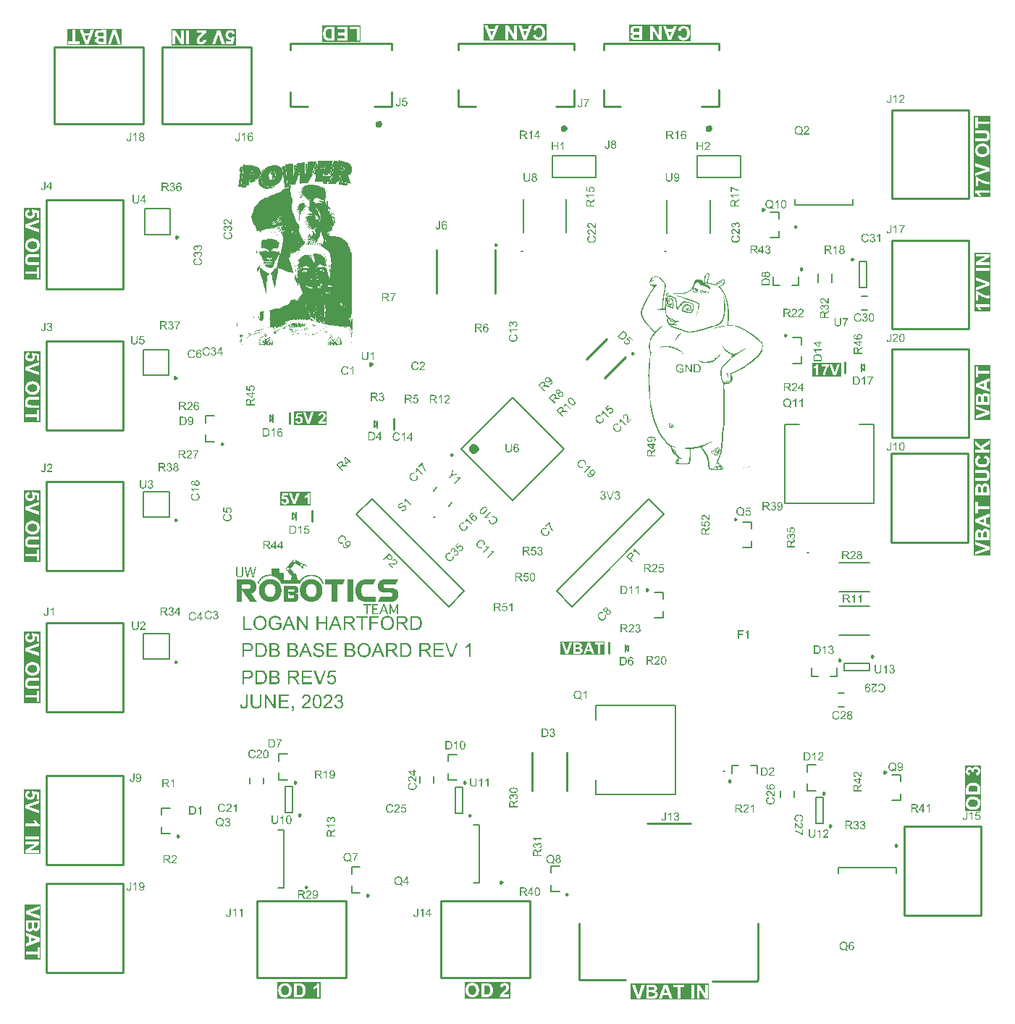
<source format=gto>
G04*
G04 #@! TF.GenerationSoftware,Altium Limited,Altium Designer,21.6.4 (81)*
G04*
G04 Layer_Color=65535*
%FSLAX25Y25*%
%MOIN*%
G70*
G04*
G04 #@! TF.SameCoordinates,042D30B8-6E37-4B2D-B353-5EAC6A6B4B5F*
G04*
G04*
G04 #@! TF.FilePolarity,Positive*
G04*
G01*
G75*
%ADD10C,0.00984*%
%ADD11C,0.00787*%
%ADD12C,0.02362*%
%ADD13C,0.01181*%
%ADD14C,0.01575*%
%ADD15C,0.01000*%
%ADD16C,0.00600*%
%ADD17C,0.00500*%
G36*
X22970Y370950D02*
X22898D01*
Y371022D01*
X22970D01*
Y370950D01*
D02*
G37*
G36*
X76158Y370008D02*
X76085D01*
Y370080D01*
X76158D01*
Y370008D01*
D02*
G37*
G36*
Y369863D02*
X76085D01*
Y369935D01*
X76158D01*
Y369863D01*
D02*
G37*
G36*
Y369645D02*
X76085D01*
Y369718D01*
X76158D01*
Y369645D01*
D02*
G37*
G36*
Y369428D02*
X76085D01*
Y369500D01*
X76158D01*
Y369428D01*
D02*
G37*
G36*
X66883Y369283D02*
X67100D01*
Y369066D01*
X67028D01*
Y368776D01*
X66955D01*
Y368631D01*
X67028D01*
Y368558D01*
X66955D01*
Y368413D01*
X66883D01*
Y368341D01*
X66955D01*
Y368196D01*
X66883D01*
Y367906D01*
X66810D01*
Y367471D01*
X66738D01*
Y367109D01*
X66665D01*
Y366892D01*
X66593D01*
Y366747D01*
X65216D01*
Y366819D01*
X64999D01*
Y366747D01*
X63260D01*
Y366312D01*
X63187D01*
Y366022D01*
X63115D01*
Y365877D01*
X63187D01*
Y365805D01*
X63622D01*
Y365877D01*
X65289D01*
Y365805D01*
X65361D01*
Y365877D01*
X66375D01*
Y365660D01*
X66303D01*
Y365515D01*
X66375D01*
Y365442D01*
X66303D01*
Y365080D01*
X66230D01*
Y364935D01*
X66303D01*
Y364863D01*
X66230D01*
Y364790D01*
X66158D01*
Y364211D01*
X66086D01*
Y363921D01*
X66013D01*
Y363776D01*
X66086D01*
Y363631D01*
X66013D01*
Y363341D01*
X64999D01*
Y363269D01*
X64854D01*
Y363341D01*
X64274D01*
Y363269D01*
X64129D01*
Y363341D01*
X63332D01*
Y363269D01*
X63260D01*
Y363341D01*
X63187D01*
Y363269D01*
X62752D01*
Y363196D01*
X62680D01*
Y363124D01*
X62752D01*
Y362979D01*
X62680D01*
Y362689D01*
X62607D01*
Y362327D01*
X62752D01*
Y362399D01*
X62825D01*
Y362327D01*
X63042D01*
Y362399D01*
X66086D01*
Y361819D01*
X66013D01*
Y361457D01*
X65941D01*
Y361167D01*
X65868D01*
Y361095D01*
X65941D01*
Y361022D01*
X65868D01*
Y360587D01*
X65796D01*
Y360153D01*
X65723D01*
Y360080D01*
X65796D01*
Y359935D01*
X65723D01*
Y359790D01*
X64854D01*
Y359718D01*
X64781D01*
Y359790D01*
X64564D01*
Y359718D01*
X64346D01*
Y359790D01*
X64274D01*
Y359718D01*
X64202D01*
Y359790D01*
X63984D01*
Y359718D01*
X63912D01*
Y359790D01*
X63622D01*
Y359718D01*
X63405D01*
Y359790D01*
X63187D01*
Y359718D01*
X63115D01*
Y359790D01*
X62897D01*
Y359718D01*
X62245D01*
Y359645D01*
X62173D01*
Y359718D01*
X61810D01*
Y359645D01*
X60868D01*
Y359573D01*
X60796D01*
Y359645D01*
X60579D01*
Y359573D01*
X60506D01*
Y359645D01*
X60361D01*
Y359573D01*
X60289D01*
Y359645D01*
X60216D01*
Y359573D01*
X59491D01*
Y359501D01*
X58912D01*
Y359428D01*
X58767D01*
Y359718D01*
X58839D01*
Y360080D01*
X58912D01*
Y360442D01*
X58984D01*
Y361022D01*
X59057D01*
Y361602D01*
X59129D01*
Y361892D01*
X59202D01*
Y362254D01*
X59274D01*
Y362834D01*
X59347D01*
Y363124D01*
X59057D01*
Y363051D01*
X58405D01*
Y363124D01*
X58477D01*
Y363341D01*
X58549D01*
Y363631D01*
X58622D01*
Y363776D01*
X58694D01*
Y363993D01*
X58767D01*
Y364355D01*
X58839D01*
Y364500D01*
X58912D01*
Y364645D01*
X58984D01*
Y364863D01*
X59057D01*
Y365080D01*
X59129D01*
Y365370D01*
X59202D01*
Y365515D01*
X59274D01*
Y365587D01*
X59781D01*
Y366167D01*
X59854D01*
Y366529D01*
X59926D01*
Y367109D01*
X59999D01*
Y367399D01*
X60071D01*
Y367834D01*
X60144D01*
Y367906D01*
X60071D01*
Y367979D01*
X60144D01*
Y368268D01*
X60216D01*
Y368558D01*
X60289D01*
Y368631D01*
X60216D01*
Y368921D01*
X60289D01*
Y369211D01*
X60651D01*
Y369283D01*
X60723D01*
Y369211D01*
X61375D01*
Y369283D01*
X62535D01*
Y369355D01*
X62607D01*
Y369283D01*
X62680D01*
Y369355D01*
X62825D01*
Y369283D01*
X62897D01*
Y369355D01*
X63187D01*
Y369283D01*
X63260D01*
Y369355D01*
X63694D01*
Y369283D01*
X63912D01*
Y369355D01*
X66593D01*
Y369283D01*
X66810D01*
Y369355D01*
X66883D01*
Y369283D01*
D02*
G37*
G36*
X59854Y369211D02*
X59781D01*
Y369283D01*
X59854D01*
Y369211D01*
D02*
G37*
G36*
X69419Y369645D02*
X69636D01*
Y369573D01*
X69999D01*
Y369500D01*
X70288D01*
Y369428D01*
X70578D01*
Y369355D01*
X70941D01*
Y369283D01*
X71086D01*
Y369211D01*
X71230D01*
Y369283D01*
X71303D01*
Y369211D01*
X71448D01*
Y369138D01*
X71665D01*
Y369066D01*
X71883D01*
Y368993D01*
X72172D01*
Y368921D01*
X72462D01*
Y368848D01*
X72680D01*
Y368776D01*
X72752D01*
Y368848D01*
X72825D01*
Y368776D01*
X73115D01*
Y368703D01*
X73332D01*
Y368631D01*
X73622D01*
Y368558D01*
X73694D01*
Y368631D01*
X73767D01*
Y368558D01*
X73839D01*
Y368486D01*
X73984D01*
Y368413D01*
X74129D01*
Y368341D01*
X74274D01*
Y368268D01*
X74419D01*
Y368196D01*
X74491D01*
Y368124D01*
X74636D01*
Y368051D01*
X74709D01*
Y367979D01*
X74854D01*
Y367906D01*
X74998D01*
Y367761D01*
X75071D01*
Y367689D01*
X75143D01*
Y367616D01*
X75216D01*
Y367544D01*
X75288D01*
Y367399D01*
X75361D01*
Y367326D01*
X75433D01*
Y367254D01*
X75506D01*
Y367109D01*
X75578D01*
Y366964D01*
X75651D01*
Y366819D01*
X75723D01*
Y366674D01*
X75796D01*
Y366457D01*
X75868D01*
Y366240D01*
X75941D01*
Y365877D01*
X76013D01*
Y364790D01*
X75941D01*
Y364428D01*
X75868D01*
Y364211D01*
X75796D01*
Y363993D01*
X75723D01*
Y363921D01*
X75651D01*
Y363703D01*
X75578D01*
Y363631D01*
X75506D01*
Y363486D01*
X75433D01*
Y363414D01*
X75361D01*
Y363269D01*
X75216D01*
Y363196D01*
X75143D01*
Y363124D01*
X75071D01*
Y363051D01*
X74926D01*
Y362979D01*
X74854D01*
Y362906D01*
X74709D01*
Y362834D01*
X74564D01*
Y362761D01*
X74346D01*
Y362689D01*
X74201D01*
Y362399D01*
X74274D01*
Y362254D01*
X74346D01*
Y361964D01*
X74419D01*
Y361819D01*
X74491D01*
Y361602D01*
X74564D01*
Y361312D01*
X74636D01*
Y361095D01*
X74709D01*
Y360877D01*
X74781D01*
Y360587D01*
X74854D01*
Y360442D01*
X74926D01*
Y360153D01*
X74998D01*
Y359935D01*
X75071D01*
Y359718D01*
X75143D01*
Y359501D01*
X75216D01*
Y359283D01*
X75288D01*
Y359066D01*
X75361D01*
Y358921D01*
Y358848D01*
X75433D01*
Y358921D01*
X75506D01*
Y358776D01*
X75288D01*
Y358848D01*
X75071D01*
Y358921D01*
X74781D01*
Y358993D01*
X74709D01*
Y358921D01*
X74636D01*
Y358993D01*
X74274D01*
Y359066D01*
X74057D01*
Y359138D01*
X73984D01*
Y359066D01*
X73839D01*
Y359138D01*
X73549D01*
Y359211D01*
X73259D01*
Y359138D01*
X73187D01*
Y359211D01*
X72897D01*
Y359283D01*
X72390D01*
Y359356D01*
X72100D01*
Y359428D01*
X72027D01*
Y359356D01*
X71883D01*
Y359428D01*
X71448D01*
Y359501D01*
X71375D01*
Y359645D01*
X71448D01*
Y359718D01*
X71375D01*
Y359935D01*
X71303D01*
Y360442D01*
X71230D01*
Y360732D01*
X71158D01*
Y361167D01*
X71086D01*
Y361457D01*
X71013D01*
Y361602D01*
X71086D01*
Y361674D01*
X71013D01*
Y361964D01*
X70941D01*
Y362399D01*
X70868D01*
Y362689D01*
X70361D01*
Y362327D01*
X70288D01*
Y362037D01*
X70216D01*
Y361964D01*
X70288D01*
Y361747D01*
X70216D01*
Y361457D01*
X70144D01*
Y360877D01*
X70071D01*
Y360732D01*
X70144D01*
Y360660D01*
X70071D01*
Y360442D01*
X69999D01*
Y360008D01*
X69926D01*
Y359573D01*
X69781D01*
Y359645D01*
X68549D01*
Y359718D01*
X68404D01*
Y359645D01*
X68332D01*
Y359718D01*
X67462D01*
Y359790D01*
X67173D01*
Y359718D01*
X66883D01*
Y359790D01*
X66738D01*
Y359718D01*
X66448D01*
Y359935D01*
X66520D01*
Y360080D01*
X66448D01*
Y360153D01*
X66520D01*
Y360515D01*
X66593D01*
Y360805D01*
X66665D01*
Y361385D01*
X66738D01*
Y361747D01*
X66810D01*
Y362327D01*
X66883D01*
Y362616D01*
X66955D01*
Y363196D01*
X67028D01*
Y363558D01*
X67100D01*
Y363631D01*
X67028D01*
Y363776D01*
X67100D01*
Y364066D01*
X67173D01*
Y364645D01*
X67245D01*
Y365008D01*
X67317D01*
Y365298D01*
X67390D01*
Y365370D01*
X67317D01*
Y365515D01*
X67390D01*
Y365877D01*
X67462D01*
Y366385D01*
X67535D01*
Y366674D01*
X67607D01*
Y366747D01*
X67535D01*
Y366819D01*
X66883D01*
Y366892D01*
X66810D01*
Y366964D01*
X66883D01*
Y367181D01*
X66955D01*
Y367399D01*
X67028D01*
Y367471D01*
X66955D01*
Y367544D01*
X67028D01*
Y367689D01*
X67100D01*
Y368051D01*
X67173D01*
Y368268D01*
X67245D01*
Y368558D01*
X67317D01*
Y368776D01*
X67390D01*
Y369211D01*
X67462D01*
Y369355D01*
X67535D01*
Y369283D01*
X68549D01*
Y369211D01*
X69346D01*
Y369138D01*
X69709D01*
Y369283D01*
X69636D01*
Y369428D01*
X69491D01*
Y369573D01*
X69419D01*
Y369645D01*
X69346D01*
Y369718D01*
X69419D01*
Y369645D01*
D02*
G37*
G36*
X59709Y369066D02*
X59636D01*
Y368848D01*
X59564D01*
Y368703D01*
X59491D01*
Y368558D01*
X59419D01*
Y368341D01*
X59347D01*
Y368124D01*
X59274D01*
Y367979D01*
X59202D01*
Y367834D01*
X59129D01*
Y367689D01*
X59057D01*
Y367471D01*
X58984D01*
Y367254D01*
X58912D01*
Y367037D01*
X58839D01*
Y366892D01*
X58767D01*
Y366674D01*
X58694D01*
Y366529D01*
X58622D01*
Y366385D01*
X58549D01*
Y366167D01*
X58477D01*
Y366022D01*
X58405D01*
Y365950D01*
X58332D01*
Y365660D01*
X58260D01*
Y365515D01*
X58187D01*
Y365298D01*
X58115D01*
Y365080D01*
X58042D01*
Y365008D01*
X57970D01*
Y364790D01*
X57897D01*
Y364645D01*
X57825D01*
Y364428D01*
X57752D01*
Y364283D01*
X57680D01*
Y364066D01*
X57608D01*
Y363921D01*
X57535D01*
Y363703D01*
X57463D01*
Y363558D01*
X57390D01*
Y363486D01*
X57318D01*
Y363414D01*
X58115D01*
Y363341D01*
X58042D01*
Y363196D01*
X57970D01*
Y363051D01*
X57897D01*
Y362906D01*
X57825D01*
Y362834D01*
X57752D01*
Y362689D01*
X57680D01*
Y362544D01*
X57535D01*
Y362327D01*
X57463D01*
Y362254D01*
X57390D01*
Y362109D01*
X57318D01*
Y361964D01*
X57245D01*
Y361819D01*
X57173D01*
Y361747D01*
X57100D01*
Y361602D01*
X57028D01*
Y361457D01*
X56955D01*
Y361385D01*
X56883D01*
Y361167D01*
X56738D01*
Y360950D01*
X56665D01*
Y360877D01*
X56593D01*
Y360732D01*
X56521D01*
Y360587D01*
X56448D01*
Y360442D01*
X56376D01*
Y360370D01*
X56303D01*
Y360225D01*
X56231D01*
Y360080D01*
X56158D01*
Y360008D01*
X56086D01*
Y359863D01*
X56013D01*
Y359718D01*
X55941D01*
Y359645D01*
X55868D01*
Y359501D01*
X55796D01*
Y359356D01*
X55724D01*
Y359211D01*
X55651D01*
Y359138D01*
X55361D01*
Y359066D01*
X54564D01*
Y358993D01*
X54129D01*
Y358921D01*
X53622D01*
Y358848D01*
X53550D01*
Y358921D01*
X53260D01*
Y358848D01*
X52463D01*
Y358776D01*
X52100D01*
Y358703D01*
X51955D01*
Y359356D01*
X52028D01*
Y359501D01*
X51955D01*
Y360877D01*
X51883D01*
Y362182D01*
X51810D01*
Y362254D01*
X51883D01*
Y363414D01*
X51810D01*
Y363921D01*
X51738D01*
Y363848D01*
X51666D01*
Y363703D01*
X51593D01*
Y363631D01*
X51666D01*
Y363558D01*
X51593D01*
Y363414D01*
X51521D01*
Y363269D01*
X51448D01*
Y362979D01*
X51376D01*
Y362761D01*
X51303D01*
Y362616D01*
X51231D01*
Y362327D01*
X51158D01*
Y362037D01*
X51086D01*
Y361892D01*
X51013D01*
Y361674D01*
X50941D01*
Y361457D01*
X50868D01*
Y361240D01*
X50796D01*
Y361022D01*
X50724D01*
Y360805D01*
X50651D01*
Y360587D01*
X50579D01*
Y360370D01*
X50506D01*
Y360153D01*
X50434D01*
Y359863D01*
X50361D01*
Y359718D01*
X50289D01*
Y359501D01*
X50216D01*
Y359211D01*
X50144D01*
Y359066D01*
X50071D01*
Y358848D01*
X49999D01*
Y358631D01*
X49926D01*
Y358486D01*
X49637D01*
Y358414D01*
X49274D01*
Y358341D01*
X49202D01*
Y358414D01*
X49057D01*
Y358341D01*
X48332D01*
Y358269D01*
X47680D01*
Y358196D01*
X47173D01*
Y358124D01*
X46521D01*
Y358051D01*
X46448D01*
Y358124D01*
X46376D01*
Y358051D01*
X46303D01*
Y358124D01*
X46231D01*
Y358703D01*
X46158D01*
Y358776D01*
X46231D01*
Y359066D01*
X46158D01*
Y359573D01*
X46086D01*
Y360370D01*
X46014D01*
Y361022D01*
X45941D01*
Y361892D01*
X45869D01*
Y362399D01*
X45796D01*
Y362616D01*
X45869D01*
Y362689D01*
X45796D01*
Y363124D01*
X45724D01*
Y363196D01*
X45796D01*
Y363341D01*
X45724D01*
Y363848D01*
X45651D01*
Y364138D01*
X45724D01*
Y364211D01*
X45651D01*
Y364500D01*
X45579D01*
Y364573D01*
X45651D01*
Y364790D01*
X45579D01*
Y365298D01*
X45506D01*
Y365370D01*
X45579D01*
Y365515D01*
X45506D01*
Y365660D01*
X45579D01*
Y365732D01*
X45506D01*
Y366095D01*
X45361D01*
Y366022D01*
X44927D01*
Y366167D01*
X44999D01*
Y366240D01*
X44927D01*
Y366312D01*
X44999D01*
Y366529D01*
X45072D01*
Y366892D01*
X45144D01*
Y367181D01*
X45216D01*
Y367399D01*
X45289D01*
Y367689D01*
X45216D01*
Y367761D01*
X45361D01*
Y367689D01*
X45724D01*
Y367761D01*
X45869D01*
Y367689D01*
X46014D01*
Y367761D01*
X46521D01*
Y367834D01*
X47390D01*
Y367906D01*
X47897D01*
Y367979D01*
X48042D01*
Y367906D01*
X48115D01*
Y367979D01*
X48550D01*
Y368051D01*
X48622D01*
Y367979D01*
X48695D01*
Y368051D01*
X48912D01*
Y367906D01*
X48984D01*
Y367834D01*
X48912D01*
Y364863D01*
X48984D01*
Y364790D01*
X48912D01*
Y364718D01*
X48984D01*
Y364645D01*
X48912D01*
Y362689D01*
X49057D01*
Y362979D01*
X49129D01*
Y363196D01*
X49202D01*
Y363414D01*
X49274D01*
Y363558D01*
X49347D01*
Y363848D01*
X49419D01*
Y364066D01*
X49492D01*
Y364355D01*
X49564D01*
Y364573D01*
X49637D01*
Y364863D01*
X49709D01*
Y365008D01*
X49782D01*
Y365225D01*
X49854D01*
Y365442D01*
X49926D01*
Y365805D01*
X49999D01*
Y365950D01*
X50071D01*
Y366167D01*
X50144D01*
Y366385D01*
X50216D01*
Y366529D01*
X50289D01*
Y366964D01*
X50361D01*
Y367109D01*
X50434D01*
Y367254D01*
X50506D01*
Y367326D01*
X50434D01*
Y367399D01*
X50506D01*
Y367544D01*
X50579D01*
Y367689D01*
X50651D01*
Y367979D01*
X50724D01*
Y368051D01*
X50651D01*
Y368124D01*
X50579D01*
Y368196D01*
X50651D01*
Y368124D01*
X50724D01*
Y368268D01*
X51231D01*
Y368341D01*
X51955D01*
Y368413D01*
X52390D01*
Y368486D01*
X52897D01*
Y368558D01*
X52970D01*
Y368486D01*
X53187D01*
Y368558D01*
X53694D01*
Y368631D01*
X54057D01*
Y368703D01*
X54202D01*
Y368776D01*
X54347D01*
Y368703D01*
X54274D01*
Y368631D01*
X54347D01*
Y368558D01*
X54274D01*
Y368486D01*
X54347D01*
Y368268D01*
X54274D01*
Y367834D01*
X54347D01*
Y364355D01*
X54419D01*
Y364283D01*
X54347D01*
Y363414D01*
X54492D01*
Y363631D01*
X54564D01*
Y363776D01*
X54637D01*
Y363993D01*
X54709D01*
Y364211D01*
X54781D01*
Y364500D01*
X54854D01*
Y364718D01*
X54926D01*
Y364935D01*
X54999D01*
Y365225D01*
X55071D01*
Y365442D01*
X55144D01*
Y365660D01*
X55216D01*
Y366022D01*
X55289D01*
Y366167D01*
X55361D01*
Y366385D01*
X55434D01*
Y366602D01*
X55506D01*
Y366819D01*
X55579D01*
Y367037D01*
X55651D01*
Y367181D01*
X55361D01*
Y367109D01*
X55289D01*
Y367399D01*
X55361D01*
Y367689D01*
X55434D01*
Y367979D01*
X55506D01*
Y368268D01*
X55579D01*
Y368848D01*
X55651D01*
Y368776D01*
X55941D01*
Y368848D01*
X56593D01*
Y368921D01*
X57463D01*
Y368993D01*
X58042D01*
Y369066D01*
X58187D01*
Y368993D01*
X58260D01*
Y369066D01*
X58332D01*
Y368993D01*
X58477D01*
Y369066D01*
X59129D01*
Y369138D01*
X59709D01*
Y369066D01*
D02*
G37*
G36*
X76158Y368703D02*
X76085D01*
Y368776D01*
Y368848D01*
X76158D01*
Y368703D01*
D02*
G37*
G36*
X55506Y368413D02*
X55434D01*
Y368486D01*
X55506D01*
Y368413D01*
D02*
G37*
G36*
X59999Y368051D02*
X59926D01*
Y367471D01*
X59854D01*
Y367109D01*
X59781D01*
Y367037D01*
X59854D01*
Y366892D01*
X59781D01*
Y366529D01*
X59709D01*
Y366022D01*
X59636D01*
Y365732D01*
X59129D01*
Y365587D01*
X59057D01*
Y365442D01*
X58984D01*
Y365153D01*
X58912D01*
Y364935D01*
X58839D01*
Y364645D01*
X58767D01*
Y364500D01*
X58694D01*
Y364283D01*
X58622D01*
Y364066D01*
X58549D01*
Y363848D01*
X58477D01*
Y363631D01*
X58405D01*
Y363558D01*
X57608D01*
Y363631D01*
X57680D01*
Y363848D01*
X57752D01*
Y363993D01*
X57825D01*
Y364211D01*
X57897D01*
Y364428D01*
X57970D01*
Y364573D01*
X58042D01*
Y364645D01*
X58115D01*
Y364718D01*
X58187D01*
Y364790D01*
X58332D01*
Y364718D01*
X58405D01*
Y364863D01*
X58332D01*
Y364935D01*
X58405D01*
Y365442D01*
X58477D01*
Y365587D01*
X58549D01*
Y365950D01*
X58622D01*
Y366167D01*
X58694D01*
Y366385D01*
X58767D01*
Y366529D01*
X58839D01*
Y366674D01*
X58912D01*
Y366892D01*
X58984D01*
Y367037D01*
X59057D01*
Y367254D01*
X59129D01*
Y367399D01*
X59202D01*
Y367544D01*
X59274D01*
Y367761D01*
X59347D01*
Y367906D01*
X59419D01*
Y368124D01*
X59491D01*
Y368268D01*
X59564D01*
Y368341D01*
X59636D01*
Y368413D01*
X59854D01*
Y368341D01*
X59926D01*
Y368413D01*
X59999D01*
Y368051D01*
D02*
G37*
G36*
X50796Y368341D02*
X50724D01*
Y368413D01*
X50796D01*
Y368341D01*
D02*
G37*
G36*
X55289Y367689D02*
X55216D01*
Y367471D01*
X55144D01*
Y367326D01*
Y367254D01*
Y367037D01*
X55434D01*
Y366819D01*
X55361D01*
Y366674D01*
X55289D01*
Y366385D01*
X55216D01*
Y366167D01*
X55144D01*
Y365950D01*
X55071D01*
Y365732D01*
X54999D01*
Y365515D01*
X54926D01*
Y365298D01*
X54854D01*
Y365080D01*
X54781D01*
Y364863D01*
X54709D01*
Y364573D01*
X54637D01*
Y364428D01*
X54564D01*
Y364283D01*
X54492D01*
Y367834D01*
X54419D01*
Y367979D01*
X54637D01*
Y367906D01*
X54709D01*
Y368051D01*
X54926D01*
Y367979D01*
X54854D01*
Y367906D01*
X54999D01*
Y367979D01*
X55071D01*
Y368051D01*
X55289D01*
Y367689D01*
D02*
G37*
G36*
X26014Y367616D02*
X26231D01*
Y367544D01*
X26449D01*
Y367471D01*
X26811D01*
Y367399D01*
X27246D01*
Y367326D01*
X27536D01*
Y367254D01*
X28115D01*
Y367181D01*
X28477D01*
Y367109D01*
X28767D01*
Y367254D01*
X28695D01*
Y367471D01*
X28622D01*
Y367544D01*
X28840D01*
Y367471D01*
X29130D01*
Y367399D01*
X29275D01*
Y367326D01*
X29492D01*
Y367254D01*
X29782D01*
Y367181D01*
X30072D01*
Y367109D01*
X30289D01*
Y367037D01*
X30579D01*
Y366964D01*
X30796D01*
Y366892D01*
X30941D01*
Y366819D01*
X31014D01*
Y366892D01*
X31086D01*
Y366819D01*
X31376D01*
Y366747D01*
X31666D01*
Y366674D01*
X31883D01*
Y366602D01*
X32101D01*
Y366529D01*
X32318D01*
Y366457D01*
X32463D01*
Y366312D01*
X32680D01*
Y366240D01*
X32753D01*
Y366167D01*
X32898D01*
Y366095D01*
X32970D01*
Y365950D01*
X33115D01*
Y365877D01*
X33188D01*
Y365805D01*
X33260D01*
Y365732D01*
X33332D01*
Y365660D01*
X33405D01*
Y365515D01*
X33478D01*
Y365370D01*
X33550D01*
Y365298D01*
X33622D01*
Y365080D01*
X33695D01*
Y364863D01*
X33767D01*
Y364645D01*
X33840D01*
Y363631D01*
X33767D01*
Y363486D01*
X33840D01*
Y363269D01*
X33767D01*
Y362979D01*
X33695D01*
Y362689D01*
X33622D01*
Y362472D01*
X33550D01*
Y362254D01*
X33478D01*
Y362109D01*
X33405D01*
Y361964D01*
X33332D01*
Y361892D01*
X33260D01*
Y361747D01*
X33188D01*
Y361674D01*
X33115D01*
Y361529D01*
X33043D01*
Y361457D01*
X32970D01*
Y361385D01*
X32898D01*
Y361240D01*
X32753D01*
Y361167D01*
X32680D01*
Y361095D01*
X32535D01*
Y361022D01*
X32463D01*
Y360950D01*
X32390D01*
Y360877D01*
X32246D01*
Y360805D01*
X32173D01*
Y360732D01*
X32028D01*
Y360660D01*
X32101D01*
Y360587D01*
X32028D01*
Y360660D01*
X31883D01*
Y360587D01*
X31666D01*
Y360515D01*
X31449D01*
Y360442D01*
X31376D01*
Y360515D01*
X31304D01*
Y360442D01*
X31014D01*
Y360370D01*
X30507D01*
Y360298D01*
X30144D01*
Y360370D01*
X29564D01*
Y360442D01*
X29130D01*
Y360515D01*
X28985D01*
Y360442D01*
X28840D01*
Y360515D01*
X28767D01*
Y360370D01*
X28695D01*
Y360298D01*
X28767D01*
Y360080D01*
X28695D01*
Y359718D01*
X28622D01*
Y359573D01*
X28695D01*
Y359501D01*
X28622D01*
Y359283D01*
X28550D01*
Y358921D01*
X28477D01*
Y358776D01*
X28550D01*
Y358631D01*
X28477D01*
Y358341D01*
X28405D01*
Y357906D01*
X28043D01*
Y357979D01*
X27608D01*
Y358051D01*
X27536D01*
Y357979D01*
X27463D01*
Y358051D01*
X27173D01*
Y358124D01*
X26666D01*
Y358196D01*
X26376D01*
Y358269D01*
X26304D01*
Y358196D01*
X26231D01*
Y358269D01*
X25941D01*
Y358341D01*
X25651D01*
Y358414D01*
X25289D01*
Y358486D01*
X24999D01*
Y358559D01*
X25072D01*
Y358848D01*
X25144D01*
Y358921D01*
X25072D01*
Y359066D01*
X25144D01*
Y359428D01*
X25217D01*
Y360080D01*
X25289D01*
Y360153D01*
X25217D01*
Y360225D01*
X25289D01*
Y360587D01*
X25362D01*
Y361240D01*
X25434D01*
Y361602D01*
X25507D01*
Y361892D01*
X25434D01*
Y361964D01*
X25507D01*
Y362399D01*
X25579D01*
Y362761D01*
X25651D01*
Y363486D01*
X25724D01*
Y363848D01*
X25796D01*
Y363921D01*
X25724D01*
Y363993D01*
X25796D01*
Y364138D01*
X25724D01*
Y364211D01*
X25796D01*
Y364573D01*
X25869D01*
Y365008D01*
X25941D01*
Y365225D01*
X25869D01*
Y365298D01*
X25796D01*
Y365370D01*
X25724D01*
Y365442D01*
X25579D01*
Y365515D01*
X25434D01*
Y365587D01*
X25362D01*
Y365660D01*
X25289D01*
Y365732D01*
X25217D01*
Y365805D01*
X25289D01*
Y366022D01*
X25362D01*
Y366167D01*
X25434D01*
Y366312D01*
X25507D01*
Y366602D01*
X25579D01*
Y366747D01*
X25651D01*
Y367037D01*
X25724D01*
Y367181D01*
X25796D01*
Y367399D01*
X25869D01*
Y367544D01*
X25796D01*
Y367616D01*
X25869D01*
Y367544D01*
X25941D01*
Y367616D01*
X25869D01*
Y367689D01*
X26014D01*
Y367616D01*
D02*
G37*
G36*
X76158Y367471D02*
X76085D01*
Y367544D01*
X76158D01*
Y367471D01*
D02*
G37*
G36*
X25796D02*
X25724D01*
Y367544D01*
X25796D01*
Y367471D01*
D02*
G37*
G36*
X50434D02*
X50361D01*
Y367326D01*
X50289D01*
Y367109D01*
X50216D01*
Y366892D01*
X50144D01*
Y366602D01*
X50071D01*
Y366457D01*
X49999D01*
Y366167D01*
X49926D01*
Y365950D01*
X49854D01*
Y365732D01*
X49782D01*
Y365515D01*
X49709D01*
Y365370D01*
X49637D01*
Y365080D01*
X49564D01*
Y364863D01*
X49492D01*
Y364645D01*
X49419D01*
Y364500D01*
X49347D01*
Y364211D01*
X49274D01*
Y364066D01*
X49202D01*
Y363993D01*
X49274D01*
Y363921D01*
X49202D01*
Y363703D01*
X49129D01*
Y363631D01*
X49057D01*
Y366240D01*
X49129D01*
Y366385D01*
X49057D01*
Y366602D01*
X49129D01*
Y366819D01*
X49274D01*
Y366892D01*
X49202D01*
Y367037D01*
X49274D01*
Y367254D01*
X49347D01*
Y367399D01*
X49492D01*
Y367326D01*
X49564D01*
Y367399D01*
X49492D01*
Y367471D01*
X49999D01*
Y367399D01*
X50144D01*
Y367471D01*
X50289D01*
Y367544D01*
X50434D01*
Y367471D01*
D02*
G37*
G36*
X75651Y367181D02*
X75578D01*
Y367254D01*
X75651D01*
Y367181D01*
D02*
G37*
G36*
X41448Y367109D02*
X41666D01*
Y367037D01*
X41883D01*
Y366964D01*
X42101D01*
Y366892D01*
X42245D01*
Y366819D01*
X42390D01*
Y366747D01*
X42535D01*
Y366674D01*
X42608D01*
Y366602D01*
X42753D01*
Y366529D01*
X42825D01*
Y366457D01*
X42898D01*
Y366385D01*
X42970D01*
Y366312D01*
X43042D01*
Y366240D01*
X43187D01*
Y366095D01*
X43260D01*
Y366022D01*
X43332D01*
Y365950D01*
X43405D01*
Y365877D01*
X43477D01*
Y365732D01*
X43550D01*
Y365660D01*
X43622D01*
Y365587D01*
X43695D01*
Y365370D01*
X43767D01*
Y365225D01*
X43840D01*
Y365008D01*
X43912D01*
Y364790D01*
X43984D01*
Y364428D01*
X44057D01*
Y364066D01*
X44129D01*
Y362979D01*
X44057D01*
Y362544D01*
X43984D01*
Y362399D01*
X44057D01*
Y362254D01*
X43984D01*
Y362037D01*
X43912D01*
Y361819D01*
X43840D01*
Y361457D01*
X43767D01*
Y361312D01*
X43695D01*
Y361167D01*
X43622D01*
Y360950D01*
X43550D01*
Y360805D01*
X43477D01*
Y360660D01*
X43405D01*
Y360515D01*
X43332D01*
Y360370D01*
X43260D01*
Y360298D01*
X43187D01*
Y360153D01*
X43115D01*
Y360008D01*
X43042D01*
Y359935D01*
X42970D01*
Y359790D01*
X43042D01*
Y359718D01*
X42970D01*
Y359790D01*
X42898D01*
Y359718D01*
X42825D01*
Y359645D01*
X42753D01*
Y359501D01*
X42680D01*
Y359428D01*
X42608D01*
Y359356D01*
X42535D01*
Y359283D01*
X42463D01*
Y359211D01*
X42390D01*
Y359138D01*
X42245D01*
Y359066D01*
X42173D01*
Y358921D01*
X42101D01*
Y358848D01*
X42028D01*
Y358776D01*
X41883D01*
Y358703D01*
X41811D01*
Y358631D01*
X41666D01*
Y358559D01*
X41521D01*
Y358414D01*
X41376D01*
Y358341D01*
X41303D01*
Y358269D01*
X41159D01*
Y358196D01*
X41014D01*
Y358124D01*
X40869D01*
Y358051D01*
X40724D01*
Y357979D01*
X40651D01*
Y357906D01*
X40579D01*
Y357979D01*
X40506D01*
Y357906D01*
X40434D01*
Y357834D01*
X40361D01*
Y357906D01*
X40289D01*
Y357834D01*
X40072D01*
Y357761D01*
X39927D01*
Y357689D01*
X39637D01*
Y357616D01*
X39419D01*
Y357544D01*
X38840D01*
Y357471D01*
X38333D01*
Y357399D01*
X38260D01*
Y357471D01*
X38115D01*
Y357399D01*
X37970D01*
Y357471D01*
X37898D01*
Y357399D01*
X37825D01*
Y357471D01*
X37390D01*
Y357544D01*
X36883D01*
Y357616D01*
X36738D01*
Y357689D01*
X36448D01*
Y357761D01*
X36303D01*
Y357834D01*
X36086D01*
Y357979D01*
X35869D01*
Y358051D01*
X35796D01*
Y358124D01*
X35651D01*
Y358196D01*
X35579D01*
Y358269D01*
X35434D01*
Y358414D01*
X35289D01*
Y358486D01*
X35217D01*
Y358559D01*
X35144D01*
Y358631D01*
X35072D01*
Y358776D01*
X34999D01*
Y358848D01*
X34927D01*
Y358921D01*
X34854D01*
Y359066D01*
X34782D01*
Y359138D01*
X34709D01*
Y359211D01*
X34637D01*
Y359356D01*
X34564D01*
Y359501D01*
X34492D01*
Y359718D01*
X34420D01*
Y359863D01*
X34347D01*
Y360080D01*
X34275D01*
Y360442D01*
X34202D01*
Y360732D01*
X34130D01*
Y360877D01*
X34202D01*
Y360950D01*
X34130D01*
Y361022D01*
X34202D01*
Y361240D01*
X34130D01*
Y361747D01*
X34202D01*
Y362544D01*
X34275D01*
Y362834D01*
X34347D01*
Y362979D01*
X34275D01*
Y363051D01*
X34347D01*
Y363196D01*
X34420D01*
Y363486D01*
X34492D01*
Y363631D01*
X34564D01*
Y363848D01*
X34637D01*
Y363993D01*
X34709D01*
Y364211D01*
X34782D01*
Y364283D01*
X34854D01*
Y364428D01*
X34927D01*
Y364573D01*
X34999D01*
Y364645D01*
X35072D01*
Y364790D01*
X35144D01*
Y364863D01*
X35217D01*
Y364935D01*
X35289D01*
Y365080D01*
X35361D01*
Y365153D01*
X35434D01*
Y365225D01*
X35506D01*
Y365370D01*
X35651D01*
Y365442D01*
X35724D01*
Y365587D01*
X35869D01*
Y365732D01*
X35941D01*
Y365805D01*
X36014D01*
Y365877D01*
X36159D01*
Y365950D01*
X36231D01*
Y366022D01*
X36376D01*
Y366095D01*
X36448D01*
Y366167D01*
X36521D01*
Y366240D01*
X36666D01*
Y366312D01*
X36811D01*
Y366385D01*
X36956D01*
Y366457D01*
X37028D01*
Y366529D01*
X37173D01*
Y366602D01*
X37390D01*
Y366674D01*
X37463D01*
Y366747D01*
X37680D01*
Y366819D01*
X37825D01*
Y366892D01*
X38115D01*
Y366964D01*
X38333D01*
Y367037D01*
X38622D01*
Y367109D01*
X38912D01*
Y367181D01*
X38985D01*
Y367109D01*
X39129D01*
Y367181D01*
X39492D01*
Y367254D01*
X40941D01*
Y367181D01*
X41376D01*
Y367254D01*
X41448D01*
Y367109D01*
D02*
G37*
G36*
X25651D02*
X25579D01*
Y367181D01*
X25651D01*
Y367109D01*
D02*
G37*
G36*
X76158Y366819D02*
X76085D01*
Y366892D01*
X76158D01*
Y366819D01*
D02*
G37*
G36*
X44999D02*
X44927D01*
Y366457D01*
X44854D01*
Y366167D01*
X44782D01*
Y365950D01*
X44709D01*
Y365877D01*
X45361D01*
Y365660D01*
X45434D01*
Y364790D01*
X45506D01*
Y364211D01*
X45579D01*
Y363341D01*
X45651D01*
Y362689D01*
X45724D01*
Y361892D01*
X45796D01*
Y361385D01*
X45869D01*
Y360442D01*
X45941D01*
Y359863D01*
X46014D01*
Y359573D01*
X45941D01*
Y359501D01*
X46014D01*
Y358993D01*
X46086D01*
Y358486D01*
X46158D01*
Y357906D01*
X46231D01*
Y357979D01*
X46303D01*
Y357906D01*
X46376D01*
Y357979D01*
X46811D01*
Y358051D01*
X47680D01*
Y358124D01*
X47897D01*
Y358051D01*
X47970D01*
Y357906D01*
X47897D01*
Y357399D01*
X47753D01*
Y357254D01*
X47825D01*
Y357182D01*
X47753D01*
Y357109D01*
X47680D01*
Y356602D01*
X47608D01*
Y356457D01*
X47535D01*
Y356312D01*
X47608D01*
Y356095D01*
X47680D01*
Y354790D01*
X47753D01*
Y354138D01*
X47825D01*
Y353486D01*
X47897D01*
Y352979D01*
X47970D01*
Y352689D01*
X48042D01*
Y352544D01*
X48115D01*
Y352327D01*
X48187D01*
Y352182D01*
X48260D01*
Y352109D01*
X48332D01*
Y351964D01*
X48405D01*
Y351819D01*
X48477D01*
Y351675D01*
X48550D01*
Y350877D01*
X48477D01*
Y350732D01*
X48550D01*
Y350588D01*
X48477D01*
Y350080D01*
X48405D01*
Y349791D01*
X48332D01*
Y349718D01*
X48405D01*
Y349573D01*
X48332D01*
Y349283D01*
X48260D01*
Y348993D01*
X48187D01*
Y348704D01*
X48115D01*
Y347617D01*
X48187D01*
Y347182D01*
X48260D01*
Y346892D01*
X48332D01*
Y346747D01*
X48405D01*
Y346457D01*
X48477D01*
Y346385D01*
X48405D01*
Y346167D01*
X48477D01*
Y346023D01*
X48550D01*
Y345733D01*
X48622D01*
Y345588D01*
X48695D01*
Y345443D01*
X48767D01*
Y345298D01*
X48840D01*
Y345153D01*
X48912D01*
Y345080D01*
X48984D01*
Y344935D01*
X48912D01*
Y344863D01*
X49057D01*
Y344718D01*
X49129D01*
Y344428D01*
X49202D01*
Y344283D01*
X49274D01*
Y343993D01*
X49347D01*
Y343849D01*
X49419D01*
Y343704D01*
X49492D01*
Y343486D01*
X49564D01*
Y343341D01*
X49637D01*
Y342907D01*
X49709D01*
Y342834D01*
X49782D01*
Y342762D01*
X49709D01*
Y342689D01*
X49782D01*
Y342472D01*
X49854D01*
Y342254D01*
X49926D01*
Y342109D01*
X49999D01*
Y341892D01*
X50071D01*
Y341675D01*
X50216D01*
Y341457D01*
X50289D01*
Y341385D01*
X50361D01*
Y341240D01*
X50434D01*
Y341095D01*
X50506D01*
Y340950D01*
X50651D01*
Y340805D01*
X50724D01*
Y340660D01*
X50796D01*
Y340515D01*
X50941D01*
Y340370D01*
X51013D01*
Y340298D01*
X51086D01*
Y340153D01*
X51158D01*
Y340080D01*
X51231D01*
Y339936D01*
X51303D01*
Y339863D01*
X51376D01*
Y339791D01*
X51448D01*
Y339573D01*
X51521D01*
Y339428D01*
X51593D01*
Y339283D01*
X51666D01*
Y339139D01*
X51738D01*
Y338849D01*
X51810D01*
Y338704D01*
X51738D01*
Y338631D01*
X51810D01*
Y338486D01*
X51738D01*
Y338341D01*
X51666D01*
Y338196D01*
X51593D01*
Y338052D01*
X51521D01*
Y337907D01*
X51448D01*
Y337834D01*
X51521D01*
Y337689D01*
X51448D01*
Y337255D01*
X51521D01*
Y337182D01*
X51593D01*
Y337110D01*
X51666D01*
Y337037D01*
X51521D01*
Y336892D01*
X51666D01*
Y336820D01*
X51521D01*
Y336602D01*
X51666D01*
Y336240D01*
X51738D01*
Y336168D01*
X51810D01*
Y335950D01*
X51955D01*
Y335878D01*
X52028D01*
Y335733D01*
X52100D01*
Y335588D01*
X52173D01*
Y335370D01*
X52245D01*
Y335153D01*
X52318D01*
Y335081D01*
X52390D01*
Y334863D01*
X52463D01*
Y334573D01*
X52535D01*
Y334501D01*
X52608D01*
Y334283D01*
X52680D01*
Y334066D01*
X52753D01*
Y333994D01*
X52825D01*
Y333921D01*
X52897D01*
Y333631D01*
X53042D01*
Y333559D01*
X53115D01*
Y333342D01*
X53187D01*
Y333124D01*
X53260D01*
Y333052D01*
X53332D01*
Y333124D01*
X53405D01*
Y333052D01*
X53477D01*
Y332979D01*
X53405D01*
Y332834D01*
X53477D01*
Y332762D01*
X53550D01*
Y332617D01*
X53622D01*
Y332544D01*
X53694D01*
Y332472D01*
X53767D01*
Y332400D01*
X53912D01*
Y332255D01*
X53984D01*
Y332182D01*
X54057D01*
Y332110D01*
X54129D01*
Y331965D01*
X54202D01*
Y331313D01*
X54274D01*
Y331240D01*
X54202D01*
Y330950D01*
X54057D01*
Y330878D01*
X53912D01*
Y330733D01*
X53839D01*
Y330660D01*
X53767D01*
Y330516D01*
X53550D01*
Y330443D01*
X53477D01*
Y330371D01*
X53550D01*
Y330298D01*
X53477D01*
Y330226D01*
X53260D01*
Y330153D01*
X53332D01*
Y330081D01*
X53405D01*
Y330008D01*
X53332D01*
Y329936D01*
X53187D01*
Y329863D01*
X53042D01*
Y329791D01*
X52970D01*
Y329718D01*
X52897D01*
Y329936D01*
X52970D01*
Y330008D01*
X53042D01*
Y330226D01*
X53187D01*
Y330371D01*
X53260D01*
Y330443D01*
X53042D01*
Y330298D01*
X52970D01*
Y330153D01*
X52897D01*
Y330081D01*
X52825D01*
Y330008D01*
X52753D01*
Y329936D01*
X52680D01*
Y329718D01*
X52608D01*
Y329501D01*
X52535D01*
Y329573D01*
X52463D01*
Y329356D01*
X52318D01*
Y329284D01*
X52100D01*
Y329211D01*
X52028D01*
Y329139D01*
X51955D01*
Y328414D01*
X52028D01*
Y327979D01*
X51955D01*
Y328052D01*
X51883D01*
Y327907D01*
X51738D01*
Y328052D01*
X51521D01*
Y327979D01*
X51448D01*
Y327907D01*
X51376D01*
Y327834D01*
X51303D01*
Y327689D01*
X51231D01*
Y328052D01*
X51086D01*
Y327979D01*
X51013D01*
Y327834D01*
X50941D01*
Y327979D01*
X50651D01*
Y327834D01*
X50506D01*
Y327762D01*
X50434D01*
Y327617D01*
X50361D01*
Y327472D01*
X50289D01*
Y327400D01*
X50144D01*
Y327327D01*
X49709D01*
Y327255D01*
X49782D01*
Y327182D01*
X49709D01*
Y327110D01*
X49564D01*
Y327182D01*
X49347D01*
Y327255D01*
X49419D01*
Y327327D01*
X49129D01*
Y327400D01*
X48912D01*
Y327327D01*
X48405D01*
Y327255D01*
X48477D01*
Y327182D01*
X48840D01*
Y327110D01*
X48912D01*
Y327255D01*
X49057D01*
Y327182D01*
X49202D01*
Y327110D01*
X49274D01*
Y327037D01*
X49202D01*
Y326965D01*
X49129D01*
Y326892D01*
X48912D01*
Y326820D01*
X48767D01*
Y326747D01*
X48622D01*
Y326675D01*
X48405D01*
Y326603D01*
X48187D01*
Y326530D01*
X47970D01*
Y326458D01*
X47897D01*
Y326385D01*
X47825D01*
Y326313D01*
X47753D01*
Y326240D01*
X47680D01*
Y326820D01*
X47753D01*
Y326892D01*
X47825D01*
Y326965D01*
X47753D01*
Y327037D01*
X47680D01*
Y326965D01*
X47608D01*
Y326820D01*
X47535D01*
Y326313D01*
X47608D01*
Y325733D01*
X47680D01*
Y325298D01*
X47535D01*
Y325226D01*
X47463D01*
Y325153D01*
X47318D01*
Y325008D01*
X47173D01*
Y324791D01*
X47100D01*
Y324646D01*
X47028D01*
Y323849D01*
X47100D01*
Y323414D01*
X47173D01*
Y323197D01*
X47245D01*
Y323124D01*
X47318D01*
Y322979D01*
X47390D01*
Y322762D01*
X47463D01*
Y322690D01*
X47535D01*
Y322617D01*
X47608D01*
Y322472D01*
X47680D01*
Y322255D01*
X47753D01*
Y322110D01*
X47825D01*
Y321820D01*
X47897D01*
Y321385D01*
X47970D01*
Y320878D01*
X48042D01*
Y320806D01*
X48115D01*
Y320371D01*
X48187D01*
Y320298D01*
X48260D01*
Y320226D01*
X48332D01*
Y320153D01*
X48405D01*
Y319936D01*
X48477D01*
Y319719D01*
X48550D01*
Y319356D01*
X48622D01*
Y319066D01*
X48695D01*
Y318559D01*
X48767D01*
Y318124D01*
X48840D01*
Y317690D01*
X48550D01*
Y317762D01*
X48115D01*
Y317834D01*
X47753D01*
Y317907D01*
X47535D01*
Y317979D01*
X47100D01*
Y318052D01*
X46811D01*
Y318124D01*
X46521D01*
Y318197D01*
X46158D01*
Y318269D01*
X45941D01*
Y318342D01*
X45796D01*
Y318414D01*
X45579D01*
Y318487D01*
X45434D01*
Y318559D01*
X45289D01*
Y318632D01*
X45216D01*
Y318704D01*
X44999D01*
Y318776D01*
X44927D01*
Y318849D01*
X44709D01*
Y318921D01*
X44637D01*
Y318994D01*
X44419D01*
Y319066D01*
X44274D01*
Y319139D01*
X44129D01*
Y319211D01*
X43984D01*
Y319284D01*
X43695D01*
Y319356D01*
X43477D01*
Y319429D01*
X43042D01*
Y319501D01*
X42898D01*
Y319574D01*
X42680D01*
Y319646D01*
X42463D01*
Y319719D01*
X42318D01*
Y319791D01*
X42173D01*
Y319864D01*
X42101D01*
Y320008D01*
X42028D01*
Y320081D01*
X41883D01*
Y319646D01*
X41956D01*
Y319574D01*
X41883D01*
Y319429D01*
X41956D01*
Y318632D01*
X41883D01*
Y318197D01*
X41811D01*
Y317545D01*
X41738D01*
Y317472D01*
X41666D01*
Y317037D01*
X41593D01*
Y316748D01*
X41521D01*
Y316530D01*
X41448D01*
Y316168D01*
X41376D01*
Y315733D01*
X41303D01*
Y315371D01*
X41231D01*
Y315081D01*
X41159D01*
Y314646D01*
X41086D01*
Y314429D01*
X41014D01*
Y314284D01*
X40941D01*
Y313704D01*
X40869D01*
Y313124D01*
X40796D01*
Y312472D01*
X40724D01*
Y311893D01*
X40651D01*
Y311240D01*
X40579D01*
Y310878D01*
X40434D01*
Y311095D01*
X40361D01*
Y311168D01*
X40289D01*
Y311458D01*
X40216D01*
Y311603D01*
X40144D01*
Y311675D01*
X40072D01*
Y311893D01*
X39999D01*
Y312037D01*
X39927D01*
Y312255D01*
X39854D01*
Y312400D01*
X39782D01*
Y312617D01*
X39709D01*
Y312835D01*
X39637D01*
Y313124D01*
X39564D01*
Y313197D01*
X39637D01*
Y313269D01*
X39564D01*
Y313559D01*
X39492D01*
Y314139D01*
X39419D01*
Y314211D01*
X39347D01*
Y314646D01*
X39274D01*
Y314719D01*
X39202D01*
Y314864D01*
X39129D01*
Y315081D01*
X39057D01*
Y315153D01*
X39202D01*
Y315298D01*
X39129D01*
Y315516D01*
X39202D01*
Y315733D01*
X39274D01*
Y315806D01*
X39347D01*
Y316095D01*
X39274D01*
Y316313D01*
X39202D01*
Y316530D01*
X39129D01*
Y316603D01*
X39057D01*
Y316675D01*
X38985D01*
Y316893D01*
X38912D01*
Y317037D01*
X38767D01*
Y317110D01*
X38695D01*
Y317182D01*
X38622D01*
Y317255D01*
X38550D01*
Y317327D01*
X38477D01*
Y317400D01*
X38405D01*
Y317545D01*
X38622D01*
Y317617D01*
X38695D01*
Y317690D01*
X38767D01*
Y317762D01*
X38840D01*
Y317834D01*
X38912D01*
Y317907D01*
X38767D01*
Y317979D01*
X38912D01*
Y317907D01*
X39057D01*
Y317979D01*
X39202D01*
Y318124D01*
X39274D01*
Y318197D01*
X39347D01*
Y318269D01*
X39492D01*
Y318342D01*
X39419D01*
Y318414D01*
X39564D01*
Y318487D01*
X39637D01*
Y318559D01*
X39492D01*
Y318632D01*
X39709D01*
Y318704D01*
X39782D01*
Y318632D01*
X39854D01*
Y318704D01*
X39927D01*
Y318849D01*
X39999D01*
Y318921D01*
X39927D01*
Y319066D01*
X39999D01*
Y319356D01*
X39927D01*
Y319429D01*
X40072D01*
Y319356D01*
X40144D01*
Y319211D01*
X40216D01*
Y319284D01*
X40289D01*
Y319356D01*
X40144D01*
Y319501D01*
X40072D01*
Y319574D01*
X40144D01*
Y319501D01*
X40361D01*
Y319574D01*
X40506D01*
Y319646D01*
X40579D01*
Y319719D01*
X40724D01*
Y319791D01*
X40941D01*
Y319864D01*
X41014D01*
Y320153D01*
X41086D01*
Y320081D01*
X41231D01*
Y320226D01*
X41303D01*
Y320371D01*
X41376D01*
Y320443D01*
X41303D01*
Y320516D01*
X41448D01*
Y321675D01*
X41521D01*
Y321965D01*
X41593D01*
Y322037D01*
X41666D01*
Y322255D01*
X41738D01*
Y322400D01*
X41811D01*
Y322617D01*
X41883D01*
Y322907D01*
X41956D01*
Y323342D01*
X42028D01*
Y324139D01*
X42101D01*
Y324356D01*
X42028D01*
Y324429D01*
X42101D01*
Y324718D01*
X42173D01*
Y324863D01*
X42245D01*
Y325008D01*
X42318D01*
Y325226D01*
X42390D01*
Y325371D01*
X42463D01*
Y325443D01*
X42535D01*
Y325588D01*
X42463D01*
Y325805D01*
X42535D01*
Y325950D01*
X42680D01*
Y326095D01*
X42608D01*
Y326168D01*
X42680D01*
Y326530D01*
X42753D01*
Y326603D01*
X42825D01*
Y326747D01*
X42898D01*
Y326820D01*
X43042D01*
Y327037D01*
X43115D01*
Y327255D01*
X43042D01*
Y327327D01*
X42970D01*
Y327400D01*
X43042D01*
Y327472D01*
X43115D01*
Y327762D01*
X43187D01*
Y327834D01*
X43332D01*
Y327907D01*
X43477D01*
Y328052D01*
X43550D01*
Y328124D01*
X43622D01*
Y328197D01*
X43695D01*
Y328269D01*
X43767D01*
Y328486D01*
X43695D01*
Y328559D01*
X43622D01*
Y328486D01*
X43550D01*
Y328414D01*
X43477D01*
Y328342D01*
X43405D01*
Y328197D01*
X43187D01*
Y328269D01*
X43260D01*
Y328631D01*
X43332D01*
Y328776D01*
X43477D01*
Y329139D01*
X43550D01*
Y329356D01*
X43622D01*
Y329573D01*
X43695D01*
Y329791D01*
X43767D01*
Y330081D01*
X43840D01*
Y330298D01*
X43912D01*
Y331023D01*
X43984D01*
Y331602D01*
X44057D01*
Y332037D01*
X44129D01*
Y332617D01*
X44202D01*
Y332834D01*
X44274D01*
Y333124D01*
X44347D01*
Y333342D01*
X44419D01*
Y333486D01*
X44347D01*
Y333921D01*
X44274D01*
Y334211D01*
X44202D01*
Y334356D01*
X44129D01*
Y334573D01*
X44057D01*
Y334791D01*
X43984D01*
Y335008D01*
X43912D01*
Y335226D01*
X43840D01*
Y335370D01*
X43767D01*
Y335515D01*
X43695D01*
Y335660D01*
X43622D01*
Y335733D01*
X43550D01*
Y335878D01*
X43622D01*
Y335805D01*
X43695D01*
Y336023D01*
X43332D01*
Y336095D01*
X43260D01*
Y336168D01*
X43332D01*
Y336530D01*
X43477D01*
Y336240D01*
X43550D01*
Y336168D01*
X43695D01*
Y336240D01*
X43840D01*
Y336313D01*
X43767D01*
Y336385D01*
X43695D01*
Y336530D01*
X43840D01*
Y336457D01*
X43912D01*
Y336385D01*
X44057D01*
Y336747D01*
X44347D01*
Y336965D01*
X44419D01*
Y337110D01*
X44564D01*
Y337037D01*
X44637D01*
Y336965D01*
X44709D01*
Y337182D01*
X44637D01*
Y337327D01*
X44564D01*
Y337255D01*
X44347D01*
Y337182D01*
X44274D01*
Y337110D01*
X44202D01*
Y337182D01*
X44057D01*
Y336965D01*
X43912D01*
Y337110D01*
X43840D01*
Y337255D01*
X43767D01*
Y337182D01*
X43695D01*
Y337327D01*
X43622D01*
Y337399D01*
X43695D01*
Y337544D01*
X43840D01*
Y337617D01*
X43695D01*
Y337834D01*
X43622D01*
Y337907D01*
X43695D01*
Y337979D01*
X43550D01*
Y338052D01*
X43332D01*
Y338124D01*
X43405D01*
Y338196D01*
X43477D01*
Y338124D01*
X43550D01*
Y338196D01*
X43695D01*
Y338269D01*
X43622D01*
Y338341D01*
X43550D01*
Y338414D01*
X43477D01*
Y338486D01*
X43332D01*
Y338341D01*
X43260D01*
Y338269D01*
X43187D01*
Y338341D01*
X43115D01*
Y338559D01*
X43332D01*
Y338631D01*
X43260D01*
Y338704D01*
X43115D01*
Y339066D01*
X43260D01*
Y339139D01*
X43332D01*
Y339211D01*
X43260D01*
Y339428D01*
X42970D01*
Y339501D01*
X43115D01*
Y339573D01*
X42825D01*
Y339211D01*
X42608D01*
Y338994D01*
X42535D01*
Y339066D01*
X42101D01*
Y339211D01*
X42028D01*
Y339283D01*
X42245D01*
Y339356D01*
X41956D01*
Y339211D01*
X41738D01*
Y339066D01*
X41014D01*
Y338994D01*
X40941D01*
Y338921D01*
X40796D01*
Y338704D01*
X40724D01*
Y338776D01*
X40651D01*
Y338704D01*
X40506D01*
Y338414D01*
X40434D01*
Y338341D01*
X40144D01*
Y338559D01*
X40289D01*
Y338631D01*
X40216D01*
Y338704D01*
X39999D01*
Y338559D01*
X39927D01*
Y338124D01*
X39782D01*
Y338052D01*
X39709D01*
Y337979D01*
X39637D01*
Y338052D01*
X39564D01*
Y338196D01*
X39492D01*
Y338341D01*
X39057D01*
Y338196D01*
X38840D01*
Y338269D01*
X38695D01*
Y338196D01*
X38622D01*
Y338124D01*
X38477D01*
Y338052D01*
X38405D01*
Y338124D01*
X38333D01*
Y338052D01*
X38188D01*
Y338124D01*
X37825D01*
Y337979D01*
X37390D01*
Y337907D01*
X37318D01*
Y337979D01*
X37028D01*
Y337907D01*
X36883D01*
Y337834D01*
X36303D01*
Y337762D01*
X36159D01*
Y337689D01*
X35651D01*
Y337617D01*
X35361D01*
Y337544D01*
X35217D01*
Y337472D01*
X35072D01*
Y337399D01*
X34782D01*
Y337255D01*
X34637D01*
Y337182D01*
X34492D01*
Y337110D01*
X34420D01*
Y337182D01*
X34347D01*
Y337399D01*
X34275D01*
Y337255D01*
X34202D01*
Y337182D01*
X34130D01*
Y337110D01*
X34275D01*
Y337182D01*
X34347D01*
Y337110D01*
X34420D01*
Y336965D01*
X34130D01*
Y336892D01*
X34057D01*
Y336675D01*
X33840D01*
Y336747D01*
X33622D01*
Y336675D01*
X33550D01*
Y336892D01*
X33478D01*
Y336965D01*
X33188D01*
Y337110D01*
X32246D01*
Y337255D01*
X32101D01*
Y337327D01*
X31956D01*
Y337399D01*
X31738D01*
Y337834D01*
X31883D01*
Y338052D01*
X31956D01*
Y338124D01*
X31883D01*
Y338269D01*
X31738D01*
Y338341D01*
X31593D01*
Y338414D01*
X31521D01*
Y338486D01*
X31449D01*
Y338704D01*
X31376D01*
Y339211D01*
X31231D01*
Y339356D01*
X31159D01*
Y339428D01*
X31086D01*
Y339573D01*
X31014D01*
Y339718D01*
X30941D01*
Y339646D01*
X30869D01*
Y339936D01*
X30724D01*
Y340153D01*
X30651D01*
Y340443D01*
X30507D01*
Y340660D01*
X30362D01*
Y340805D01*
X30289D01*
Y341167D01*
X30144D01*
Y341530D01*
X29999D01*
Y342254D01*
X29927D01*
Y342472D01*
X29782D01*
Y343196D01*
X29709D01*
Y343124D01*
X29637D01*
Y343993D01*
X29782D01*
Y344283D01*
X29927D01*
Y344428D01*
X29854D01*
Y344501D01*
X29927D01*
Y344718D01*
X29999D01*
Y344863D01*
X30144D01*
Y345225D01*
X30217D01*
Y345153D01*
X30289D01*
Y345298D01*
X30362D01*
Y345588D01*
X30434D01*
Y345660D01*
X30507D01*
Y346747D01*
X30651D01*
Y347037D01*
X30724D01*
Y347254D01*
X30796D01*
Y347327D01*
X30869D01*
Y347617D01*
X31014D01*
Y347834D01*
X31159D01*
Y347979D01*
X31231D01*
Y348341D01*
X31376D01*
Y348559D01*
X31449D01*
Y348631D01*
X31593D01*
Y348704D01*
X31738D01*
Y348849D01*
X31883D01*
Y348921D01*
X31956D01*
Y349066D01*
X32028D01*
Y348993D01*
X32101D01*
Y349066D01*
X32246D01*
Y349211D01*
X32463D01*
Y349356D01*
X32608D01*
Y349428D01*
X32680D01*
Y349573D01*
X32825D01*
Y350080D01*
X32970D01*
Y350298D01*
X33043D01*
Y350443D01*
X33188D01*
Y350515D01*
X33332D01*
Y350660D01*
X33405D01*
Y350805D01*
X33550D01*
Y350877D01*
X33695D01*
Y351022D01*
X33912D01*
Y351167D01*
X34057D01*
Y351240D01*
X33912D01*
Y351312D01*
X34202D01*
Y351385D01*
X34564D01*
Y351530D01*
X34927D01*
Y351675D01*
X34999D01*
Y351747D01*
X35144D01*
Y351892D01*
X35289D01*
Y352109D01*
X35506D01*
Y352254D01*
X35869D01*
Y352399D01*
X35941D01*
Y352327D01*
X36014D01*
Y352254D01*
X36738D01*
Y352399D01*
X36883D01*
Y352472D01*
X37101D01*
Y352617D01*
X37318D01*
Y352689D01*
X37246D01*
Y352762D01*
X37463D01*
Y352834D01*
X37608D01*
Y352979D01*
X37970D01*
Y353051D01*
X37825D01*
Y353124D01*
X38333D01*
Y353196D01*
X38477D01*
Y353269D01*
X38550D01*
Y353341D01*
X38695D01*
Y353486D01*
X38912D01*
Y353559D01*
X39057D01*
Y353631D01*
X39129D01*
Y353559D01*
X39202D01*
Y353631D01*
X39637D01*
Y353703D01*
X39709D01*
Y353631D01*
X39782D01*
Y353848D01*
X39854D01*
Y353776D01*
X39999D01*
Y353703D01*
X40216D01*
Y353776D01*
X40144D01*
Y353848D01*
X40216D01*
Y353921D01*
X40072D01*
Y353848D01*
X39927D01*
Y353993D01*
X40434D01*
Y354066D01*
X40506D01*
Y353993D01*
X40579D01*
Y354066D01*
X40651D01*
Y354211D01*
X40724D01*
Y354066D01*
X40796D01*
Y354211D01*
X41014D01*
Y354356D01*
X41376D01*
Y354428D01*
X41521D01*
Y354573D01*
X41883D01*
Y354718D01*
X42390D01*
Y354790D01*
X42463D01*
Y354863D01*
X42608D01*
Y354935D01*
X42970D01*
Y355080D01*
X43187D01*
Y355153D01*
X43332D01*
Y355443D01*
X43550D01*
Y355588D01*
X43622D01*
Y355660D01*
X43695D01*
Y355805D01*
X43912D01*
Y355877D01*
X43984D01*
Y355950D01*
X44057D01*
Y356095D01*
X44202D01*
Y356167D01*
X44274D01*
Y356240D01*
X44347D01*
Y356312D01*
X44564D01*
Y356385D01*
X44782D01*
Y356529D01*
X45796D01*
Y356675D01*
X46014D01*
Y356747D01*
X46158D01*
Y356892D01*
X46521D01*
Y357037D01*
X46738D01*
Y357109D01*
X46811D01*
Y357182D01*
X46521D01*
Y357254D01*
X46448D01*
Y357182D01*
X46303D01*
Y357109D01*
X46014D01*
Y357182D01*
X45941D01*
Y357109D01*
X45579D01*
Y357037D01*
X45072D01*
Y356964D01*
X44854D01*
Y357327D01*
X44782D01*
Y357544D01*
X44854D01*
Y357616D01*
X44782D01*
Y358196D01*
X44709D01*
Y358993D01*
X44637D01*
Y359718D01*
X44564D01*
Y360153D01*
X44637D01*
Y360225D01*
X44492D01*
Y360515D01*
X44564D01*
Y360660D01*
X44492D01*
Y360732D01*
X44419D01*
Y360805D01*
X44492D01*
Y361095D01*
X44419D01*
Y361602D01*
X44347D01*
Y362254D01*
X44419D01*
Y362399D01*
X44347D01*
Y362616D01*
X44274D01*
Y362834D01*
X44347D01*
Y362906D01*
X44274D01*
Y362979D01*
X44347D01*
Y363051D01*
X44274D01*
Y363921D01*
X44202D01*
Y363993D01*
X44274D01*
Y364066D01*
X44202D01*
Y364573D01*
X44129D01*
Y364645D01*
X44202D01*
Y364790D01*
X44129D01*
Y364863D01*
X44057D01*
Y364935D01*
X44129D01*
Y365080D01*
X43984D01*
Y365225D01*
X43912D01*
Y365370D01*
X43840D01*
Y365515D01*
X43767D01*
Y365660D01*
X43695D01*
Y365732D01*
X43767D01*
Y365805D01*
X43622D01*
Y365950D01*
X43695D01*
Y366167D01*
X43840D01*
Y366312D01*
X43767D01*
Y366529D01*
X43840D01*
Y366819D01*
X44274D01*
Y366747D01*
X44347D01*
Y366892D01*
X44999D01*
Y366819D01*
D02*
G37*
G36*
X67390Y366457D02*
X67317D01*
Y366385D01*
X67390D01*
Y366240D01*
X67317D01*
Y365877D01*
X67245D01*
Y365587D01*
X67173D01*
Y365515D01*
X67245D01*
Y365442D01*
X67173D01*
Y365370D01*
X67245D01*
Y365298D01*
X67173D01*
Y365008D01*
X67100D01*
Y364645D01*
X67028D01*
Y364573D01*
X67100D01*
Y364428D01*
X67028D01*
Y364138D01*
X66955D01*
Y363921D01*
X67028D01*
Y363848D01*
X66955D01*
Y363776D01*
X66883D01*
Y363703D01*
X66955D01*
Y363558D01*
X66883D01*
Y363269D01*
X66810D01*
Y362689D01*
X66738D01*
Y362327D01*
X66665D01*
Y361747D01*
X66593D01*
Y361457D01*
X66520D01*
Y360950D01*
X66448D01*
Y360587D01*
X66375D01*
Y359935D01*
X66303D01*
Y359645D01*
X67462D01*
Y359573D01*
X68549D01*
Y359501D01*
X68767D01*
Y359283D01*
X68839D01*
Y359138D01*
X68767D01*
Y358848D01*
X68622D01*
Y358776D01*
X68694D01*
Y358703D01*
X68767D01*
Y358631D01*
X68694D01*
Y358486D01*
X68622D01*
Y358631D01*
X68549D01*
Y358559D01*
X68332D01*
Y358631D01*
X68260D01*
Y358559D01*
X67535D01*
Y358631D01*
X67462D01*
Y358703D01*
X67390D01*
Y358559D01*
X67317D01*
Y358631D01*
X66665D01*
Y358703D01*
X66593D01*
Y358631D01*
X66520D01*
Y358703D01*
X66375D01*
Y358631D01*
X66086D01*
Y358703D01*
X66013D01*
Y358776D01*
X65868D01*
Y358703D01*
X65578D01*
Y358776D01*
X65361D01*
Y358703D01*
X65216D01*
Y358776D01*
X65144D01*
Y358993D01*
X65071D01*
Y359066D01*
X65144D01*
Y359138D01*
X65071D01*
Y359211D01*
X65144D01*
Y359356D01*
X65071D01*
Y359428D01*
X65144D01*
Y359356D01*
X65216D01*
Y359428D01*
X65144D01*
Y359573D01*
X65216D01*
Y359645D01*
X65289D01*
Y359718D01*
X65434D01*
Y359645D01*
X65506D01*
Y359718D01*
X65578D01*
Y359645D01*
X65796D01*
Y359718D01*
X65868D01*
Y359863D01*
X65941D01*
Y360442D01*
X66013D01*
Y360805D01*
X66086D01*
Y361457D01*
X66158D01*
Y361747D01*
X66230D01*
Y361819D01*
X66158D01*
Y361964D01*
X66230D01*
Y362399D01*
X66303D01*
Y362544D01*
X65651D01*
Y362689D01*
X65723D01*
Y362906D01*
X65651D01*
Y362979D01*
X65723D01*
Y363051D01*
X65796D01*
Y363196D01*
X66086D01*
Y363269D01*
X66158D01*
Y363921D01*
X66230D01*
Y364211D01*
X66303D01*
Y364790D01*
X66375D01*
Y365080D01*
X66448D01*
Y365660D01*
X66520D01*
Y366022D01*
X65506D01*
Y366240D01*
X65434D01*
Y366022D01*
X63477D01*
Y365950D01*
X63332D01*
Y366312D01*
X63405D01*
Y366602D01*
X64999D01*
Y366674D01*
X65216D01*
Y366602D01*
X65289D01*
Y366674D01*
X65506D01*
Y366602D01*
X65578D01*
Y366529D01*
X65651D01*
Y366602D01*
X66810D01*
Y366674D01*
X67390D01*
Y366457D01*
D02*
G37*
G36*
X76158Y366312D02*
X76085D01*
Y366385D01*
X76158D01*
Y366312D01*
D02*
G37*
G36*
X43550Y365950D02*
X43477D01*
Y366022D01*
X43550D01*
Y365950D01*
D02*
G37*
G36*
X24637Y366747D02*
X24927D01*
Y366674D01*
X25217D01*
Y366602D01*
X25289D01*
Y366674D01*
X25362D01*
Y366312D01*
X25289D01*
Y366167D01*
X25217D01*
Y365950D01*
X25144D01*
Y365805D01*
X25072D01*
Y365660D01*
X25144D01*
Y365587D01*
X25217D01*
Y365515D01*
X25289D01*
Y365442D01*
X25434D01*
Y365370D01*
X25507D01*
Y365298D01*
X25651D01*
Y365225D01*
X25724D01*
Y365153D01*
X25796D01*
Y365008D01*
X25724D01*
Y364500D01*
X25651D01*
Y364428D01*
X25724D01*
Y364355D01*
X25651D01*
Y363848D01*
X25579D01*
Y363341D01*
X25507D01*
Y363269D01*
X25579D01*
Y363196D01*
X25507D01*
Y362834D01*
X25434D01*
Y362109D01*
X25362D01*
Y361674D01*
X25289D01*
Y361240D01*
X25217D01*
Y361167D01*
X25289D01*
Y361022D01*
X25217D01*
Y360587D01*
X25144D01*
Y360442D01*
X25217D01*
Y360370D01*
X25144D01*
Y359863D01*
X25072D01*
Y359501D01*
X24999D01*
Y358776D01*
X24927D01*
Y358414D01*
X24999D01*
Y358341D01*
X25289D01*
Y358269D01*
X25651D01*
Y358196D01*
X25941D01*
Y358124D01*
X26014D01*
Y358196D01*
X26086D01*
Y358124D01*
X26304D01*
Y358051D01*
X26883D01*
Y357979D01*
X27173D01*
Y357906D01*
X27318D01*
Y357834D01*
X27391D01*
Y357761D01*
X27318D01*
Y357544D01*
X27246D01*
Y357471D01*
X27173D01*
Y357399D01*
X27246D01*
Y357182D01*
X27173D01*
Y357109D01*
X27101D01*
Y357037D01*
X27173D01*
Y356819D01*
X27101D01*
Y356892D01*
X27028D01*
Y356819D01*
X26811D01*
Y356892D01*
X26666D01*
Y356964D01*
X26594D01*
Y356892D01*
X26376D01*
Y357037D01*
X26304D01*
Y356964D01*
X26159D01*
Y356892D01*
X26086D01*
Y356964D01*
X25941D01*
Y357037D01*
X25869D01*
Y357109D01*
X25724D01*
Y357037D01*
X25507D01*
Y357109D01*
X25362D01*
Y357037D01*
X25289D01*
Y357109D01*
X25144D01*
Y357182D01*
X24782D01*
Y357254D01*
X24347D01*
Y357327D01*
X24420D01*
Y357399D01*
X24202D01*
Y357327D01*
X24057D01*
Y357471D01*
X23985D01*
Y357399D01*
X23912D01*
Y357471D01*
X23840D01*
Y357399D01*
X23695D01*
Y357471D01*
X23623D01*
Y357544D01*
X23695D01*
Y357616D01*
X23623D01*
Y357761D01*
X23695D01*
Y357689D01*
X23767D01*
Y357761D01*
X23695D01*
Y357834D01*
X23623D01*
Y357979D01*
X23695D01*
Y357906D01*
X23767D01*
Y357979D01*
X23695D01*
Y358196D01*
X23767D01*
Y358631D01*
X23840D01*
Y358703D01*
X23767D01*
Y358776D01*
X23840D01*
Y358921D01*
X23912D01*
Y358993D01*
X23767D01*
Y359066D01*
X23840D01*
Y359501D01*
X23912D01*
Y359863D01*
X23985D01*
Y359935D01*
X23912D01*
Y360153D01*
X23985D01*
Y360515D01*
X24057D01*
Y360660D01*
X23985D01*
Y360732D01*
X24057D01*
Y360805D01*
X24130D01*
Y360877D01*
X24057D01*
Y361240D01*
X24130D01*
Y361674D01*
X24202D01*
Y361602D01*
X24275D01*
Y361674D01*
X24202D01*
Y362109D01*
X24275D01*
Y362182D01*
X24202D01*
Y362399D01*
X24275D01*
Y362834D01*
X24347D01*
Y363196D01*
X24420D01*
Y363341D01*
X24347D01*
Y363486D01*
X24492D01*
Y363558D01*
X24420D01*
Y363703D01*
X24492D01*
Y363776D01*
X24420D01*
Y363848D01*
X24492D01*
Y363921D01*
X24565D01*
Y363993D01*
X24492D01*
Y364211D01*
X24420D01*
Y364283D01*
X24347D01*
Y364428D01*
X24275D01*
Y364500D01*
X24202D01*
Y364573D01*
X24057D01*
Y364645D01*
X23985D01*
Y364718D01*
X23912D01*
Y364645D01*
X23985D01*
Y364573D01*
X24057D01*
Y364500D01*
X23985D01*
Y364573D01*
X23912D01*
Y364645D01*
X23767D01*
Y364718D01*
X23840D01*
Y364790D01*
X23767D01*
Y364863D01*
X23840D01*
Y365008D01*
X23912D01*
Y364935D01*
X23985D01*
Y365008D01*
X23912D01*
Y365225D01*
X23985D01*
Y365153D01*
X24057D01*
Y365225D01*
X23985D01*
Y365442D01*
X24057D01*
Y365587D01*
X24130D01*
Y365515D01*
X24202D01*
Y365587D01*
X24130D01*
Y365732D01*
X24202D01*
Y366022D01*
X24275D01*
Y365950D01*
X24347D01*
Y366095D01*
X24275D01*
Y366240D01*
X24347D01*
Y366312D01*
X24420D01*
Y366385D01*
X24492D01*
Y366457D01*
X24420D01*
Y366602D01*
X24492D01*
Y366747D01*
X24565D01*
Y366819D01*
X24637D01*
Y366747D01*
D02*
G37*
G36*
X35434Y365442D02*
X35361D01*
Y365515D01*
X35434D01*
Y365442D01*
D02*
G37*
G36*
X35361Y365370D02*
X35289D01*
Y365442D01*
X35361D01*
Y365370D01*
D02*
G37*
G36*
X22898Y365225D02*
X22826D01*
Y365298D01*
X22898D01*
Y365225D01*
D02*
G37*
G36*
X35217Y365298D02*
X35289D01*
Y365225D01*
X35217D01*
Y365153D01*
X35144D01*
Y365008D01*
X35072D01*
Y364935D01*
X34999D01*
Y364790D01*
X34927D01*
Y364718D01*
X34854D01*
Y364573D01*
X34782D01*
Y364500D01*
X34709D01*
Y364355D01*
X34637D01*
Y364211D01*
X34564D01*
Y364066D01*
X34492D01*
Y363921D01*
X34420D01*
Y363776D01*
X34347D01*
Y363486D01*
X34275D01*
Y363341D01*
X34202D01*
Y363051D01*
X34130D01*
Y362689D01*
X34057D01*
Y362327D01*
X33985D01*
Y362182D01*
X34057D01*
Y361819D01*
X33985D01*
Y361167D01*
X34057D01*
Y360950D01*
X33985D01*
Y360877D01*
X34057D01*
Y360370D01*
X34130D01*
Y360153D01*
X34202D01*
Y359863D01*
X34275D01*
Y359645D01*
X34347D01*
Y359501D01*
X34420D01*
Y359356D01*
X34492D01*
Y359211D01*
X34564D01*
Y359066D01*
X34637D01*
Y358993D01*
X34709D01*
Y358848D01*
X34782D01*
Y358776D01*
X34854D01*
Y358703D01*
X34927D01*
Y358631D01*
X34999D01*
Y358559D01*
X35072D01*
Y358486D01*
X35144D01*
Y358414D01*
X35217D01*
Y358341D01*
X35289D01*
Y358269D01*
X35361D01*
Y358196D01*
X35434D01*
Y358124D01*
X35506D01*
Y358051D01*
X35651D01*
Y357979D01*
X35724D01*
Y357906D01*
X35869D01*
Y357834D01*
X36014D01*
Y357761D01*
X36159D01*
Y357689D01*
X36303D01*
Y357616D01*
X36521D01*
Y357544D01*
X36811D01*
Y357471D01*
X37028D01*
Y357399D01*
X37318D01*
Y357327D01*
X38912D01*
Y357399D01*
X39274D01*
Y357471D01*
X39564D01*
Y357544D01*
X39637D01*
Y357471D01*
X39709D01*
Y357544D01*
X39927D01*
Y357616D01*
X40216D01*
Y357689D01*
X40361D01*
Y357761D01*
X40579D01*
Y357834D01*
X40651D01*
Y357616D01*
X40579D01*
Y357544D01*
X40506D01*
Y357471D01*
X40361D01*
Y357544D01*
X40289D01*
Y357471D01*
X40361D01*
Y357399D01*
X40216D01*
Y357471D01*
X40144D01*
Y357399D01*
X40216D01*
Y357327D01*
X40072D01*
Y357254D01*
X39999D01*
Y357182D01*
X39854D01*
Y357109D01*
X39782D01*
Y357037D01*
X39564D01*
Y356964D01*
X39492D01*
Y357037D01*
X39419D01*
Y356892D01*
X39274D01*
Y356819D01*
X38985D01*
Y356747D01*
X38912D01*
Y356675D01*
X38840D01*
Y356747D01*
X38767D01*
Y356675D01*
X38622D01*
Y356747D01*
X38550D01*
Y356675D01*
X38622D01*
Y356602D01*
X38405D01*
Y356529D01*
X37970D01*
Y356457D01*
X37753D01*
Y356529D01*
X37680D01*
Y356457D01*
X37535D01*
Y356385D01*
X37463D01*
Y356457D01*
X37028D01*
Y356385D01*
X36376D01*
Y356457D01*
X36303D01*
Y356385D01*
X36014D01*
Y356457D01*
X35724D01*
Y356529D01*
X35434D01*
Y356602D01*
X35144D01*
Y356675D01*
X34999D01*
Y356819D01*
X34927D01*
Y356747D01*
X34854D01*
Y356819D01*
X34709D01*
Y356964D01*
X34637D01*
Y357037D01*
X34492D01*
Y357109D01*
X34420D01*
Y357182D01*
X34347D01*
Y357109D01*
X34420D01*
Y357037D01*
X34492D01*
Y356964D01*
X34564D01*
Y356892D01*
X34492D01*
Y356964D01*
X34420D01*
Y357037D01*
X34347D01*
Y357109D01*
X34275D01*
Y357182D01*
X34130D01*
Y357254D01*
X34057D01*
Y357327D01*
X33985D01*
Y357399D01*
X33912D01*
Y357471D01*
X33840D01*
Y357544D01*
X33767D01*
Y357616D01*
X33695D01*
Y357689D01*
X33550D01*
Y357834D01*
X33478D01*
Y357906D01*
X33405D01*
Y358051D01*
X33332D01*
Y358196D01*
X33260D01*
Y358269D01*
X33188D01*
Y358414D01*
X33115D01*
Y358559D01*
X33043D01*
Y358703D01*
X32970D01*
Y358921D01*
X32898D01*
Y359138D01*
X32825D01*
Y359211D01*
X32898D01*
Y359356D01*
X32825D01*
Y359501D01*
X32898D01*
Y359573D01*
X32753D01*
Y359935D01*
X32680D01*
Y360080D01*
X32753D01*
Y360225D01*
X32680D01*
Y360370D01*
X32753D01*
Y360515D01*
X32825D01*
Y360587D01*
X32753D01*
Y360732D01*
X32825D01*
Y360805D01*
X32753D01*
Y360950D01*
X32825D01*
Y361095D01*
X32898D01*
Y361167D01*
X32970D01*
Y361240D01*
X33043D01*
Y361312D01*
X33115D01*
Y361385D01*
X33188D01*
Y361457D01*
X33260D01*
Y361529D01*
X33332D01*
Y361674D01*
X33405D01*
Y361819D01*
X33478D01*
Y361892D01*
X33550D01*
Y362037D01*
X33622D01*
Y362182D01*
X33695D01*
Y362399D01*
X33767D01*
Y362544D01*
X33840D01*
Y362906D01*
X33912D01*
Y363196D01*
X33985D01*
Y364138D01*
X34057D01*
Y364428D01*
X34130D01*
Y364355D01*
X34202D01*
Y364428D01*
X34130D01*
Y364500D01*
X34202D01*
Y364573D01*
X34347D01*
Y364718D01*
X34420D01*
Y364645D01*
X34492D01*
Y364718D01*
X34420D01*
Y364790D01*
X34492D01*
Y364863D01*
X34564D01*
Y364935D01*
X34637D01*
Y365008D01*
X34927D01*
Y365225D01*
X35072D01*
Y365298D01*
X35144D01*
Y365370D01*
X35217D01*
Y365298D01*
D02*
G37*
G36*
X24202Y364428D02*
X24130D01*
Y364500D01*
X24202D01*
Y364428D01*
D02*
G37*
G36*
X76085Y363414D02*
X76013D01*
Y363486D01*
X76085D01*
Y363414D01*
D02*
G37*
G36*
X58332Y363269D02*
X58260D01*
Y363341D01*
X58332D01*
Y363269D01*
D02*
G37*
G36*
X22898Y362979D02*
X22826D01*
Y363051D01*
X22898D01*
Y362979D01*
D02*
G37*
G36*
X64854Y363124D02*
X64926D01*
Y363051D01*
X64781D01*
Y362979D01*
X64854D01*
Y362906D01*
X64926D01*
Y362834D01*
X64854D01*
Y362906D01*
X64781D01*
Y362761D01*
X64854D01*
Y362616D01*
X64781D01*
Y362544D01*
X62970D01*
Y362472D01*
X62825D01*
Y362544D01*
X62752D01*
Y362616D01*
X62825D01*
Y362979D01*
X62897D01*
Y363124D01*
X63260D01*
Y363196D01*
X64854D01*
Y363124D01*
D02*
G37*
G36*
X70723Y362327D02*
X70796D01*
Y361892D01*
X70868D01*
Y361602D01*
X70941D01*
Y361529D01*
X70868D01*
Y361457D01*
X70941D01*
Y361167D01*
X71013D01*
Y360877D01*
X71086D01*
Y360370D01*
X71158D01*
Y360080D01*
X71230D01*
Y360008D01*
X71158D01*
Y359935D01*
X71230D01*
Y359645D01*
X71303D01*
Y359356D01*
X71375D01*
Y359283D01*
X72100D01*
Y359211D01*
X72535D01*
Y359138D01*
X72897D01*
Y359066D01*
X72970D01*
Y359138D01*
X73115D01*
Y359066D01*
X73477D01*
Y358993D01*
X73767D01*
Y358921D01*
X73839D01*
Y358993D01*
X73912D01*
Y358848D01*
X73839D01*
Y358631D01*
X73984D01*
Y358486D01*
X74057D01*
Y358414D01*
X73912D01*
Y358341D01*
X74057D01*
Y358196D01*
X74129D01*
Y358051D01*
X74057D01*
Y357979D01*
X74201D01*
Y357689D01*
X74129D01*
Y357761D01*
X74057D01*
Y357834D01*
X73984D01*
Y357761D01*
X73912D01*
Y357834D01*
X73839D01*
Y357761D01*
X73767D01*
Y357906D01*
X73694D01*
Y357834D01*
X73549D01*
Y357906D01*
X73477D01*
Y357979D01*
X73404D01*
Y357906D01*
X73332D01*
Y357979D01*
X73259D01*
Y357906D01*
X73115D01*
Y357979D01*
X73042D01*
Y357906D01*
X72970D01*
Y358051D01*
X72897D01*
Y357979D01*
X72680D01*
Y358124D01*
X72607D01*
Y358051D01*
X72462D01*
Y358124D01*
X72390D01*
Y358051D01*
X72100D01*
Y358124D01*
X71810D01*
Y358196D01*
X71738D01*
Y358124D01*
X71665D01*
Y358196D01*
X71593D01*
Y358269D01*
X71520D01*
Y358341D01*
X71448D01*
Y358269D01*
X71520D01*
Y358196D01*
X71158D01*
Y358269D01*
X70796D01*
Y358341D01*
X70578D01*
Y358414D01*
X70433D01*
Y358341D01*
X69999D01*
Y358559D01*
X70071D01*
Y358631D01*
X69999D01*
Y358848D01*
X69926D01*
Y359138D01*
X69854D01*
Y359211D01*
X69926D01*
Y359283D01*
X69854D01*
Y359501D01*
X69926D01*
Y359428D01*
X69999D01*
Y359501D01*
Y359573D01*
Y359645D01*
X70071D01*
Y359935D01*
X70144D01*
Y360515D01*
X70216D01*
Y360877D01*
X70288D01*
Y361167D01*
X70361D01*
Y361240D01*
X70288D01*
Y361385D01*
X70361D01*
Y361674D01*
X70433D01*
Y362327D01*
X70506D01*
Y362544D01*
X70578D01*
Y362472D01*
X70651D01*
Y362544D01*
X70723D01*
Y362327D01*
D02*
G37*
G36*
X51738Y362906D02*
X51666D01*
Y362834D01*
X51738D01*
Y362761D01*
X51666D01*
Y362327D01*
X51521D01*
Y362254D01*
X51448D01*
Y362182D01*
X51376D01*
Y362472D01*
X51448D01*
Y362689D01*
X51521D01*
Y362906D01*
X51593D01*
Y362979D01*
Y363051D01*
Y363124D01*
X51666D01*
Y363196D01*
X51738D01*
Y362906D01*
D02*
G37*
G36*
X76158Y361964D02*
Y361892D01*
X76085D01*
Y362037D01*
X76158D01*
Y361964D01*
D02*
G37*
G36*
Y361240D02*
X76085D01*
Y361312D01*
X76158D01*
Y361240D01*
D02*
G37*
G36*
X43332Y360153D02*
X43260D01*
Y360225D01*
X43332D01*
Y360153D01*
D02*
G37*
G36*
X31738Y360225D02*
X31666D01*
Y360298D01*
X31521D01*
Y360225D01*
X31593D01*
Y360153D01*
X31521D01*
Y360225D01*
X31449D01*
Y360153D01*
X31521D01*
Y360080D01*
X31449D01*
Y360008D01*
X31376D01*
Y360080D01*
X31304D01*
Y360008D01*
X31376D01*
Y359935D01*
X31231D01*
Y360008D01*
X31159D01*
Y359935D01*
X31231D01*
Y359863D01*
X31159D01*
Y359790D01*
X31014D01*
Y359718D01*
X30869D01*
Y359645D01*
X30724D01*
Y359573D01*
X30651D01*
Y359645D01*
X30579D01*
Y359573D01*
X30507D01*
Y359501D01*
X30362D01*
Y359573D01*
X30289D01*
Y359501D01*
X30217D01*
Y359428D01*
X30072D01*
Y359356D01*
X29927D01*
Y359428D01*
X29782D01*
Y359283D01*
X29564D01*
Y359356D01*
X29492D01*
Y359283D01*
X28840D01*
Y359356D01*
X28767D01*
Y359718D01*
X28840D01*
Y360080D01*
X28912D01*
Y360298D01*
X28985D01*
Y360370D01*
X29130D01*
Y360298D01*
X29564D01*
Y360225D01*
X30434D01*
Y360153D01*
X30507D01*
Y360225D01*
X31086D01*
Y360298D01*
X31304D01*
Y360370D01*
X31738D01*
Y360225D01*
D02*
G37*
G36*
X76158Y359645D02*
X76085D01*
Y359718D01*
X76158D01*
Y359645D01*
D02*
G37*
G36*
X58694Y359501D02*
X58622D01*
Y359573D01*
X58694D01*
Y359501D01*
D02*
G37*
G36*
X60868Y359283D02*
X60796D01*
Y359356D01*
X60868D01*
Y359283D01*
D02*
G37*
G36*
X61303Y358993D02*
X61231D01*
Y359066D01*
X61303D01*
Y358993D01*
D02*
G37*
G36*
X76158Y358776D02*
X76085D01*
Y358848D01*
X76158D01*
Y358776D01*
D02*
G37*
G36*
X73984Y358703D02*
X73912D01*
Y358776D01*
X73984D01*
Y358703D01*
D02*
G37*
G36*
X65071Y358776D02*
X65144D01*
Y358703D01*
X65071D01*
Y358776D01*
X64999D01*
Y358848D01*
X65071D01*
Y358776D01*
D02*
G37*
G36*
X64564Y359356D02*
X64491D01*
Y359283D01*
X64636D01*
Y359211D01*
X64491D01*
Y358921D01*
X64564D01*
Y358776D01*
X64491D01*
Y358703D01*
X64346D01*
Y358776D01*
X64202D01*
Y358703D01*
X63984D01*
Y358776D01*
X63839D01*
Y358703D01*
X63405D01*
Y358776D01*
X63260D01*
Y358703D01*
X63042D01*
Y358776D01*
X62825D01*
Y358848D01*
X62752D01*
Y359066D01*
X62680D01*
Y359283D01*
X62607D01*
Y359428D01*
X62535D01*
Y359573D01*
X62897D01*
Y359645D01*
X64564D01*
Y359356D01*
D02*
G37*
G36*
X61520Y358703D02*
X61375D01*
Y358776D01*
X61520D01*
Y358703D01*
D02*
G37*
G36*
X75578Y358631D02*
X75433D01*
Y358703D01*
X75578D01*
Y358631D01*
D02*
G37*
G36*
X51955D02*
X51883D01*
Y358703D01*
X51955D01*
Y358631D01*
D02*
G37*
G36*
X22898D02*
X22826D01*
Y358703D01*
X22898D01*
Y358631D01*
D02*
G37*
G36*
X60941Y358414D02*
X60868D01*
Y358486D01*
X60941D01*
Y358414D01*
D02*
G37*
G36*
X61448Y358341D02*
X61303D01*
Y358486D01*
X61448D01*
Y358341D01*
D02*
G37*
G36*
X57318Y358414D02*
X57535D01*
Y358341D01*
X57608D01*
Y358486D01*
X57897D01*
Y358414D01*
X57680D01*
Y358341D01*
X57752D01*
Y358269D01*
X57970D01*
Y358341D01*
X58115D01*
Y358196D01*
X58187D01*
Y358269D01*
X58260D01*
Y358414D01*
X58332D01*
Y358341D01*
X58405D01*
Y358269D01*
X58477D01*
Y358341D01*
X58405D01*
Y358414D01*
X58549D01*
Y358341D01*
X58839D01*
Y358414D01*
X58912D01*
Y358269D01*
X59057D01*
Y358341D01*
X59129D01*
Y358196D01*
X59057D01*
Y358051D01*
X59491D01*
Y357906D01*
X59564D01*
Y357979D01*
X59709D01*
Y357906D01*
X59781D01*
Y357979D01*
X59854D01*
Y357834D01*
X60071D01*
Y357906D01*
X60216D01*
Y357979D01*
X60289D01*
Y358051D01*
X60434D01*
Y357979D01*
X60361D01*
Y357906D01*
X60506D01*
Y357834D01*
X60579D01*
Y357906D01*
X60506D01*
Y358051D01*
X60434D01*
Y358124D01*
Y358196D01*
X60506D01*
Y358051D01*
X60579D01*
Y357979D01*
X60723D01*
Y357834D01*
X60651D01*
Y357761D01*
X60723D01*
Y357689D01*
X60868D01*
Y357834D01*
X60941D01*
Y357761D01*
X61158D01*
Y357906D01*
X61231D01*
Y357616D01*
X61375D01*
Y357544D01*
X61303D01*
Y357399D01*
X61375D01*
Y357327D01*
X61448D01*
Y357399D01*
X61665D01*
Y357182D01*
X61738D01*
Y357327D01*
X61810D01*
Y357399D01*
X61738D01*
Y357471D01*
X61955D01*
Y357399D01*
X62100D01*
Y357471D01*
X62245D01*
Y357399D01*
X62173D01*
Y357327D01*
X62245D01*
Y357254D01*
X62318D01*
Y357327D01*
X62463D01*
Y357399D01*
X62535D01*
Y357327D01*
X62607D01*
Y357254D01*
X62680D01*
Y357182D01*
X62752D01*
Y357254D01*
X62825D01*
Y357182D01*
X62897D01*
Y357109D01*
X62825D01*
Y357037D01*
X62752D01*
Y357109D01*
X62245D01*
Y357182D01*
X62100D01*
Y357327D01*
X61955D01*
Y357399D01*
X61883D01*
Y357182D01*
X62028D01*
Y356964D01*
X62173D01*
Y357109D01*
X62245D01*
Y357037D01*
X62318D01*
Y356964D01*
X62607D01*
Y356819D01*
X62535D01*
Y356892D01*
X62390D01*
Y356747D01*
X62897D01*
Y356675D01*
X63042D01*
Y356457D01*
X63115D01*
Y356385D01*
X63187D01*
Y356312D01*
X63332D01*
Y356167D01*
X63405D01*
Y356095D01*
X63477D01*
Y356022D01*
X63549D01*
Y355877D01*
X63477D01*
Y355732D01*
X63549D01*
Y355805D01*
X63622D01*
Y355660D01*
X63694D01*
Y355588D01*
X63622D01*
Y355515D01*
X63549D01*
Y355298D01*
X63622D01*
Y355370D01*
X63694D01*
Y355443D01*
X63839D01*
Y355515D01*
X63984D01*
Y355443D01*
X64057D01*
Y355370D01*
X63984D01*
Y355225D01*
X63912D01*
Y355370D01*
X63767D01*
Y355153D01*
X63694D01*
Y355008D01*
X63622D01*
Y354935D01*
X63839D01*
Y354718D01*
X63912D01*
Y354428D01*
X63984D01*
Y354356D01*
X64057D01*
Y354283D01*
X63984D01*
Y354356D01*
X63839D01*
Y354211D01*
X63767D01*
Y353993D01*
X63912D01*
Y353776D01*
X63839D01*
Y353631D01*
X63767D01*
Y353486D01*
X63839D01*
Y353414D01*
X63912D01*
Y353341D01*
X63839D01*
Y353269D01*
X63767D01*
Y353196D01*
X63839D01*
Y353051D01*
X63767D01*
Y352906D01*
X63912D01*
Y352689D01*
X63839D01*
Y352472D01*
X63912D01*
Y352399D01*
X63839D01*
Y352327D01*
X63694D01*
Y352182D01*
X63622D01*
Y352109D01*
X63694D01*
Y352037D01*
X63767D01*
Y351747D01*
X63549D01*
Y351602D01*
X63622D01*
Y351530D01*
X63694D01*
Y351457D01*
X63549D01*
Y351240D01*
X63622D01*
Y351167D01*
X63549D01*
Y351095D01*
X63477D01*
Y351022D01*
X63622D01*
Y350877D01*
X63694D01*
Y350805D01*
X63622D01*
Y350877D01*
X63549D01*
Y350805D01*
X63622D01*
Y350588D01*
X63694D01*
Y350298D01*
X63767D01*
Y349935D01*
X63839D01*
Y349863D01*
X63912D01*
Y349791D01*
X63767D01*
Y349573D01*
X63839D01*
Y349646D01*
X63984D01*
Y349501D01*
X63912D01*
Y349428D01*
X63839D01*
Y349283D01*
X63912D01*
Y349066D01*
X63839D01*
Y348921D01*
X63984D01*
Y349428D01*
X64129D01*
Y349501D01*
X64202D01*
Y349791D01*
X64129D01*
Y349863D01*
X64202D01*
Y350080D01*
X64129D01*
Y350298D01*
X64202D01*
Y350443D01*
X64129D01*
Y350877D01*
X64202D01*
Y351022D01*
X64129D01*
Y351240D01*
X64202D01*
Y351167D01*
X64274D01*
Y351312D01*
X64346D01*
Y351022D01*
X64491D01*
Y350877D01*
X64564D01*
Y350805D01*
X64709D01*
Y350515D01*
X64781D01*
Y350443D01*
X64854D01*
Y350370D01*
X64926D01*
Y350153D01*
X64854D01*
Y349791D01*
X64781D01*
Y349718D01*
X64709D01*
Y349573D01*
X64781D01*
Y349501D01*
X64709D01*
Y348921D01*
X64781D01*
Y348704D01*
X64926D01*
Y348631D01*
X64999D01*
Y348559D01*
X64926D01*
Y348486D01*
X64854D01*
Y348341D01*
X65071D01*
Y348051D01*
X65144D01*
Y347979D01*
X65434D01*
Y347762D01*
X65651D01*
Y347617D01*
X66086D01*
Y347544D01*
X66158D01*
Y347327D01*
X66013D01*
Y347109D01*
X65941D01*
Y347182D01*
X65868D01*
Y347254D01*
X65796D01*
Y346965D01*
X65868D01*
Y346892D01*
X65941D01*
Y346747D01*
X65651D01*
Y346819D01*
X65578D01*
Y347109D01*
X65506D01*
Y346965D01*
X65434D01*
Y346892D01*
X65144D01*
Y347037D01*
X65071D01*
Y347109D01*
X64926D01*
Y346965D01*
X64854D01*
Y346892D01*
X64709D01*
Y346747D01*
X64854D01*
Y346675D01*
X64781D01*
Y346602D01*
X64926D01*
Y346530D01*
X64999D01*
Y346457D01*
X64926D01*
Y346385D01*
X65071D01*
Y346747D01*
X65289D01*
Y346602D01*
X65216D01*
Y346530D01*
X65289D01*
Y346385D01*
X65361D01*
Y346312D01*
X65434D01*
Y346240D01*
X65216D01*
Y346095D01*
X65144D01*
Y346023D01*
X65289D01*
Y345878D01*
X65434D01*
Y346023D01*
X65578D01*
Y346167D01*
X65651D01*
Y346385D01*
X65796D01*
Y346023D01*
X66013D01*
Y345950D01*
X66086D01*
Y346023D01*
X66303D01*
Y345805D01*
X66158D01*
Y345878D01*
X66013D01*
Y345805D01*
X65723D01*
Y345733D01*
X65796D01*
Y345660D01*
Y345588D01*
X65651D01*
Y345660D01*
X65723D01*
Y345733D01*
X65651D01*
Y345805D01*
X65578D01*
Y345878D01*
X65506D01*
Y345805D01*
X65434D01*
Y345660D01*
X65506D01*
Y345588D01*
X65434D01*
Y345515D01*
X65651D01*
Y345298D01*
X65723D01*
Y345370D01*
X65796D01*
Y345443D01*
X65868D01*
Y345515D01*
X65941D01*
Y345443D01*
X66013D01*
Y345370D01*
X65941D01*
Y345298D01*
X65796D01*
Y344935D01*
X65941D01*
Y344791D01*
X66158D01*
Y344573D01*
X66665D01*
Y344428D01*
X66448D01*
Y344211D01*
X66665D01*
Y343921D01*
X66520D01*
Y343849D01*
X66448D01*
Y343776D01*
X66375D01*
Y343486D01*
X66448D01*
Y343559D01*
X66520D01*
Y343704D01*
X66665D01*
Y343559D01*
X66883D01*
Y343486D01*
X67028D01*
Y343704D01*
X67607D01*
Y343849D01*
X67390D01*
Y343921D01*
X67317D01*
Y343849D01*
X67245D01*
Y343921D01*
X67028D01*
Y344066D01*
X67100D01*
Y343993D01*
X67245D01*
Y344066D01*
X67390D01*
Y344211D01*
X67245D01*
Y344283D01*
X67028D01*
Y344428D01*
X67100D01*
Y344501D01*
X67028D01*
Y344573D01*
X66955D01*
Y344646D01*
X66883D01*
Y344573D01*
X66738D01*
Y344791D01*
X66955D01*
Y344863D01*
X66883D01*
Y344935D01*
X66738D01*
Y345080D01*
X66665D01*
Y345153D01*
X66593D01*
Y345298D01*
X66955D01*
Y345225D01*
X66883D01*
Y345153D01*
X67028D01*
Y345080D01*
X67100D01*
Y344935D01*
X67245D01*
Y345008D01*
X67173D01*
Y345080D01*
X67390D01*
Y344935D01*
X67607D01*
Y344718D01*
X67462D01*
Y344646D01*
X67390D01*
Y344791D01*
X67245D01*
Y344428D01*
X67390D01*
Y344283D01*
X67607D01*
Y344356D01*
X67535D01*
Y344573D01*
X67607D01*
Y344646D01*
X67680D01*
Y344573D01*
X67752D01*
Y344211D01*
X67680D01*
Y344066D01*
X67752D01*
Y343849D01*
X67680D01*
Y343704D01*
X67752D01*
Y343559D01*
X67680D01*
Y343486D01*
X67607D01*
Y343559D01*
X67535D01*
Y343631D01*
X67462D01*
Y343559D01*
X67390D01*
Y343486D01*
X67245D01*
Y343414D01*
X67390D01*
Y343341D01*
X67462D01*
Y343414D01*
X67535D01*
Y343341D01*
X67752D01*
Y343124D01*
X67897D01*
Y342979D01*
X67462D01*
Y342834D01*
X68042D01*
Y342762D01*
X68115D01*
Y342617D01*
X67535D01*
Y342472D01*
X68042D01*
Y342399D01*
X68115D01*
Y342109D01*
X67970D01*
Y341892D01*
X67897D01*
Y341747D01*
X67825D01*
Y341675D01*
X67752D01*
Y341385D01*
X67825D01*
Y341312D01*
X67897D01*
Y341457D01*
X67970D01*
Y341530D01*
X68260D01*
Y341457D01*
X68115D01*
Y341312D01*
X68042D01*
Y341240D01*
X68115D01*
Y340733D01*
X68042D01*
Y340588D01*
X67970D01*
Y340443D01*
X67897D01*
Y340153D01*
X67607D01*
Y339863D01*
X67535D01*
Y339791D01*
X67607D01*
Y339646D01*
X67535D01*
Y339573D01*
X67390D01*
Y339428D01*
X67317D01*
Y339356D01*
X67100D01*
Y339283D01*
X67173D01*
Y339211D01*
X67245D01*
Y338921D01*
X67173D01*
Y338849D01*
X67100D01*
Y338921D01*
X67028D01*
Y339066D01*
X66883D01*
Y338849D01*
X66738D01*
Y338776D01*
X66665D01*
Y338559D01*
X66738D01*
Y338414D01*
X66883D01*
Y338341D01*
X67028D01*
Y338269D01*
X67100D01*
Y338196D01*
X67028D01*
Y337834D01*
X66955D01*
Y337979D01*
X66883D01*
Y337689D01*
X66810D01*
Y337617D01*
X66593D01*
Y337472D01*
X66448D01*
Y337399D01*
X66230D01*
Y337327D01*
X66448D01*
Y337255D01*
X66520D01*
Y337110D01*
X66013D01*
Y336965D01*
X65941D01*
Y336892D01*
X65868D01*
Y336820D01*
X65941D01*
Y336602D01*
X65723D01*
Y336675D01*
X65651D01*
Y336820D01*
X65578D01*
Y336892D01*
X65434D01*
Y336747D01*
X65289D01*
Y336385D01*
X65361D01*
Y336240D01*
X65289D01*
Y336313D01*
X65216D01*
Y336385D01*
X65144D01*
Y336240D01*
X65071D01*
Y336168D01*
X65216D01*
Y336023D01*
X65144D01*
Y336095D01*
X65071D01*
Y336023D01*
X64999D01*
Y336168D01*
X64926D01*
Y336240D01*
X64854D01*
Y336385D01*
X65071D01*
Y336747D01*
X64999D01*
Y336820D01*
X64926D01*
Y336892D01*
X64854D01*
Y336820D01*
X64781D01*
Y336747D01*
X64709D01*
Y336675D01*
X64781D01*
Y336602D01*
X64709D01*
Y336530D01*
X64781D01*
Y336457D01*
X64709D01*
Y336385D01*
X64564D01*
Y336168D01*
X64491D01*
Y336095D01*
X64564D01*
Y336023D01*
X64636D01*
Y335878D01*
X64564D01*
Y335805D01*
X64346D01*
Y335878D01*
X64274D01*
Y335805D01*
X64202D01*
Y335733D01*
X64491D01*
Y335660D01*
X64564D01*
Y335515D01*
X64709D01*
Y335733D01*
X64781D01*
Y335878D01*
X65216D01*
Y335660D01*
X65071D01*
Y335443D01*
X64926D01*
Y335515D01*
X64854D01*
Y335370D01*
X65071D01*
Y335298D01*
X65144D01*
Y335226D01*
X65071D01*
Y335081D01*
X65144D01*
Y334936D01*
X65216D01*
Y335008D01*
X65361D01*
Y334936D01*
X65651D01*
Y334863D01*
X65796D01*
Y334791D01*
X66013D01*
Y334718D01*
X66375D01*
Y334646D01*
X66883D01*
Y334573D01*
X67535D01*
Y334501D01*
X68694D01*
Y334429D01*
X69274D01*
Y334356D01*
X69564D01*
Y334283D01*
X69781D01*
Y334211D01*
X70144D01*
Y334139D01*
X70216D01*
Y334066D01*
X70433D01*
Y333994D01*
X70651D01*
Y333921D01*
X70796D01*
Y333849D01*
X70868D01*
Y333776D01*
X71013D01*
Y333704D01*
X71158D01*
Y333631D01*
X71230D01*
Y333559D01*
X71375D01*
Y333486D01*
X71448D01*
Y333414D01*
X71593D01*
Y333342D01*
X71738D01*
Y333269D01*
X71810D01*
Y333197D01*
X71955D01*
Y333124D01*
X72027D01*
Y333052D01*
X72172D01*
Y332979D01*
X72245D01*
Y332907D01*
X72390D01*
Y332834D01*
X72462D01*
Y332762D01*
X72607D01*
Y332689D01*
X72680D01*
Y332617D01*
X72825D01*
Y332544D01*
X72897D01*
Y332472D01*
X73042D01*
Y332400D01*
X73115D01*
Y332327D01*
X73187D01*
Y332255D01*
X73259D01*
Y332182D01*
X73332D01*
Y332110D01*
X73477D01*
Y332037D01*
X73549D01*
Y331965D01*
X73622D01*
Y331892D01*
X73694D01*
Y331820D01*
X73767D01*
Y331675D01*
X73839D01*
Y331530D01*
X73912D01*
Y331385D01*
X73984D01*
Y331240D01*
X74057D01*
Y331095D01*
X74129D01*
Y330805D01*
X74201D01*
Y330588D01*
X74274D01*
Y330298D01*
X74346D01*
Y330153D01*
X74419D01*
Y330081D01*
X74491D01*
Y329936D01*
X74564D01*
Y329791D01*
X74636D01*
Y329646D01*
X74709D01*
Y329501D01*
X74781D01*
Y329356D01*
X74709D01*
Y329284D01*
X74781D01*
Y329211D01*
X74709D01*
Y329139D01*
X74781D01*
Y328994D01*
X74854D01*
Y328849D01*
X74926D01*
Y328704D01*
X74998D01*
Y328631D01*
X75071D01*
Y328486D01*
X75143D01*
Y328197D01*
X75216D01*
Y327617D01*
X75288D01*
Y327544D01*
X75361D01*
Y327472D01*
X75433D01*
Y327400D01*
X75506D01*
Y327255D01*
X75578D01*
Y327110D01*
X75651D01*
Y326965D01*
X75723D01*
Y326820D01*
X75796D01*
Y325660D01*
X75868D01*
Y325516D01*
X75796D01*
Y325443D01*
X75868D01*
Y325226D01*
X75796D01*
Y325081D01*
X75868D01*
Y324936D01*
X75796D01*
Y324429D01*
X75868D01*
Y324356D01*
X75796D01*
Y323921D01*
X75868D01*
Y323849D01*
X75796D01*
Y323704D01*
X75868D01*
Y323632D01*
X75796D01*
Y323559D01*
X75868D01*
Y323197D01*
X75796D01*
Y322979D01*
X75868D01*
Y322545D01*
X75796D01*
Y322327D01*
X75868D01*
Y322182D01*
X75796D01*
Y322037D01*
X75868D01*
Y321965D01*
X75796D01*
Y321747D01*
X75868D01*
Y321675D01*
X75796D01*
Y321168D01*
X75868D01*
Y321023D01*
X75796D01*
Y320950D01*
X75868D01*
Y320806D01*
X75796D01*
Y320733D01*
X75868D01*
Y320588D01*
X75796D01*
Y320008D01*
X75868D01*
Y319791D01*
X75796D01*
Y319719D01*
X75868D01*
Y319646D01*
X75796D01*
Y319284D01*
X75868D01*
Y319139D01*
X75796D01*
Y319066D01*
X75868D01*
Y318632D01*
X75796D01*
Y318559D01*
X75868D01*
Y318414D01*
X75796D01*
Y318269D01*
X75868D01*
Y318197D01*
X75796D01*
Y317979D01*
X75868D01*
Y317834D01*
X75796D01*
Y317762D01*
X75868D01*
Y317545D01*
X75796D01*
Y317472D01*
X75868D01*
Y317400D01*
X75796D01*
Y317037D01*
X75868D01*
Y316893D01*
X75796D01*
Y316675D01*
X75868D01*
Y316458D01*
X75796D01*
Y316385D01*
X75868D01*
Y316313D01*
X75796D01*
Y315950D01*
X75868D01*
Y315878D01*
X75796D01*
Y315733D01*
X75868D01*
Y315661D01*
X75796D01*
Y315516D01*
X75868D01*
Y315443D01*
X75796D01*
Y315298D01*
X75868D01*
Y315226D01*
X75796D01*
Y314864D01*
X75868D01*
Y314791D01*
X75796D01*
Y314719D01*
X75868D01*
Y314574D01*
X75796D01*
Y314284D01*
X75723D01*
Y314139D01*
X75796D01*
Y313921D01*
X75723D01*
Y313849D01*
X75796D01*
Y313559D01*
X75868D01*
Y313487D01*
X75796D01*
Y313197D01*
X75868D01*
Y313124D01*
X75796D01*
Y313052D01*
X75868D01*
Y312980D01*
X75796D01*
Y310951D01*
X75868D01*
Y310878D01*
X75796D01*
Y309429D01*
X75868D01*
Y309284D01*
X75796D01*
Y308777D01*
X75868D01*
Y308704D01*
X75796D01*
Y307183D01*
X75723D01*
Y306965D01*
X75796D01*
Y306820D01*
X75723D01*
Y306748D01*
X75796D01*
Y306385D01*
X75723D01*
Y306313D01*
X75796D01*
Y305661D01*
X75723D01*
Y305516D01*
X75796D01*
Y304791D01*
X75723D01*
Y304646D01*
X75796D01*
Y304357D01*
X75868D01*
Y304284D01*
X75796D01*
Y303559D01*
X75723D01*
Y303487D01*
X75796D01*
Y303342D01*
X75723D01*
Y303270D01*
X75796D01*
Y302980D01*
X75723D01*
Y302762D01*
X75796D01*
Y302690D01*
X75723D01*
Y302545D01*
X75796D01*
Y302183D01*
X75868D01*
Y302110D01*
X75796D01*
Y301965D01*
X75723D01*
Y301748D01*
X75796D01*
Y301675D01*
X75651D01*
Y301531D01*
X75796D01*
Y301023D01*
X75868D01*
Y300951D01*
X75796D01*
Y300588D01*
X75723D01*
Y300516D01*
X75796D01*
Y300444D01*
X75723D01*
Y300299D01*
X75796D01*
Y299864D01*
X75868D01*
Y299791D01*
X75796D01*
Y299212D01*
X75723D01*
Y299139D01*
X75796D01*
Y298849D01*
X75868D01*
Y298777D01*
X75796D01*
Y298704D01*
X75723D01*
Y298559D01*
X75651D01*
Y298487D01*
X75578D01*
Y298270D01*
X75506D01*
Y297980D01*
X75433D01*
Y297835D01*
X75578D01*
Y297762D01*
X75433D01*
Y297618D01*
X75361D01*
Y297545D01*
X75433D01*
Y297473D01*
X75506D01*
Y297328D01*
X75433D01*
Y297183D01*
X75361D01*
Y297110D01*
X75433D01*
Y296965D01*
X75361D01*
Y296893D01*
X75288D01*
Y296820D01*
X75216D01*
Y296748D01*
X75288D01*
Y296603D01*
X75361D01*
Y296531D01*
X75288D01*
Y296458D01*
X75216D01*
Y296096D01*
X75288D01*
Y296023D01*
X75216D01*
Y295951D01*
X75288D01*
Y295806D01*
X75216D01*
Y295226D01*
X75361D01*
Y295371D01*
X75433D01*
Y295661D01*
X75506D01*
Y295951D01*
X75578D01*
Y296023D01*
X75506D01*
Y296096D01*
X75578D01*
Y296458D01*
X75723D01*
Y296531D01*
X75796D01*
Y296603D01*
X75868D01*
Y296675D01*
X76013D01*
Y296820D01*
X76158D01*
Y291096D01*
X76085D01*
Y291168D01*
X75941D01*
Y291313D01*
X75796D01*
Y291675D01*
X75361D01*
Y291821D01*
X75288D01*
Y291965D01*
X75361D01*
Y292038D01*
X75433D01*
Y292183D01*
X75361D01*
Y292328D01*
X75143D01*
Y292473D01*
X75216D01*
Y292545D01*
X75143D01*
Y292690D01*
X75071D01*
Y292762D01*
X74998D01*
Y292835D01*
X74854D01*
Y292907D01*
X74564D01*
Y292980D01*
X74419D01*
Y293052D01*
X73839D01*
Y292907D01*
X73767D01*
Y293125D01*
X72390D01*
Y293052D01*
X72100D01*
Y292907D01*
X71955D01*
Y292980D01*
X71665D01*
Y292907D01*
X71883D01*
Y292835D01*
X71810D01*
Y292762D01*
X71738D01*
Y292835D01*
X71593D01*
Y292762D01*
X71520D01*
Y292835D01*
X71448D01*
Y292907D01*
X71520D01*
Y292980D01*
X70796D01*
Y293052D01*
X70578D01*
Y292980D01*
X70506D01*
Y293052D01*
X70216D01*
Y293125D01*
X69781D01*
Y293197D01*
X69346D01*
Y293270D01*
X69201D01*
Y293125D01*
X69129D01*
Y293270D01*
X69057D01*
Y293342D01*
X68477D01*
Y293415D01*
X68042D01*
Y293487D01*
X67535D01*
Y293560D01*
X66738D01*
Y293487D01*
X66593D01*
Y293560D01*
X66086D01*
Y293632D01*
X65796D01*
Y293705D01*
X65361D01*
Y293777D01*
X64926D01*
Y293849D01*
X64636D01*
Y293922D01*
X64346D01*
Y293994D01*
X63984D01*
Y294067D01*
X63694D01*
Y294139D01*
X63405D01*
Y294212D01*
X63115D01*
Y294284D01*
X62897D01*
Y294357D01*
X62970D01*
Y294502D01*
X63042D01*
Y294574D01*
X62970D01*
Y294647D01*
X63042D01*
Y294791D01*
X63115D01*
Y295444D01*
X63187D01*
Y296241D01*
X63115D01*
Y295733D01*
X63042D01*
Y295661D01*
X62897D01*
Y295371D01*
X62825D01*
Y294647D01*
X62752D01*
Y294357D01*
X62535D01*
Y294429D01*
X62680D01*
Y294936D01*
X62607D01*
Y294864D01*
X62535D01*
Y295009D01*
X62607D01*
Y295226D01*
X62390D01*
Y295081D01*
X62318D01*
Y294864D01*
X62245D01*
Y294719D01*
X62173D01*
Y294502D01*
X61883D01*
Y294574D01*
X61955D01*
Y295081D01*
X61883D01*
Y295154D01*
X61665D01*
Y295081D01*
X61593D01*
Y295009D01*
X61665D01*
Y294574D01*
X61520D01*
Y294647D01*
X61303D01*
Y294719D01*
X61375D01*
Y295226D01*
X61303D01*
Y295154D01*
X61231D01*
Y295009D01*
X61158D01*
Y294719D01*
X61013D01*
Y294936D01*
X60941D01*
Y295009D01*
X60868D01*
Y294791D01*
X60579D01*
Y295081D01*
X60506D01*
Y295154D01*
X60434D01*
Y295299D01*
X60361D01*
Y295444D01*
X60289D01*
Y295661D01*
X60144D01*
Y295154D01*
X60216D01*
Y295009D01*
X59926D01*
Y295081D01*
X59636D01*
Y295154D01*
X59564D01*
Y295444D01*
X59491D01*
Y295588D01*
X59564D01*
Y295951D01*
X59491D01*
Y296023D01*
X59347D01*
Y296168D01*
X59274D01*
Y296096D01*
X59202D01*
Y295806D01*
X59274D01*
Y295733D01*
X59347D01*
Y295588D01*
X59129D01*
Y295661D01*
X59057D01*
Y295878D01*
X58984D01*
Y295951D01*
X58912D01*
Y296023D01*
X58984D01*
Y296458D01*
X59057D01*
Y296531D01*
X59202D01*
Y296458D01*
X59491D01*
Y296531D01*
X59419D01*
Y296603D01*
X59057D01*
Y296675D01*
X59274D01*
Y296748D01*
X59347D01*
Y296893D01*
X59274D01*
Y296965D01*
X59129D01*
Y297183D01*
X59057D01*
Y296965D01*
X58984D01*
Y296820D01*
X58912D01*
Y296675D01*
X58984D01*
Y296603D01*
X58767D01*
Y296386D01*
X58839D01*
Y296241D01*
X58767D01*
Y296168D01*
X58622D01*
Y295878D01*
X58549D01*
Y295806D01*
X58477D01*
Y295878D01*
X58405D01*
Y295951D01*
X58477D01*
Y296241D01*
X58405D01*
Y296313D01*
X58332D01*
Y296386D01*
X58405D01*
Y296313D01*
X58477D01*
Y296458D01*
X58332D01*
Y296603D01*
X58187D01*
Y296241D01*
X58260D01*
Y296168D01*
X58187D01*
Y296096D01*
X58115D01*
Y296168D01*
X58042D01*
Y296241D01*
X57970D01*
Y296313D01*
X57897D01*
Y296168D01*
X57970D01*
Y296096D01*
X58042D01*
Y296023D01*
X58187D01*
Y295806D01*
X58260D01*
Y295733D01*
X58405D01*
Y295661D01*
X58477D01*
Y295516D01*
X58549D01*
Y295444D01*
X58332D01*
Y295516D01*
X58042D01*
Y295588D01*
X57752D01*
Y295661D01*
X57390D01*
Y295733D01*
X57173D01*
Y295661D01*
X57100D01*
Y295806D01*
X57028D01*
Y295878D01*
X56955D01*
Y296096D01*
X56883D01*
Y296458D01*
X56665D01*
Y296531D01*
X56448D01*
Y296458D01*
X56303D01*
Y296386D01*
X56158D01*
Y296313D01*
X55941D01*
Y296241D01*
X55796D01*
Y296168D01*
X55724D01*
Y296096D01*
X55434D01*
Y296023D01*
X55361D01*
Y295951D01*
X55216D01*
Y296023D01*
X55071D01*
Y295951D01*
X54926D01*
Y296023D01*
X54854D01*
Y296096D01*
X54709D01*
Y296023D01*
X54637D01*
Y296096D01*
X54419D01*
Y296168D01*
X54202D01*
Y296096D01*
X54129D01*
Y296168D01*
X53767D01*
Y296096D01*
X53622D01*
Y296168D01*
X53550D01*
Y296096D01*
X53477D01*
Y296168D01*
X53115D01*
Y296241D01*
X53042D01*
Y296168D01*
X52970D01*
Y296241D01*
X52897D01*
Y296168D01*
X52753D01*
Y296096D01*
X52608D01*
Y296168D01*
X52535D01*
Y296241D01*
X51810D01*
Y296313D01*
X51738D01*
Y296241D01*
X51666D01*
Y296096D01*
X51593D01*
Y296241D01*
X51376D01*
Y296023D01*
X51303D01*
Y296241D01*
X50868D01*
Y296313D01*
X50796D01*
Y296241D01*
X50434D01*
Y296023D01*
X50289D01*
Y296168D01*
X50216D01*
Y296241D01*
X50144D01*
Y296168D01*
X50071D01*
Y296023D01*
X49999D01*
Y296168D01*
X49926D01*
Y296241D01*
X49854D01*
Y296168D01*
X49782D01*
Y296096D01*
X49637D01*
Y296168D01*
X48912D01*
Y296023D01*
X48622D01*
Y296096D01*
X48477D01*
Y296023D01*
X48405D01*
Y296096D01*
X48187D01*
Y295951D01*
X48115D01*
Y295878D01*
X47897D01*
Y295806D01*
X47753D01*
Y295878D01*
X47680D01*
Y295951D01*
X47463D01*
Y295878D01*
X47245D01*
Y295806D01*
X46811D01*
Y295733D01*
X46666D01*
Y295661D01*
X46448D01*
Y295588D01*
X46231D01*
Y295516D01*
X46086D01*
Y295444D01*
X45941D01*
Y295371D01*
X45724D01*
Y295299D01*
X45579D01*
Y295226D01*
X45361D01*
Y295154D01*
X45289D01*
Y295081D01*
X45144D01*
Y295009D01*
X44927D01*
Y294864D01*
X45289D01*
Y294791D01*
X45361D01*
Y294719D01*
X45434D01*
Y294647D01*
X45724D01*
Y294429D01*
X45579D01*
Y294357D01*
X45434D01*
Y294284D01*
X45289D01*
Y294212D01*
X45144D01*
Y294139D01*
X45072D01*
Y294067D01*
X44999D01*
Y294139D01*
X44927D01*
Y294067D01*
X44854D01*
Y293994D01*
X44782D01*
Y293922D01*
X44709D01*
Y293849D01*
X44564D01*
Y293777D01*
X44419D01*
Y293705D01*
X44347D01*
Y293632D01*
X44129D01*
Y293487D01*
X43767D01*
Y293560D01*
X43695D01*
Y293415D01*
X43767D01*
Y293270D01*
X43550D01*
Y293197D01*
X43477D01*
Y293125D01*
X43332D01*
Y293052D01*
X43115D01*
Y292980D01*
X42825D01*
Y292907D01*
X42535D01*
Y292835D01*
X42245D01*
Y292762D01*
X42173D01*
Y292690D01*
X41883D01*
Y292618D01*
X41738D01*
Y292545D01*
X41666D01*
Y292473D01*
X41521D01*
Y292400D01*
X41231D01*
Y292328D01*
X41014D01*
Y292255D01*
X40941D01*
Y292183D01*
X40869D01*
Y292255D01*
X40796D01*
Y292328D01*
X40724D01*
Y292255D01*
X40796D01*
Y292183D01*
X40651D01*
Y292038D01*
X40579D01*
Y292110D01*
X40506D01*
Y292038D01*
X40434D01*
Y291893D01*
X40361D01*
Y291965D01*
X40289D01*
Y291893D01*
X40216D01*
Y291821D01*
X39854D01*
Y291893D01*
X39782D01*
Y291965D01*
X39999D01*
Y292038D01*
X40289D01*
Y292183D01*
X40579D01*
Y292328D01*
X40651D01*
Y292400D01*
X40724D01*
Y292473D01*
X40796D01*
Y292545D01*
X40869D01*
Y292618D01*
X41086D01*
Y292690D01*
X41159D01*
Y292762D01*
X40941D01*
Y292835D01*
X41014D01*
Y292907D01*
X41086D01*
Y292835D01*
X41231D01*
Y292907D01*
X41303D01*
Y292980D01*
X41231D01*
Y293052D01*
X41086D01*
Y293125D01*
X40869D01*
Y293052D01*
X40796D01*
Y292980D01*
X40651D01*
Y293052D01*
X40724D01*
Y293125D01*
X40506D01*
Y293052D01*
X40579D01*
Y292907D01*
X40434D01*
Y292835D01*
X40361D01*
Y292907D01*
X40216D01*
Y292980D01*
X40072D01*
Y292907D01*
X40144D01*
Y292762D01*
X40072D01*
Y292545D01*
X40216D01*
Y292473D01*
X39999D01*
Y292618D01*
X39854D01*
Y292690D01*
X39782D01*
Y292762D01*
X39637D01*
Y292690D01*
X39564D01*
Y292618D01*
X39347D01*
Y292690D01*
X38695D01*
Y292618D01*
X38260D01*
Y292690D01*
X38188D01*
Y292835D01*
X38115D01*
Y293487D01*
X38188D01*
Y293705D01*
X38115D01*
Y293777D01*
X38043D01*
Y294357D01*
X38188D01*
Y294429D01*
X38260D01*
Y294647D01*
X38188D01*
Y294719D01*
X38115D01*
Y295009D01*
X38188D01*
Y295516D01*
X38260D01*
Y295661D01*
X38188D01*
Y295806D01*
X38115D01*
Y296168D01*
X38043D01*
Y296313D01*
X37970D01*
Y296531D01*
X38043D01*
Y296820D01*
X38260D01*
Y297545D01*
X38188D01*
Y297618D01*
X38115D01*
Y298052D01*
X38188D01*
Y298559D01*
X38115D01*
Y299139D01*
X38188D01*
Y298777D01*
X38333D01*
Y299067D01*
X38260D01*
Y299284D01*
X38188D01*
Y299429D01*
X38115D01*
Y299501D01*
X38188D01*
Y299574D01*
X38260D01*
Y299646D01*
X38188D01*
Y299864D01*
X38115D01*
Y299936D01*
X38043D01*
Y299864D01*
X37970D01*
Y300299D01*
X38043D01*
Y300371D01*
X38260D01*
Y300516D01*
X38405D01*
Y300588D01*
X38477D01*
Y300661D01*
X38767D01*
Y300733D01*
X38912D01*
Y300806D01*
X39274D01*
Y300878D01*
X39347D01*
Y300951D01*
X39564D01*
Y301023D01*
X39927D01*
Y301096D01*
X40216D01*
Y301168D01*
X40796D01*
Y301241D01*
X41303D01*
Y301313D01*
X41811D01*
Y301385D01*
X42535D01*
Y301458D01*
X42753D01*
Y301531D01*
X42970D01*
Y301603D01*
X43115D01*
Y301675D01*
X43187D01*
Y301748D01*
X43405D01*
Y301820D01*
X43477D01*
Y301893D01*
X43550D01*
Y301965D01*
X43767D01*
Y302038D01*
X43840D01*
Y302110D01*
X43912D01*
Y302183D01*
X43984D01*
Y302255D01*
X44129D01*
Y302327D01*
X44274D01*
Y302400D01*
X44419D01*
Y302472D01*
X44564D01*
Y302545D01*
X44782D01*
Y302617D01*
X44999D01*
Y302690D01*
X45289D01*
Y302762D01*
X45434D01*
Y302835D01*
X45724D01*
Y302907D01*
X45941D01*
Y302980D01*
X46158D01*
Y303052D01*
X46231D01*
Y303125D01*
X46448D01*
Y303197D01*
X46521D01*
Y303270D01*
X46811D01*
Y303342D01*
X46883D01*
Y303415D01*
X46955D01*
Y303487D01*
X47028D01*
Y303632D01*
X47173D01*
Y303704D01*
X47100D01*
Y303777D01*
X47173D01*
Y303922D01*
X47100D01*
Y303994D01*
X47173D01*
Y304067D01*
X47245D01*
Y304284D01*
X47318D01*
Y304429D01*
X47390D01*
Y304646D01*
X47463D01*
Y304719D01*
X47535D01*
Y304864D01*
X47608D01*
Y305009D01*
X47680D01*
Y305154D01*
X47825D01*
Y305226D01*
X47897D01*
Y305298D01*
X47970D01*
Y305371D01*
X48115D01*
Y305443D01*
X48477D01*
Y305371D01*
X48550D01*
Y305298D01*
X48622D01*
Y305226D01*
X48767D01*
Y305298D01*
X48840D01*
Y305371D01*
X48912D01*
Y305443D01*
X49057D01*
Y305516D01*
X49129D01*
Y305588D01*
X49202D01*
Y305661D01*
X49637D01*
Y305588D01*
X49782D01*
Y305516D01*
X49854D01*
Y305298D01*
X49926D01*
Y305226D01*
X49854D01*
Y305154D01*
X49926D01*
Y305081D01*
X49999D01*
Y305009D01*
X50361D01*
Y305081D01*
X50724D01*
Y305154D01*
X50796D01*
Y305226D01*
X50868D01*
Y305298D01*
X50941D01*
Y305371D01*
X51013D01*
Y305588D01*
X51086D01*
Y305516D01*
X51158D01*
Y305588D01*
X51231D01*
Y305661D01*
X51303D01*
Y306023D01*
X51376D01*
Y306096D01*
X51448D01*
Y306241D01*
X51521D01*
Y305806D01*
X51593D01*
Y306096D01*
X51666D01*
Y306241D01*
X51593D01*
Y306313D01*
X51666D01*
Y306385D01*
X51738D01*
Y306530D01*
X51810D01*
Y306748D01*
X51883D01*
Y306820D01*
X51955D01*
Y306965D01*
X52028D01*
Y306893D01*
X52100D01*
Y307038D01*
X52173D01*
Y307110D01*
X52100D01*
Y307183D01*
X52173D01*
Y307110D01*
X52245D01*
Y307400D01*
X52318D01*
Y307472D01*
X52390D01*
Y307545D01*
X52535D01*
Y307255D01*
X52608D01*
Y307400D01*
X52680D01*
Y307545D01*
X52753D01*
Y307617D01*
X52825D01*
Y307980D01*
X52897D01*
Y308124D01*
X52970D01*
Y308052D01*
X53115D01*
Y308124D01*
X53187D01*
Y308632D01*
X53115D01*
Y308777D01*
X53042D01*
Y308849D01*
X52897D01*
Y308994D01*
X52970D01*
Y309211D01*
X52897D01*
Y309791D01*
X52825D01*
Y309501D01*
X52753D01*
Y309646D01*
X52680D01*
Y309791D01*
X52608D01*
Y310154D01*
X52535D01*
Y310226D01*
X52463D01*
Y310516D01*
X52390D01*
Y310733D01*
X52318D01*
Y310806D01*
X52245D01*
Y310951D01*
X52173D01*
Y311168D01*
X52318D01*
Y311458D01*
X52245D01*
Y311530D01*
X52100D01*
Y311748D01*
X52028D01*
Y311893D01*
X51955D01*
Y312255D01*
X51883D01*
Y312472D01*
X51955D01*
Y312545D01*
X52028D01*
Y312762D01*
X51955D01*
Y312690D01*
X51883D01*
Y312617D01*
X51810D01*
Y312472D01*
X51738D01*
Y312545D01*
X51666D01*
Y312762D01*
X51593D01*
Y312835D01*
X51521D01*
Y313414D01*
X51448D01*
Y313124D01*
X51376D01*
Y313052D01*
X51303D01*
Y312762D01*
X51086D01*
Y312617D01*
X51376D01*
Y312472D01*
X51448D01*
Y312400D01*
X51521D01*
Y312182D01*
X51303D01*
Y312110D01*
X51158D01*
Y312037D01*
X50796D01*
Y312110D01*
X50651D01*
Y312255D01*
X50506D01*
Y312400D01*
X50434D01*
Y312617D01*
X50506D01*
Y312545D01*
X50651D01*
Y312472D01*
X50941D01*
Y312545D01*
X51013D01*
Y312980D01*
X50941D01*
Y313052D01*
X50868D01*
Y312980D01*
X50724D01*
Y312907D01*
X50651D01*
Y313197D01*
X50579D01*
Y313342D01*
X50506D01*
Y313414D01*
X50434D01*
Y313487D01*
X50361D01*
Y313632D01*
X50289D01*
Y313777D01*
X50216D01*
Y313994D01*
X50144D01*
Y314067D01*
X50071D01*
Y314139D01*
X49999D01*
Y314211D01*
X49926D01*
Y314284D01*
X49854D01*
Y314501D01*
X49782D01*
Y314646D01*
X49709D01*
Y314791D01*
X49637D01*
Y314864D01*
X49492D01*
Y314936D01*
X49419D01*
Y315153D01*
X49492D01*
Y315516D01*
X49419D01*
Y315733D01*
X49492D01*
Y315878D01*
X49564D01*
Y315950D01*
X49637D01*
Y316023D01*
X49709D01*
Y316168D01*
X49782D01*
Y316313D01*
X49709D01*
Y316385D01*
X49637D01*
Y316530D01*
X49709D01*
Y316458D01*
X49782D01*
Y316385D01*
X49854D01*
Y316748D01*
X49782D01*
Y317762D01*
X49709D01*
Y318559D01*
X49782D01*
Y318704D01*
X49854D01*
Y318994D01*
X49926D01*
Y319139D01*
X49999D01*
Y319284D01*
X50071D01*
Y319429D01*
X50144D01*
Y319574D01*
X50216D01*
Y319211D01*
X50144D01*
Y319139D01*
X50071D01*
Y318776D01*
X50144D01*
Y318704D01*
X50216D01*
Y318487D01*
X49999D01*
Y316820D01*
X50071D01*
Y316313D01*
X50144D01*
Y316240D01*
X50071D01*
Y316168D01*
X50144D01*
Y316023D01*
X50216D01*
Y315878D01*
X50289D01*
Y315733D01*
X50361D01*
Y315588D01*
X50434D01*
Y315443D01*
X50506D01*
Y315371D01*
X50579D01*
Y315298D01*
X50651D01*
Y315226D01*
X50724D01*
Y315950D01*
X50651D01*
Y316313D01*
X50724D01*
Y316748D01*
X50651D01*
Y316893D01*
X50724D01*
Y317327D01*
X50796D01*
Y317617D01*
X50868D01*
Y318342D01*
X50941D01*
Y318704D01*
X50868D01*
Y319139D01*
X50941D01*
Y319429D01*
X51013D01*
Y319719D01*
X50941D01*
Y319864D01*
X50868D01*
Y320081D01*
X50941D01*
Y320008D01*
X51086D01*
Y320661D01*
X51013D01*
Y320733D01*
X50941D01*
Y320878D01*
X51013D01*
Y321095D01*
X51086D01*
Y321458D01*
X51013D01*
Y321530D01*
X51086D01*
Y321458D01*
X51303D01*
Y321530D01*
X51231D01*
Y321747D01*
X51158D01*
Y321892D01*
X51231D01*
Y321965D01*
X51303D01*
Y322037D01*
X51376D01*
Y322255D01*
X51303D01*
Y322327D01*
X51231D01*
Y322400D01*
X51376D01*
Y322472D01*
X51448D01*
Y322762D01*
X51521D01*
Y322907D01*
X51448D01*
Y323197D01*
X51521D01*
Y323269D01*
X51593D01*
Y323487D01*
X51666D01*
Y323849D01*
X51593D01*
Y323777D01*
X51521D01*
Y323632D01*
X51448D01*
Y323414D01*
X51303D01*
Y323994D01*
X51231D01*
Y324066D01*
X51448D01*
Y324356D01*
X51666D01*
Y324284D01*
X51593D01*
Y324066D01*
X51666D01*
Y324139D01*
X51738D01*
Y324284D01*
X51883D01*
Y324429D01*
X51955D01*
Y324501D01*
X52028D01*
Y324429D01*
X52100D01*
Y324356D01*
X52173D01*
Y324646D01*
X52245D01*
Y325008D01*
X52318D01*
Y325081D01*
X52463D01*
Y325226D01*
X52535D01*
Y325153D01*
X52608D01*
Y325371D01*
X52753D01*
Y325226D01*
X52825D01*
Y325516D01*
X52897D01*
Y325443D01*
X53187D01*
Y325733D01*
X53260D01*
Y325660D01*
X53405D01*
Y325588D01*
X53477D01*
Y325660D01*
X53550D01*
Y325805D01*
X53694D01*
Y325733D01*
X53767D01*
Y325805D01*
X53839D01*
Y325950D01*
X54057D01*
Y325878D01*
X54202D01*
Y325805D01*
X54347D01*
Y326023D01*
X54492D01*
Y325950D01*
X54564D01*
Y325878D01*
X54709D01*
Y326023D01*
X54781D01*
Y325950D01*
X54926D01*
Y325878D01*
X55071D01*
Y325950D01*
X55144D01*
Y326023D01*
X55289D01*
Y325950D01*
X55361D01*
Y326023D01*
X55868D01*
Y325878D01*
X55941D01*
Y326023D01*
X56231D01*
Y325878D01*
X56303D01*
Y325733D01*
X56376D01*
Y325660D01*
X56448D01*
Y325516D01*
X56521D01*
Y325443D01*
X56593D01*
Y325153D01*
X56738D01*
Y325008D01*
X56810D01*
Y324936D01*
X56883D01*
Y324791D01*
X56955D01*
Y324646D01*
X57028D01*
Y324573D01*
X57100D01*
Y324501D01*
X57173D01*
Y324429D01*
X57245D01*
Y324718D01*
X57173D01*
Y324863D01*
X57245D01*
Y324936D01*
X57318D01*
Y325008D01*
X57390D01*
Y324791D01*
X57463D01*
Y324429D01*
X57390D01*
Y324501D01*
X57318D01*
Y324211D01*
X57390D01*
Y324066D01*
X57463D01*
Y323921D01*
X57535D01*
Y323849D01*
X57608D01*
Y323777D01*
X57680D01*
Y323704D01*
X57752D01*
Y323632D01*
X57825D01*
Y323487D01*
X57897D01*
Y323342D01*
X57970D01*
Y322979D01*
X58042D01*
Y322762D01*
X58115D01*
Y322545D01*
X58187D01*
Y322327D01*
X58260D01*
Y322182D01*
X58405D01*
Y321965D01*
X58549D01*
Y322400D01*
X58767D01*
Y322472D01*
X58694D01*
Y322545D01*
X58767D01*
Y322617D01*
X58694D01*
Y322834D01*
X58767D01*
Y322979D01*
X58839D01*
Y323124D01*
X58912D01*
Y323197D01*
X58839D01*
Y323704D01*
X58767D01*
Y323849D01*
X58694D01*
Y323921D01*
X58622D01*
Y324501D01*
X58549D01*
Y325081D01*
X58477D01*
Y325153D01*
X58405D01*
Y325371D01*
X58332D01*
Y325660D01*
X58260D01*
Y325733D01*
X58187D01*
Y326530D01*
X58260D01*
Y326675D01*
X58332D01*
Y326530D01*
X58477D01*
Y326603D01*
X58549D01*
Y326892D01*
X58694D01*
Y326820D01*
X58767D01*
Y326747D01*
X58912D01*
Y326675D01*
X58984D01*
Y326747D01*
X59057D01*
Y326820D01*
X59202D01*
Y326747D01*
X59274D01*
Y326675D01*
X59347D01*
Y326603D01*
X59419D01*
Y326530D01*
X59491D01*
Y326458D01*
X59564D01*
Y326530D01*
X59636D01*
Y326603D01*
X59999D01*
Y326530D01*
X60071D01*
Y326458D01*
X60216D01*
Y326385D01*
X60289D01*
Y326313D01*
X60361D01*
Y326385D01*
X60506D01*
Y326313D01*
X60723D01*
Y326240D01*
X61013D01*
Y326168D01*
X61086D01*
Y326240D01*
X61303D01*
Y326168D01*
X61448D01*
Y326095D01*
X61593D01*
Y325950D01*
X61665D01*
Y326023D01*
X61810D01*
Y325950D01*
X61883D01*
Y325878D01*
X61955D01*
Y325733D01*
X62028D01*
Y325660D01*
X62100D01*
Y325733D01*
X62173D01*
Y325660D01*
X62245D01*
Y325588D01*
X62318D01*
Y325516D01*
X62390D01*
Y325443D01*
X62463D01*
Y325371D01*
X62535D01*
Y325226D01*
X62607D01*
Y325008D01*
X62680D01*
Y325081D01*
X62752D01*
Y325153D01*
X62897D01*
Y325008D01*
X63042D01*
Y324936D01*
X63115D01*
Y324791D01*
X63187D01*
Y324573D01*
X63260D01*
Y324501D01*
X63405D01*
Y324211D01*
X63477D01*
Y324139D01*
X63549D01*
Y324066D01*
X63622D01*
Y323921D01*
X63694D01*
Y323777D01*
X63622D01*
Y323487D01*
X63767D01*
Y323269D01*
X63984D01*
Y324066D01*
X63912D01*
Y324718D01*
X63984D01*
Y324284D01*
X64057D01*
Y324066D01*
X64129D01*
Y323632D01*
X64057D01*
Y323124D01*
X63984D01*
Y323197D01*
X63912D01*
Y322907D01*
X63984D01*
Y322690D01*
X64057D01*
Y322545D01*
X63984D01*
Y322472D01*
X63912D01*
Y321892D01*
X63839D01*
Y321820D01*
X63912D01*
Y321747D01*
X63984D01*
Y321603D01*
X64057D01*
Y321313D01*
X64129D01*
Y321023D01*
X63984D01*
Y320950D01*
X64129D01*
Y320733D01*
X63984D01*
Y320661D01*
X63912D01*
Y320806D01*
X63984D01*
Y320878D01*
Y320950D01*
X63839D01*
Y320878D01*
X63694D01*
Y320806D01*
X63260D01*
Y320661D01*
X63187D01*
Y320806D01*
X63042D01*
Y320878D01*
X62970D01*
Y320950D01*
X62897D01*
Y321023D01*
X62825D01*
Y320950D01*
X62752D01*
Y320878D01*
X62607D01*
Y320950D01*
X62463D01*
Y321023D01*
X62390D01*
Y321095D01*
X62245D01*
Y321168D01*
X62100D01*
Y321240D01*
X61955D01*
Y321313D01*
X61810D01*
Y321385D01*
X61593D01*
Y321530D01*
X61303D01*
Y321603D01*
X61086D01*
Y321530D01*
X60868D01*
Y321458D01*
X60796D01*
Y321385D01*
X60579D01*
Y321313D01*
X60506D01*
Y321023D01*
X60434D01*
Y320878D01*
X60361D01*
Y320733D01*
X60216D01*
Y320806D01*
X60144D01*
Y320733D01*
X60071D01*
Y320806D01*
X59999D01*
Y320661D01*
X59926D01*
Y320733D01*
X59854D01*
Y320443D01*
X59926D01*
Y320226D01*
X60144D01*
Y320298D01*
X60216D01*
Y320371D01*
X60361D01*
Y320298D01*
X60434D01*
Y320226D01*
X60506D01*
Y320298D01*
X60941D01*
Y320371D01*
X61013D01*
Y320298D01*
X61086D01*
Y320371D01*
X61158D01*
Y320298D01*
X61303D01*
Y320371D01*
X61738D01*
Y320443D01*
X61883D01*
Y320516D01*
X62028D01*
Y320371D01*
X62245D01*
Y320443D01*
X62318D01*
Y320516D01*
X62535D01*
Y320443D01*
X62897D01*
Y320516D01*
X63187D01*
Y320443D01*
X63332D01*
Y320371D01*
X63405D01*
Y320298D01*
X63477D01*
Y320226D01*
X63622D01*
Y320298D01*
X63767D01*
Y320226D01*
X63839D01*
Y320153D01*
X63767D01*
Y320081D01*
X63839D01*
Y320008D01*
X63912D01*
Y319936D01*
X63984D01*
Y319864D01*
X64057D01*
Y319574D01*
X64202D01*
Y319501D01*
X64274D01*
Y319356D01*
X64346D01*
Y319284D01*
X64419D01*
Y318921D01*
X64491D01*
Y318776D01*
X64564D01*
Y318269D01*
X64636D01*
Y318124D01*
X64709D01*
Y317907D01*
X64781D01*
Y317690D01*
X64854D01*
Y317400D01*
X64926D01*
Y317255D01*
X64999D01*
Y316748D01*
X65071D01*
Y316893D01*
X65144D01*
Y316675D01*
X65071D01*
Y315226D01*
X65144D01*
Y314791D01*
X65216D01*
Y314864D01*
X65289D01*
Y315081D01*
X65434D01*
Y315008D01*
X65578D01*
Y315081D01*
X65506D01*
Y315153D01*
X65434D01*
Y315226D01*
X65361D01*
Y315371D01*
X65289D01*
Y315516D01*
X65361D01*
Y315950D01*
X65434D01*
Y315878D01*
X65506D01*
Y315661D01*
X65578D01*
Y315588D01*
X65506D01*
Y315298D01*
X65578D01*
Y315226D01*
X65651D01*
Y315298D01*
X65723D01*
Y315443D01*
X65651D01*
Y315806D01*
X65796D01*
Y316023D01*
X65723D01*
Y316168D01*
X65796D01*
Y316530D01*
X65723D01*
Y316675D01*
X65796D01*
Y316603D01*
Y316530D01*
X65868D01*
Y316603D01*
X65941D01*
Y316893D01*
X65868D01*
Y316965D01*
X65941D01*
Y317110D01*
X65868D01*
Y317255D01*
X65723D01*
Y317400D01*
X65796D01*
Y317762D01*
X65723D01*
Y317834D01*
X65941D01*
Y318197D01*
X65868D01*
Y318414D01*
X65941D01*
Y318559D01*
X66013D01*
Y318994D01*
X65868D01*
Y319574D01*
X65941D01*
Y319429D01*
X66086D01*
Y319864D01*
X66158D01*
Y320008D01*
X66086D01*
Y320226D01*
X66158D01*
Y320298D01*
X66086D01*
Y320443D01*
X66013D01*
Y320588D01*
X65941D01*
Y320806D01*
X66086D01*
Y320661D01*
X66158D01*
Y320806D01*
X66086D01*
Y321023D01*
X66013D01*
Y321168D01*
X66158D01*
Y321820D01*
X66230D01*
Y321965D01*
X66158D01*
Y322037D01*
X66303D01*
Y322110D01*
X66375D01*
Y322182D01*
X66448D01*
Y322400D01*
X66520D01*
Y322617D01*
X66448D01*
Y322690D01*
X66303D01*
Y323704D01*
X66375D01*
Y323777D01*
X66303D01*
Y323849D01*
X66230D01*
Y324211D01*
X66158D01*
Y324573D01*
X66086D01*
Y324863D01*
X66013D01*
Y325008D01*
X65941D01*
Y326168D01*
X65868D01*
Y326385D01*
X65796D01*
Y326675D01*
X65723D01*
Y326603D01*
X65578D01*
Y326747D01*
X65506D01*
Y327037D01*
X65434D01*
Y327400D01*
X65361D01*
Y327472D01*
X65289D01*
Y327544D01*
X65216D01*
Y327617D01*
X65144D01*
Y327689D01*
X64999D01*
Y327762D01*
X64926D01*
Y327834D01*
X64781D01*
Y328052D01*
X64709D01*
Y328124D01*
X64491D01*
Y328197D01*
X64419D01*
Y328342D01*
X64346D01*
Y328414D01*
X64129D01*
Y328486D01*
X63984D01*
Y328559D01*
X63912D01*
Y328704D01*
X63767D01*
Y328631D01*
X63622D01*
Y328704D01*
X63549D01*
Y328776D01*
X63405D01*
Y328849D01*
X63332D01*
Y328994D01*
X63187D01*
Y329066D01*
X63115D01*
Y329139D01*
X63042D01*
Y329211D01*
X62970D01*
Y329284D01*
X62607D01*
Y329356D01*
X62680D01*
Y329501D01*
X62607D01*
Y329646D01*
X62318D01*
Y329718D01*
X62028D01*
Y329863D01*
X62100D01*
Y330008D01*
X62028D01*
Y330153D01*
X61955D01*
Y330443D01*
X61593D01*
Y330226D01*
X61448D01*
Y330298D01*
X61520D01*
Y330443D01*
X61448D01*
Y330516D01*
X61520D01*
Y330588D01*
X61448D01*
Y330878D01*
X61375D01*
Y330950D01*
X61303D01*
Y330878D01*
X61231D01*
Y330805D01*
X61086D01*
Y330878D01*
X61158D01*
Y330950D01*
X61013D01*
Y330805D01*
X60868D01*
Y330878D01*
X60941D01*
Y331168D01*
X60723D01*
Y330950D01*
X60651D01*
Y330733D01*
X60579D01*
Y330588D01*
X60651D01*
Y330660D01*
X60723D01*
Y330733D01*
X60796D01*
Y330443D01*
X60723D01*
Y330516D01*
X60579D01*
Y330588D01*
X60506D01*
Y331168D01*
X60361D01*
Y331240D01*
X61593D01*
Y331168D01*
X61810D01*
Y331095D01*
X62028D01*
Y330950D01*
X62173D01*
Y330878D01*
X62390D01*
Y330805D01*
X62463D01*
Y330950D01*
X62390D01*
Y331385D01*
X62463D01*
Y331457D01*
X62535D01*
Y331675D01*
X62607D01*
Y331892D01*
X62680D01*
Y332037D01*
X62752D01*
Y332182D01*
X62825D01*
Y332327D01*
X62897D01*
Y332544D01*
X62825D01*
Y332907D01*
X62752D01*
Y332979D01*
X62825D01*
Y333414D01*
X62752D01*
Y333631D01*
X62680D01*
Y333704D01*
X62607D01*
Y333994D01*
X62535D01*
Y334211D01*
X62463D01*
Y334501D01*
X62390D01*
Y334646D01*
X62318D01*
Y334718D01*
X62245D01*
Y334791D01*
X62173D01*
Y335153D01*
X62100D01*
Y335298D01*
X62028D01*
Y335443D01*
X61955D01*
Y335660D01*
X61883D01*
Y335878D01*
X61810D01*
Y336095D01*
X61883D01*
Y336240D01*
X61810D01*
Y336530D01*
X61738D01*
Y336602D01*
X61665D01*
Y336530D01*
X61520D01*
Y336240D01*
X61448D01*
Y336095D01*
X61375D01*
Y335950D01*
X61303D01*
Y335733D01*
X61375D01*
Y335588D01*
X61303D01*
Y335515D01*
X61231D01*
Y335370D01*
X61303D01*
Y335153D01*
X61158D01*
Y335081D01*
X61231D01*
Y335008D01*
X61303D01*
Y334936D01*
X61231D01*
Y334863D01*
X61086D01*
Y334791D01*
X61231D01*
Y334718D01*
X61158D01*
Y334573D01*
X61086D01*
Y334646D01*
X61013D01*
Y334573D01*
X61086D01*
Y334501D01*
X61158D01*
Y334429D01*
X60941D01*
Y334356D01*
X60868D01*
Y334211D01*
X60723D01*
Y333921D01*
X60651D01*
Y333776D01*
X60506D01*
Y333704D01*
X60434D01*
Y333631D01*
X60579D01*
Y333486D01*
X60506D01*
Y333269D01*
X60434D01*
Y333414D01*
X60361D01*
Y333197D01*
X60289D01*
Y333124D01*
X60216D01*
Y332979D01*
X60144D01*
Y332907D01*
X60071D01*
Y332834D01*
X60216D01*
Y332762D01*
X60071D01*
Y332834D01*
X59999D01*
Y332689D01*
X59926D01*
Y332762D01*
X59854D01*
Y332689D01*
X59926D01*
Y332472D01*
X59854D01*
Y332400D01*
X59781D01*
Y332182D01*
X59709D01*
Y332110D01*
X59636D01*
Y332037D01*
X59564D01*
Y331892D01*
X59636D01*
Y331820D01*
X59347D01*
Y331747D01*
X59202D01*
Y331602D01*
X58984D01*
Y331530D01*
X59274D01*
Y331675D01*
X59491D01*
Y331602D01*
X59419D01*
Y331530D01*
X59347D01*
Y331457D01*
X59274D01*
Y331313D01*
X59202D01*
Y331385D01*
X59057D01*
Y331240D01*
X58984D01*
Y331313D01*
X58912D01*
Y331385D01*
X58839D01*
Y331313D01*
X58694D01*
Y331457D01*
X58767D01*
Y331530D01*
X58622D01*
Y331385D01*
X58477D01*
Y331457D01*
X58332D01*
Y331530D01*
X58187D01*
Y331675D01*
X58260D01*
Y331820D01*
X58332D01*
Y331602D01*
X58549D01*
Y331675D01*
X58622D01*
Y331820D01*
X58839D01*
Y331892D01*
X58549D01*
Y331747D01*
X58477D01*
Y331820D01*
X58405D01*
Y331892D01*
X58187D01*
Y331820D01*
X58042D01*
Y332037D01*
X58115D01*
Y332110D01*
X58260D01*
Y332182D01*
X58405D01*
Y332327D01*
X58332D01*
Y332400D01*
X58405D01*
Y332544D01*
X58332D01*
Y332617D01*
X58187D01*
Y332544D01*
X58260D01*
Y332400D01*
X58187D01*
Y332327D01*
X58260D01*
Y332255D01*
X58042D01*
Y332110D01*
X57897D01*
Y332327D01*
X57970D01*
Y332400D01*
X57897D01*
Y332544D01*
X57825D01*
Y332617D01*
X57680D01*
Y332472D01*
X57608D01*
Y332689D01*
X57680D01*
Y332762D01*
X57535D01*
Y332834D01*
X57608D01*
Y332979D01*
X57535D01*
Y332907D01*
X57463D01*
Y332834D01*
X57390D01*
Y332762D01*
X57245D01*
Y332617D01*
X57318D01*
Y332689D01*
X57463D01*
Y332544D01*
X57318D01*
Y332472D01*
X57245D01*
Y332327D01*
X57390D01*
Y332255D01*
X57173D01*
Y332327D01*
X57100D01*
Y332400D01*
X57028D01*
Y332472D01*
X57173D01*
Y332544D01*
X56738D01*
Y332472D01*
X56665D01*
Y332400D01*
X56810D01*
Y332472D01*
X56955D01*
Y332327D01*
X56810D01*
Y332182D01*
X56955D01*
Y332255D01*
X57173D01*
Y332037D01*
X57245D01*
Y331965D01*
X57318D01*
Y332110D01*
X57390D01*
Y331820D01*
X57318D01*
Y331747D01*
X57245D01*
Y331820D01*
X57173D01*
Y331965D01*
X57100D01*
Y331892D01*
X57028D01*
Y331820D01*
X57100D01*
Y331602D01*
X57028D01*
Y331675D01*
X56955D01*
Y331602D01*
X56883D01*
Y331457D01*
X56955D01*
Y331385D01*
X57173D01*
Y331313D01*
X57245D01*
Y331240D01*
X57318D01*
Y331168D01*
X57245D01*
Y330878D01*
X57173D01*
Y330805D01*
X56955D01*
Y330733D01*
X56810D01*
Y330805D01*
X56665D01*
Y331023D01*
X56738D01*
Y331168D01*
X56593D01*
Y331240D01*
X56883D01*
Y331313D01*
X56955D01*
Y331385D01*
X56810D01*
Y331313D01*
X56665D01*
Y331385D01*
X56593D01*
Y331602D01*
X56521D01*
Y331675D01*
X56448D01*
Y331530D01*
X56376D01*
Y331457D01*
X56448D01*
Y331385D01*
X56303D01*
Y331313D01*
X56448D01*
Y331095D01*
X56521D01*
Y330950D01*
X56376D01*
Y331168D01*
X56231D01*
Y331095D01*
X56158D01*
Y330878D01*
X56086D01*
Y330805D01*
X56013D01*
Y330878D01*
X55868D01*
Y330805D01*
X55796D01*
Y330878D01*
X55724D01*
Y330805D01*
X55579D01*
Y330878D01*
X55361D01*
Y330660D01*
X55144D01*
Y330805D01*
X55071D01*
Y330733D01*
X54999D01*
Y330660D01*
X54926D01*
Y330805D01*
X54999D01*
Y330878D01*
X55144D01*
Y331023D01*
X55289D01*
Y331168D01*
X55434D01*
Y331240D01*
X55506D01*
Y331313D01*
X55579D01*
Y331385D01*
X55506D01*
Y331530D01*
X55724D01*
Y331602D01*
X55651D01*
Y331675D01*
X55506D01*
Y331820D01*
X55651D01*
Y331675D01*
X55724D01*
Y332037D01*
X55651D01*
Y332110D01*
X55579D01*
Y332182D01*
X55506D01*
Y332327D01*
X55361D01*
Y332472D01*
X55434D01*
Y332400D01*
X55724D01*
Y332182D01*
X55796D01*
Y332327D01*
X55941D01*
Y332182D01*
X56013D01*
Y332400D01*
X55724D01*
Y332617D01*
X55651D01*
Y332689D01*
X55724D01*
Y332617D01*
X55868D01*
Y332689D01*
X56013D01*
Y332617D01*
X56086D01*
Y332544D01*
X56013D01*
Y332472D01*
X56158D01*
Y332182D01*
X56303D01*
Y332472D01*
X56231D01*
Y332544D01*
X56158D01*
Y332689D01*
X56231D01*
Y332762D01*
X55796D01*
Y332834D01*
X55868D01*
Y332907D01*
X55941D01*
Y333124D01*
X55868D01*
Y333197D01*
X55796D01*
Y333124D01*
X55724D01*
Y333052D01*
X55796D01*
Y332979D01*
X55579D01*
Y333052D01*
Y333124D01*
X55651D01*
Y333197D01*
X55724D01*
Y333269D01*
X55651D01*
Y333414D01*
X55796D01*
Y333559D01*
X55941D01*
Y333269D01*
X56013D01*
Y333342D01*
X56231D01*
Y333559D01*
X56376D01*
Y333704D01*
X56303D01*
Y333631D01*
X56158D01*
Y333559D01*
X56086D01*
Y333486D01*
X56013D01*
Y333631D01*
X56086D01*
Y333704D01*
X56013D01*
Y333776D01*
X56086D01*
Y333849D01*
X56231D01*
Y333921D01*
X56086D01*
Y333994D01*
X56013D01*
Y334211D01*
X55941D01*
Y334356D01*
X56013D01*
Y334718D01*
X55941D01*
Y334791D01*
X55868D01*
Y334863D01*
X55941D01*
Y334936D01*
X56013D01*
Y335008D01*
X56086D01*
Y335153D01*
X56013D01*
Y335226D01*
X56086D01*
Y335298D01*
X56158D01*
Y335443D01*
X56303D01*
Y335515D01*
X56376D01*
Y335298D01*
X56448D01*
Y335370D01*
X56593D01*
Y335298D01*
X56738D01*
Y335370D01*
X56810D01*
Y335081D01*
X56665D01*
Y335153D01*
X56521D01*
Y335226D01*
X56448D01*
Y334936D01*
X56593D01*
Y334791D01*
X56665D01*
Y334718D01*
X56883D01*
Y334791D01*
X57173D01*
Y334936D01*
X57100D01*
Y335008D01*
X56955D01*
Y335081D01*
X57100D01*
Y335008D01*
X57173D01*
Y334936D01*
X57318D01*
Y334791D01*
X57390D01*
Y334936D01*
X57318D01*
Y335008D01*
X57245D01*
Y335081D01*
X57173D01*
Y335153D01*
X57245D01*
Y335226D01*
X57390D01*
Y335153D01*
X57608D01*
Y335081D01*
X57463D01*
Y334936D01*
X57608D01*
Y334863D01*
X57752D01*
Y334718D01*
X57825D01*
Y334573D01*
X57897D01*
Y334646D01*
X57970D01*
Y334718D01*
X57825D01*
Y334863D01*
X57752D01*
Y334936D01*
X57897D01*
Y335008D01*
X57752D01*
Y335370D01*
X57825D01*
Y335298D01*
X58042D01*
Y335370D01*
X57970D01*
Y335515D01*
X57897D01*
Y335660D01*
X57970D01*
Y335733D01*
X57897D01*
Y335805D01*
X57970D01*
Y336095D01*
X57825D01*
Y336602D01*
X57680D01*
Y336965D01*
X57608D01*
Y337110D01*
X57752D01*
Y337182D01*
X57825D01*
Y337255D01*
X57752D01*
Y337327D01*
X57825D01*
Y337255D01*
X57897D01*
Y337110D01*
X58042D01*
Y337037D01*
X58115D01*
Y336820D01*
X58187D01*
Y336747D01*
X58260D01*
Y336675D01*
X58332D01*
Y336602D01*
X58405D01*
Y336530D01*
X58477D01*
Y336313D01*
X58549D01*
Y336168D01*
X58622D01*
Y336095D01*
X58694D01*
Y335950D01*
X58839D01*
Y335805D01*
X58912D01*
Y335733D01*
X59057D01*
Y335805D01*
X59129D01*
Y335878D01*
X58984D01*
Y336023D01*
X59057D01*
Y336240D01*
X59129D01*
Y336313D01*
X59057D01*
Y336530D01*
X59129D01*
Y336602D01*
X58912D01*
Y336675D01*
X58839D01*
Y336747D01*
X58912D01*
Y336820D01*
X58984D01*
Y336892D01*
X58912D01*
Y336965D01*
X58984D01*
Y336892D01*
X59129D01*
Y336747D01*
X59202D01*
Y336892D01*
X59129D01*
Y336965D01*
X58984D01*
Y337110D01*
X58912D01*
Y337182D01*
X58839D01*
Y337255D01*
X58984D01*
Y337399D01*
X58839D01*
Y337327D01*
X58767D01*
Y337399D01*
X58622D01*
Y337617D01*
X58694D01*
Y337689D01*
X58767D01*
Y337762D01*
X58694D01*
Y337907D01*
X58767D01*
Y337834D01*
X58984D01*
Y337907D01*
X59129D01*
Y337834D01*
X59202D01*
Y337907D01*
X59129D01*
Y337979D01*
X58839D01*
Y338052D01*
X59057D01*
Y338124D01*
X59202D01*
Y338269D01*
X59129D01*
Y338196D01*
X58549D01*
Y338124D01*
X58477D01*
Y338052D01*
X58549D01*
Y337979D01*
X58477D01*
Y338052D01*
X58260D01*
Y337979D01*
X58187D01*
Y337834D01*
X58115D01*
Y337762D01*
X57970D01*
Y337834D01*
X58042D01*
Y337979D01*
X57970D01*
Y337907D01*
X57825D01*
Y337762D01*
X57463D01*
Y337979D01*
X57318D01*
Y337834D01*
X57245D01*
Y337907D01*
X57100D01*
Y337979D01*
X56955D01*
Y338196D01*
X56883D01*
Y338269D01*
X56955D01*
Y338486D01*
X56883D01*
Y338341D01*
X56810D01*
Y338269D01*
X56665D01*
Y338414D01*
X56448D01*
Y338559D01*
X56593D01*
Y338486D01*
X56738D01*
Y338559D01*
X56593D01*
Y338704D01*
X56738D01*
Y338849D01*
X56665D01*
Y338776D01*
X56521D01*
Y338631D01*
X56448D01*
Y338776D01*
X56303D01*
Y338704D01*
X56376D01*
Y338486D01*
X56231D01*
Y338921D01*
X56158D01*
Y338631D01*
X56013D01*
Y338559D01*
X56158D01*
Y338414D01*
X56013D01*
Y338486D01*
X55941D01*
Y338704D01*
X55868D01*
Y338849D01*
X55796D01*
Y338921D01*
X55651D01*
Y339066D01*
X55579D01*
Y339139D01*
X55506D01*
Y339211D01*
X55868D01*
Y339139D01*
X56086D01*
Y339211D01*
X55941D01*
Y339283D01*
X55868D01*
Y339356D01*
X55941D01*
Y339428D01*
X55868D01*
Y339501D01*
X55796D01*
Y339718D01*
X55724D01*
Y339791D01*
X55796D01*
Y340298D01*
X55651D01*
Y340370D01*
X55506D01*
Y340515D01*
X55579D01*
Y340443D01*
X55724D01*
Y340515D01*
X55796D01*
Y340660D01*
X55724D01*
Y340805D01*
X55941D01*
Y340660D01*
X56013D01*
Y340805D01*
X55941D01*
Y340950D01*
X56013D01*
Y341312D01*
X55796D01*
Y341240D01*
X55941D01*
Y341095D01*
X55868D01*
Y341023D01*
X55579D01*
Y341312D01*
X55506D01*
Y341385D01*
X55361D01*
Y341457D01*
X55289D01*
Y341530D01*
X55216D01*
Y341602D01*
X55289D01*
Y341675D01*
X55144D01*
Y341602D01*
X54926D01*
Y341747D01*
X54999D01*
Y341965D01*
X54926D01*
Y342037D01*
X55071D01*
Y341965D01*
X55289D01*
Y342182D01*
X55216D01*
Y342109D01*
X55071D01*
Y342182D01*
X54926D01*
Y342254D01*
X54854D01*
Y342327D01*
X54781D01*
Y342399D01*
X54926D01*
Y342617D01*
X54999D01*
Y342762D01*
X55071D01*
Y342979D01*
X54926D01*
Y342907D01*
X54854D01*
Y342834D01*
X54709D01*
Y342762D01*
X54637D01*
Y342689D01*
X54564D01*
Y342834D01*
X54637D01*
Y342907D01*
X54564D01*
Y343269D01*
X54492D01*
Y343341D01*
X54564D01*
Y343486D01*
X54926D01*
Y343559D01*
X55071D01*
Y343486D01*
X54999D01*
Y343414D01*
X54926D01*
Y343341D01*
X55071D01*
Y343414D01*
X55144D01*
Y343559D01*
X55071D01*
Y343704D01*
X55289D01*
Y343776D01*
X55506D01*
Y343704D01*
X55651D01*
Y343849D01*
X55796D01*
Y343776D01*
X55868D01*
Y343849D01*
X55941D01*
Y343921D01*
X56158D01*
Y343849D01*
X56665D01*
Y343921D01*
X56810D01*
Y343849D01*
X56955D01*
Y343921D01*
X57028D01*
Y343993D01*
X57100D01*
Y344138D01*
X56955D01*
Y344283D01*
X56810D01*
Y344356D01*
X56738D01*
Y344428D01*
X56665D01*
Y344138D01*
X56810D01*
Y344066D01*
X56665D01*
Y344138D01*
X56448D01*
Y344283D01*
X56521D01*
Y344356D01*
X56593D01*
Y344428D01*
X56303D01*
Y344501D01*
X56086D01*
Y344428D01*
X56158D01*
Y344356D01*
X56086D01*
Y344428D01*
X55868D01*
Y344501D01*
X55796D01*
Y344573D01*
X55724D01*
Y344646D01*
X55651D01*
Y344718D01*
X55724D01*
Y344646D01*
X55796D01*
Y344718D01*
X55868D01*
Y344791D01*
X55796D01*
Y344863D01*
X55868D01*
Y344791D01*
X56013D01*
Y344863D01*
X56231D01*
Y345008D01*
X56158D01*
Y345080D01*
X56086D01*
Y345153D01*
X56158D01*
Y345080D01*
X56303D01*
Y344935D01*
X56448D01*
Y345153D01*
X56376D01*
Y345225D01*
X56448D01*
Y345153D01*
X56593D01*
Y345080D01*
X56738D01*
Y345008D01*
X56810D01*
Y344935D01*
X56883D01*
Y344791D01*
X56955D01*
Y344863D01*
X57028D01*
Y345008D01*
X56955D01*
Y345080D01*
X57028D01*
Y345153D01*
X57100D01*
Y345225D01*
X56955D01*
Y345153D01*
X56810D01*
Y345080D01*
X56738D01*
Y345153D01*
X56665D01*
Y345225D01*
X56593D01*
Y345298D01*
X56521D01*
Y345370D01*
Y345443D01*
X56593D01*
Y345298D01*
X57100D01*
Y345370D01*
X57173D01*
Y345298D01*
X57318D01*
Y345370D01*
X57390D01*
Y345515D01*
X57245D01*
Y345588D01*
X57100D01*
Y345515D01*
X56955D01*
Y345588D01*
X57028D01*
Y345660D01*
X56955D01*
Y346240D01*
X56810D01*
Y346167D01*
X56883D01*
Y345950D01*
X56738D01*
Y346023D01*
X56593D01*
Y346167D01*
X56448D01*
Y346240D01*
X56521D01*
Y346530D01*
X56448D01*
Y346457D01*
X56086D01*
Y346530D01*
X56303D01*
Y346602D01*
X56376D01*
Y346675D01*
X56158D01*
Y346602D01*
X56086D01*
Y346747D01*
X56231D01*
Y346819D01*
X56303D01*
Y346965D01*
X56376D01*
Y347037D01*
X56303D01*
Y347109D01*
X56086D01*
Y347399D01*
X56231D01*
Y347472D01*
X55941D01*
Y347617D01*
X55796D01*
Y347689D01*
X56158D01*
Y347762D01*
X56231D01*
Y347834D01*
X56376D01*
Y348124D01*
X56303D01*
Y348196D01*
X56231D01*
Y348341D01*
X56376D01*
Y348269D01*
X56303D01*
Y348196D01*
X56448D01*
Y348341D01*
X56376D01*
Y348559D01*
X56303D01*
Y348631D01*
X56231D01*
Y348776D01*
X56303D01*
Y348849D01*
X56448D01*
Y348921D01*
X56231D01*
Y348993D01*
X56158D01*
Y349211D01*
X56231D01*
Y349066D01*
X56303D01*
Y349138D01*
X56376D01*
Y349211D01*
X56303D01*
Y349283D01*
X56231D01*
Y349356D01*
X56376D01*
Y349428D01*
X56158D01*
Y349573D01*
X56231D01*
Y349646D01*
X56303D01*
Y349791D01*
X56376D01*
Y349935D01*
X56303D01*
Y350225D01*
X56231D01*
Y350298D01*
X56376D01*
Y350370D01*
X56521D01*
Y350443D01*
X56448D01*
Y350515D01*
X56303D01*
Y350732D01*
X56158D01*
Y350805D01*
X56303D01*
Y351022D01*
X56448D01*
Y351167D01*
X56376D01*
Y351240D01*
X56231D01*
Y351385D01*
X56303D01*
Y351457D01*
X56376D01*
Y351530D01*
X56231D01*
Y351675D01*
X56158D01*
Y351602D01*
X56086D01*
Y351530D01*
X56158D01*
Y351312D01*
X56086D01*
Y351022D01*
X55941D01*
Y351167D01*
X56013D01*
Y351240D01*
X55724D01*
Y351385D01*
X55651D01*
Y351530D01*
X55579D01*
Y351675D01*
X55506D01*
Y351747D01*
X55434D01*
Y351819D01*
X55216D01*
Y351892D01*
X55144D01*
Y352037D01*
X54926D01*
Y352182D01*
X54781D01*
Y352399D01*
X54564D01*
Y352472D01*
X54637D01*
Y352544D01*
X54419D01*
Y352689D01*
X54347D01*
Y352617D01*
X54057D01*
Y352834D01*
X53912D01*
Y352762D01*
X53767D01*
Y352906D01*
X53550D01*
Y352834D01*
X53622D01*
Y352762D01*
X53694D01*
Y352689D01*
X53984D01*
Y352544D01*
X53839D01*
Y352617D01*
X53767D01*
Y352544D01*
X53694D01*
Y352472D01*
X53622D01*
Y352544D01*
X53550D01*
Y352762D01*
X53477D01*
Y352689D01*
X53405D01*
Y353124D01*
X53550D01*
Y353051D01*
X53622D01*
Y353124D01*
X53550D01*
Y353196D01*
X53405D01*
Y353341D01*
X53332D01*
Y353269D01*
X53260D01*
Y353341D01*
X53187D01*
Y353559D01*
X53115D01*
Y353631D01*
X52970D01*
Y353559D01*
X53115D01*
Y353196D01*
X52970D01*
Y353124D01*
X53042D01*
Y352834D01*
X53115D01*
Y352617D01*
X53042D01*
Y352544D01*
X53187D01*
Y352472D01*
X53042D01*
Y352544D01*
X52970D01*
Y352689D01*
X52897D01*
Y352617D01*
X52753D01*
Y352762D01*
X52680D01*
Y352689D01*
X52608D01*
Y352617D01*
X52535D01*
Y352544D01*
X52463D01*
Y352327D01*
X52390D01*
Y352254D01*
X52318D01*
Y352182D01*
X52100D01*
Y352254D01*
X51883D01*
Y352109D01*
X51810D01*
Y352037D01*
X51738D01*
Y352182D01*
X51810D01*
Y352327D01*
X51738D01*
Y352472D01*
X51810D01*
Y352399D01*
X52318D01*
Y352472D01*
X51955D01*
Y352544D01*
X52318D01*
Y352689D01*
X52245D01*
Y352762D01*
X52318D01*
Y352834D01*
X52390D01*
Y352617D01*
X52463D01*
Y352762D01*
X52535D01*
Y352834D01*
X52608D01*
Y353051D01*
X52535D01*
Y353124D01*
X52390D01*
Y353196D01*
X52608D01*
Y353124D01*
X52825D01*
Y353196D01*
X52680D01*
Y353631D01*
X52535D01*
Y353703D01*
X52390D01*
Y353776D01*
X52318D01*
Y353848D01*
X52463D01*
Y353776D01*
X52535D01*
Y353703D01*
X52753D01*
Y353631D01*
X52897D01*
Y353703D01*
X52970D01*
Y353776D01*
X52753D01*
Y353848D01*
X52535D01*
Y353921D01*
X52753D01*
Y353848D01*
X52825D01*
Y353993D01*
X52897D01*
Y353921D01*
X52970D01*
Y353776D01*
X53042D01*
Y353703D01*
X53115D01*
Y353776D01*
X53187D01*
Y353848D01*
X53042D01*
Y353921D01*
X52970D01*
Y353993D01*
X53042D01*
Y354428D01*
X52897D01*
Y354356D01*
X52753D01*
Y354501D01*
X52825D01*
Y354573D01*
X52970D01*
Y354645D01*
X53042D01*
Y354790D01*
X52825D01*
Y354718D01*
X52680D01*
Y355080D01*
X52318D01*
Y355153D01*
X52390D01*
Y355298D01*
X52245D01*
Y355370D01*
X52318D01*
Y355443D01*
X52390D01*
Y355515D01*
X52245D01*
Y355588D01*
X52390D01*
Y355660D01*
X52463D01*
Y355588D01*
X52608D01*
Y355515D01*
X52680D01*
Y355443D01*
X52608D01*
Y355370D01*
X52535D01*
Y355298D01*
X52463D01*
Y355225D01*
X52535D01*
Y355153D01*
X52608D01*
Y355225D01*
X52680D01*
Y355298D01*
X52753D01*
Y355515D01*
X52825D01*
Y355588D01*
X52680D01*
Y355732D01*
X52753D01*
Y355950D01*
X52680D01*
Y355877D01*
X52535D01*
Y356022D01*
X52680D01*
Y356167D01*
X52535D01*
Y356312D01*
X52753D01*
Y356167D01*
X53115D01*
Y356240D01*
X53260D01*
Y356312D01*
X52970D01*
Y356385D01*
X52753D01*
Y356529D01*
X52825D01*
Y356457D01*
X53187D01*
Y356819D01*
X53115D01*
Y356602D01*
X52897D01*
Y356747D01*
X52825D01*
Y356819D01*
X52753D01*
Y356892D01*
X52825D01*
Y356819D01*
X52897D01*
Y356747D01*
X52970D01*
Y356675D01*
X53042D01*
Y356747D01*
X52970D01*
Y356892D01*
X53187D01*
Y356819D01*
X53332D01*
Y356747D01*
X53405D01*
Y356892D01*
X53332D01*
Y357037D01*
X53405D01*
Y357109D01*
X53260D01*
Y357182D01*
X53115D01*
Y357254D01*
X53332D01*
Y357182D01*
X53405D01*
Y357254D01*
X53332D01*
Y357399D01*
X53477D01*
Y357471D01*
X53550D01*
Y357254D01*
X53622D01*
Y357399D01*
X53767D01*
Y357471D01*
X53984D01*
Y357544D01*
X54057D01*
Y357616D01*
X53839D01*
Y357689D01*
X54129D01*
Y357616D01*
X54274D01*
Y357689D01*
X54202D01*
Y357761D01*
X54274D01*
Y357979D01*
X54347D01*
Y357834D01*
X54709D01*
Y357906D01*
X54854D01*
Y357979D01*
X55071D01*
Y358051D01*
X55144D01*
Y358196D01*
X55216D01*
Y358124D01*
X55579D01*
Y358196D01*
X55506D01*
Y358269D01*
X55434D01*
Y358341D01*
X55579D01*
Y358269D01*
X55724D01*
Y358341D01*
X55941D01*
Y358414D01*
X56086D01*
Y358341D01*
X56158D01*
Y358124D01*
X56231D01*
Y358196D01*
X56448D01*
Y358124D01*
X56665D01*
Y358269D01*
X56448D01*
Y358341D01*
X56376D01*
Y358486D01*
X56448D01*
Y358414D01*
X56593D01*
Y358486D01*
X56665D01*
Y358414D01*
X56738D01*
Y358486D01*
X56810D01*
Y358559D01*
X56883D01*
Y358341D01*
X56955D01*
Y358414D01*
X57100D01*
Y358341D01*
X57173D01*
Y358559D01*
X57245D01*
Y358631D01*
X57318D01*
Y358414D01*
D02*
G37*
G36*
X61086Y358269D02*
X61013D01*
Y358341D01*
X61086D01*
Y358269D01*
D02*
G37*
G36*
X60796Y358196D02*
X60651D01*
Y358341D01*
X60796D01*
Y358196D01*
D02*
G37*
G36*
X61738Y358051D02*
X61665D01*
Y358124D01*
X61738D01*
Y358051D01*
D02*
G37*
G36*
X61593D02*
X61448D01*
Y358196D01*
X61593D01*
Y358051D01*
D02*
G37*
G36*
X61158D02*
X61086D01*
Y358124D01*
Y358196D01*
X61158D01*
Y358051D01*
D02*
G37*
G36*
X54999D02*
X54926D01*
Y358124D01*
X54999D01*
Y358051D01*
D02*
G37*
G36*
X61955Y357979D02*
X61883D01*
Y358051D01*
Y358124D01*
X61955D01*
Y357979D01*
D02*
G37*
G36*
X60144D02*
X60071D01*
Y358051D01*
X60144D01*
Y357979D01*
D02*
G37*
G36*
X41014Y357906D02*
X40941D01*
Y357979D01*
X41014D01*
Y357906D01*
D02*
G37*
G36*
X40869Y357834D02*
X40796D01*
Y357906D01*
X40869D01*
Y357834D01*
D02*
G37*
G36*
X40796Y357761D02*
X40724D01*
Y357834D01*
X40796D01*
Y357761D01*
D02*
G37*
G36*
X28477D02*
X28405D01*
Y357834D01*
X28477D01*
Y357761D01*
D02*
G37*
G36*
X61883D02*
Y357689D01*
X61810D01*
Y357834D01*
X61883D01*
Y357761D01*
D02*
G37*
G36*
X62100Y357616D02*
X62028D01*
Y357689D01*
X62100D01*
Y357616D01*
D02*
G37*
G36*
X62897Y357471D02*
X62825D01*
Y357544D01*
X62897D01*
Y357471D01*
D02*
G37*
G36*
X61593Y357544D02*
Y357471D01*
X61448D01*
Y357616D01*
X61593D01*
Y357544D01*
D02*
G37*
G36*
X53187Y357399D02*
X53115D01*
Y357471D01*
X53187D01*
Y357399D01*
D02*
G37*
G36*
X62970Y357254D02*
X62897D01*
Y357327D01*
X62970D01*
Y357254D01*
D02*
G37*
G36*
X53115Y356964D02*
X53042D01*
Y357037D01*
X53115D01*
Y356964D01*
D02*
G37*
G36*
X76158Y356892D02*
X76085D01*
Y356964D01*
X76158D01*
Y356892D01*
D02*
G37*
G36*
X62897D02*
X62825D01*
Y356964D01*
X62897D01*
Y356892D01*
D02*
G37*
G36*
X63115D02*
Y356819D01*
X63042D01*
Y356964D01*
X63115D01*
Y356892D01*
D02*
G37*
G36*
X52753Y356747D02*
X52608D01*
Y356819D01*
X52753D01*
Y356747D01*
D02*
G37*
G36*
X52463D02*
X52390D01*
Y356819D01*
X52463D01*
Y356747D01*
D02*
G37*
G36*
X52608Y356675D02*
X52535D01*
Y356747D01*
X52608D01*
Y356675D01*
D02*
G37*
G36*
X63549Y356457D02*
X63477D01*
Y356529D01*
X63549D01*
Y356457D01*
D02*
G37*
G36*
X63332Y356529D02*
X63405D01*
Y356457D01*
X63260D01*
Y356602D01*
X63332D01*
Y356529D01*
D02*
G37*
G36*
X63767Y356312D02*
X63694D01*
Y356385D01*
X63767D01*
Y356312D01*
D02*
G37*
G36*
Y355950D02*
X63694D01*
Y356022D01*
X63767D01*
Y355950D01*
D02*
G37*
G36*
X52608Y355732D02*
X52318D01*
Y355805D01*
X52608D01*
Y355732D01*
D02*
G37*
G36*
X52028D02*
X51955D01*
Y355805D01*
X52028D01*
Y355732D01*
D02*
G37*
G36*
X64346Y355515D02*
X64419D01*
Y355443D01*
X64274D01*
Y355588D01*
X64346D01*
Y355515D01*
D02*
G37*
G36*
X52245Y355443D02*
X52100D01*
Y355515D01*
X52245D01*
Y355443D01*
D02*
G37*
G36*
X51666Y355298D02*
X51593D01*
Y355370D01*
X51666D01*
Y355298D01*
D02*
G37*
G36*
X52173Y355225D02*
X52100D01*
Y355298D01*
X52173D01*
Y355225D01*
D02*
G37*
G36*
X76158Y354935D02*
X76085D01*
Y355008D01*
X76158D01*
Y354935D01*
D02*
G37*
G36*
X52535D02*
Y354863D01*
X52463D01*
Y355008D01*
X52535D01*
Y354935D01*
D02*
G37*
G36*
X52390Y354863D02*
X52100D01*
Y354935D01*
X52173D01*
Y355008D01*
X52390D01*
Y354863D01*
D02*
G37*
G36*
X51955Y355008D02*
X51883D01*
Y354863D01*
X52028D01*
Y354790D01*
X51810D01*
Y354935D01*
X51738D01*
Y355008D01*
X51810D01*
Y355080D01*
X51955D01*
Y355008D01*
D02*
G37*
G36*
X51738Y354790D02*
X51666D01*
Y354863D01*
X51738D01*
Y354790D01*
D02*
G37*
G36*
X52390Y354573D02*
X52608D01*
Y354501D01*
X52390D01*
Y354573D01*
X52318D01*
Y354790D01*
X52390D01*
Y354573D01*
D02*
G37*
G36*
X64129Y354501D02*
X64202D01*
Y354428D01*
X64274D01*
Y354356D01*
X64129D01*
Y354428D01*
X64057D01*
Y354501D01*
Y354573D01*
X64129D01*
Y354501D01*
D02*
G37*
G36*
X52608Y354283D02*
X52463D01*
Y354356D01*
X52608D01*
Y354283D01*
D02*
G37*
G36*
X52318Y354211D02*
X52173D01*
Y354356D01*
X52318D01*
Y354211D01*
D02*
G37*
G36*
X51013D02*
X50941D01*
Y354283D01*
X51013D01*
Y354211D01*
D02*
G37*
G36*
X52897Y354138D02*
X52680D01*
Y354283D01*
X52897D01*
Y354138D01*
D02*
G37*
G36*
X63984D02*
X64057D01*
Y354066D01*
X63984D01*
Y354138D01*
X63912D01*
Y354211D01*
Y354283D01*
X63984D01*
Y354138D01*
D02*
G37*
G36*
X52100Y354066D02*
X51955D01*
Y354138D01*
X52100D01*
Y354066D01*
D02*
G37*
G36*
X51810Y353993D02*
X51738D01*
Y354066D01*
X51810D01*
Y353993D01*
D02*
G37*
G36*
X51666D02*
X51593D01*
Y354066D01*
X51666D01*
Y353993D01*
D02*
G37*
G36*
X52608Y354066D02*
X52463D01*
Y353921D01*
X52390D01*
Y354066D01*
Y354138D01*
X52608D01*
Y354066D01*
D02*
G37*
G36*
X52245Y353921D02*
X52100D01*
Y353993D01*
X52245D01*
Y353921D01*
D02*
G37*
G36*
X64057Y353848D02*
X63984D01*
Y353921D01*
X64057D01*
Y353848D01*
D02*
G37*
G36*
X51955D02*
X51883D01*
Y353921D01*
Y353993D01*
X51955D01*
Y353848D01*
D02*
G37*
G36*
X76158Y353631D02*
X76085D01*
Y353703D01*
X76158D01*
Y353631D01*
D02*
G37*
G36*
X51883D02*
X51810D01*
Y353703D01*
X51883D01*
Y353631D01*
D02*
G37*
G36*
X51738D02*
X51666D01*
Y353776D01*
X51738D01*
Y353631D01*
D02*
G37*
G36*
X51521D02*
X51448D01*
Y353703D01*
X51521D01*
Y353631D01*
D02*
G37*
G36*
X22898Y353559D02*
X22826D01*
Y353631D01*
X22898D01*
Y353559D01*
D02*
G37*
G36*
X52318Y353631D02*
X52390D01*
Y353559D01*
X52318D01*
Y353414D01*
X52100D01*
Y353486D01*
X52173D01*
Y353631D01*
X52245D01*
Y353703D01*
X52318D01*
Y353631D01*
D02*
G37*
G36*
X51593Y353486D02*
X51666D01*
Y353414D01*
X51521D01*
Y353559D01*
X51593D01*
Y353486D01*
D02*
G37*
G36*
X51231Y353414D02*
X51158D01*
Y353486D01*
X51231D01*
Y353414D01*
D02*
G37*
G36*
X52608Y353269D02*
X52463D01*
Y353486D01*
X52608D01*
Y353269D01*
D02*
G37*
G36*
X52390D02*
X52318D01*
Y353341D01*
X52390D01*
Y353269D01*
D02*
G37*
G36*
X53332Y353124D02*
X53260D01*
Y353196D01*
X53332D01*
Y353124D01*
D02*
G37*
G36*
X63984D02*
Y353051D01*
X63912D01*
Y353196D01*
X63984D01*
Y353124D01*
D02*
G37*
G36*
X52390Y353051D02*
X52318D01*
Y352979D01*
X52245D01*
Y353124D01*
X52390D01*
Y353051D01*
D02*
G37*
G36*
X51955D02*
Y352979D01*
X51883D01*
Y353196D01*
X51955D01*
Y353051D01*
D02*
G37*
G36*
X51810Y352906D02*
X51738D01*
Y352979D01*
X51810D01*
Y352906D01*
D02*
G37*
G36*
X76158Y352834D02*
X76085D01*
Y352906D01*
X76158D01*
Y352834D01*
D02*
G37*
G36*
X53260Y353051D02*
X53332D01*
Y352834D01*
X53187D01*
Y352979D01*
X53115D01*
Y353124D01*
X53260D01*
Y353051D01*
D02*
G37*
G36*
X52173Y352762D02*
X52100D01*
Y352906D01*
X52028D01*
Y352979D01*
X52173D01*
Y352762D01*
D02*
G37*
G36*
X52100Y352689D02*
X52028D01*
Y352762D01*
X52100D01*
Y352689D01*
D02*
G37*
G36*
X53332Y352544D02*
X53187D01*
Y352689D01*
X53332D01*
Y352544D01*
D02*
G37*
G36*
X51666D02*
X51593D01*
Y352617D01*
X51666D01*
Y352544D01*
D02*
G37*
G36*
X64057Y352472D02*
X63984D01*
Y352544D01*
Y352689D01*
X64057D01*
Y352472D01*
D02*
G37*
G36*
X54347D02*
X54274D01*
Y352544D01*
X54347D01*
Y352472D01*
D02*
G37*
G36*
X51883D02*
X51810D01*
Y352544D01*
X51883D01*
Y352472D01*
D02*
G37*
G36*
X51231D02*
X51158D01*
Y352544D01*
X51231D01*
Y352472D01*
D02*
G37*
G36*
X51448Y352327D02*
X51303D01*
Y352399D01*
X51448D01*
Y352327D01*
D02*
G37*
G36*
X64129Y352182D02*
X64057D01*
Y352254D01*
Y352327D01*
X64129D01*
Y352182D01*
D02*
G37*
G36*
X54709D02*
X54637D01*
Y352254D01*
X54709D01*
Y352182D01*
D02*
G37*
G36*
X52753Y352399D02*
X52825D01*
Y352254D01*
X52897D01*
Y352182D01*
X52753D01*
Y352327D01*
X52608D01*
Y352544D01*
X52753D01*
Y352399D01*
D02*
G37*
G36*
X63984Y352182D02*
X63912D01*
Y352109D01*
X63767D01*
Y352254D01*
X63984D01*
Y352182D01*
D02*
G37*
G36*
X64057Y351964D02*
X63912D01*
Y352037D01*
X64057D01*
Y351964D01*
D02*
G37*
G36*
X22898Y351819D02*
X22826D01*
Y351892D01*
X22898D01*
Y351819D01*
D02*
G37*
G36*
X63984Y351747D02*
X63839D01*
Y351819D01*
X63984D01*
Y351747D01*
D02*
G37*
G36*
X55361Y351675D02*
X55289D01*
Y351747D01*
X55361D01*
Y351675D01*
D02*
G37*
G36*
X63839Y351530D02*
X63912D01*
Y351457D01*
X63767D01*
Y351602D01*
X63839D01*
Y351530D01*
D02*
G37*
G36*
X76085Y351385D02*
X76013D01*
Y351457D01*
X76085D01*
Y351385D01*
D02*
G37*
G36*
X55651Y351312D02*
X55579D01*
Y351385D01*
X55651D01*
Y351312D01*
D02*
G37*
G36*
X63984Y351240D02*
X63767D01*
Y351312D01*
X63984D01*
Y351240D01*
D02*
G37*
G36*
X55579Y351167D02*
X55506D01*
Y351240D01*
X55579D01*
Y351167D01*
D02*
G37*
G36*
X33840Y351095D02*
X33767D01*
Y351167D01*
X33840D01*
Y351095D01*
D02*
G37*
G36*
X56231Y351022D02*
X56158D01*
Y351095D01*
X56231D01*
Y351022D01*
D02*
G37*
G36*
X63912Y350950D02*
X63767D01*
Y351022D01*
X63912D01*
Y350950D01*
D02*
G37*
G36*
X53912Y350732D02*
X53839D01*
Y350805D01*
X53912D01*
Y350732D01*
D02*
G37*
G36*
X53405Y350805D02*
X53550D01*
Y350732D01*
X53187D01*
Y350805D01*
X53332D01*
Y350877D01*
X53405D01*
Y350805D01*
D02*
G37*
G36*
X53115Y350732D02*
X53042D01*
Y350805D01*
X53115D01*
Y350732D01*
D02*
G37*
G36*
X52970Y350660D02*
X52897D01*
Y350732D01*
X52970D01*
Y350660D01*
D02*
G37*
G36*
X33260Y350588D02*
X33188D01*
Y350660D01*
X33260D01*
Y350588D01*
D02*
G37*
G36*
X56086Y350515D02*
X56013D01*
Y350588D01*
X56086D01*
Y350515D01*
D02*
G37*
G36*
X52390D02*
X52318D01*
Y350588D01*
X52390D01*
Y350515D01*
D02*
G37*
G36*
X56303Y350443D02*
X56231D01*
Y350515D01*
X56303D01*
Y350443D01*
D02*
G37*
G36*
X51883D02*
X51810D01*
Y350515D01*
X51883D01*
Y350443D01*
D02*
G37*
G36*
X52028Y350370D02*
X51955D01*
Y350443D01*
X52028D01*
Y350370D01*
D02*
G37*
G36*
X53984Y349935D02*
X54057D01*
Y349863D01*
X54129D01*
Y349791D01*
X54274D01*
Y349718D01*
X54129D01*
Y349791D01*
X54057D01*
Y349863D01*
X53984D01*
Y349718D01*
X53912D01*
Y349646D01*
X53839D01*
Y349791D01*
X53767D01*
Y349718D01*
X53694D01*
Y349646D01*
X53767D01*
Y349573D01*
X53839D01*
Y349501D01*
X53767D01*
Y349428D01*
X53912D01*
Y349501D01*
X54057D01*
Y349428D01*
X54129D01*
Y349501D01*
X54347D01*
Y349428D01*
X54492D01*
Y349283D01*
X54347D01*
Y349356D01*
X54057D01*
Y349283D01*
X54202D01*
Y349138D01*
X53912D01*
Y349211D01*
X53767D01*
Y349138D01*
X53912D01*
Y349066D01*
X53767D01*
Y349138D01*
X53694D01*
Y349066D01*
X53767D01*
Y348921D01*
X53912D01*
Y348849D01*
X54057D01*
Y348921D01*
X54129D01*
Y348993D01*
X54347D01*
Y348849D01*
X54202D01*
Y348776D01*
X54347D01*
Y348704D01*
X54564D01*
Y348631D01*
X54637D01*
Y348486D01*
X54492D01*
Y348414D01*
X54419D01*
Y348341D01*
X54492D01*
Y348269D01*
X54419D01*
Y348124D01*
X54564D01*
Y348269D01*
X54637D01*
Y348341D01*
X54709D01*
Y348196D01*
X54637D01*
Y348051D01*
X54564D01*
Y347906D01*
X54492D01*
Y347979D01*
X54347D01*
Y347906D01*
X54202D01*
Y347979D01*
X54129D01*
Y347834D01*
X54202D01*
Y347689D01*
X54057D01*
Y347544D01*
X53912D01*
Y347472D01*
X53839D01*
Y347327D01*
X53767D01*
Y347254D01*
X53622D01*
Y347182D01*
X53550D01*
Y347109D01*
X53477D01*
Y346965D01*
X53622D01*
Y346892D01*
X53405D01*
Y346819D01*
X53332D01*
Y346892D01*
X53260D01*
Y346747D01*
X53187D01*
Y346675D01*
X53115D01*
Y346530D01*
X53187D01*
Y346312D01*
X53115D01*
Y346240D01*
X52970D01*
Y346312D01*
X52897D01*
Y346240D01*
X52970D01*
Y346167D01*
X52897D01*
Y346023D01*
X52970D01*
Y345950D01*
X52897D01*
Y346023D01*
X52825D01*
Y345950D01*
X52753D01*
Y345878D01*
X52680D01*
Y345950D01*
X52608D01*
Y345805D01*
X52680D01*
Y345660D01*
X52608D01*
Y345588D01*
X52535D01*
Y345225D01*
X52463D01*
Y345298D01*
X52390D01*
Y345153D01*
X52100D01*
Y345080D01*
X52028D01*
Y345008D01*
X51955D01*
Y344935D01*
X51883D01*
Y344863D01*
X51810D01*
Y344791D01*
X51955D01*
Y344863D01*
X52028D01*
Y344935D01*
X52100D01*
Y345008D01*
X52245D01*
Y344863D01*
X52173D01*
Y344791D01*
X52245D01*
Y344573D01*
X52173D01*
Y344501D01*
X52100D01*
Y344356D01*
X52028D01*
Y344501D01*
X51883D01*
Y344428D01*
X51738D01*
Y344501D01*
X51810D01*
Y344791D01*
X51448D01*
Y344863D01*
X51738D01*
Y344935D01*
X51810D01*
Y345008D01*
X51883D01*
Y345153D01*
X51810D01*
Y345080D01*
X51738D01*
Y345008D01*
X51448D01*
Y345080D01*
X51666D01*
Y345225D01*
X51448D01*
Y345298D01*
X51303D01*
Y345370D01*
X51231D01*
Y345298D01*
X51158D01*
Y345443D01*
X51231D01*
Y345515D01*
X51303D01*
Y345660D01*
X51231D01*
Y345733D01*
X51376D01*
Y345660D01*
X51448D01*
Y345515D01*
X51376D01*
Y345370D01*
X51521D01*
Y345805D01*
X51448D01*
Y345950D01*
X51521D01*
Y345878D01*
X51593D01*
Y345950D01*
X51738D01*
Y346023D01*
X51666D01*
Y346095D01*
X51593D01*
Y346023D01*
X51303D01*
Y346167D01*
X51376D01*
Y346240D01*
X51231D01*
Y346312D01*
X51376D01*
Y346385D01*
X51448D01*
Y346457D01*
X51521D01*
Y346530D01*
X51376D01*
Y346675D01*
X51231D01*
Y346602D01*
X51158D01*
Y346530D01*
X51086D01*
Y346675D01*
X51158D01*
Y346747D01*
X51231D01*
Y346892D01*
X51086D01*
Y346819D01*
X50941D01*
Y346965D01*
X51231D01*
Y346892D01*
X51376D01*
Y346965D01*
X51521D01*
Y347109D01*
X51448D01*
Y347037D01*
X51231D01*
Y347254D01*
X51376D01*
Y347327D01*
X51448D01*
Y347399D01*
X51521D01*
Y347327D01*
X51666D01*
Y347254D01*
X51810D01*
Y347327D01*
X51666D01*
Y347399D01*
X51593D01*
Y347472D01*
X51521D01*
Y347544D01*
X51593D01*
Y347617D01*
X51521D01*
Y347834D01*
X51593D01*
Y347906D01*
X51666D01*
Y347979D01*
X51593D01*
Y348051D01*
X51666D01*
Y348124D01*
X51521D01*
Y348051D01*
X51376D01*
Y348124D01*
X51303D01*
Y348196D01*
X51376D01*
Y348269D01*
X51521D01*
Y348196D01*
X51593D01*
Y348269D01*
X51521D01*
Y348341D01*
X51303D01*
Y348269D01*
X51231D01*
Y348486D01*
X51303D01*
Y348414D01*
X51448D01*
Y348486D01*
X51303D01*
Y348631D01*
X51521D01*
Y348776D01*
X51448D01*
Y348993D01*
X51593D01*
Y349138D01*
X51448D01*
Y349283D01*
X51376D01*
Y349356D01*
X51448D01*
Y349283D01*
X51593D01*
Y349356D01*
X51738D01*
Y349428D01*
X51810D01*
Y349501D01*
X51883D01*
Y349573D01*
X51955D01*
Y349501D01*
X52245D01*
Y349573D01*
X52318D01*
Y349646D01*
X52680D01*
Y349718D01*
X52753D01*
Y349646D01*
X52825D01*
Y349573D01*
X52897D01*
Y349935D01*
X53042D01*
Y349863D01*
X53115D01*
Y350008D01*
X53187D01*
Y349935D01*
X53332D01*
Y350008D01*
X53622D01*
Y349935D01*
X53767D01*
Y350008D01*
X53984D01*
Y349935D01*
D02*
G37*
G36*
X56231Y349863D02*
X56158D01*
Y350008D01*
X56231D01*
Y349863D01*
D02*
G37*
G36*
X55941Y349646D02*
X55796D01*
Y349718D01*
X55868D01*
Y349791D01*
X55941D01*
Y349646D01*
D02*
G37*
G36*
X55868Y349501D02*
X55941D01*
Y349428D01*
X55868D01*
Y349501D01*
X55796D01*
Y349573D01*
X55868D01*
Y349501D01*
D02*
G37*
G36*
X56158Y349283D02*
X56086D01*
Y349356D01*
X56158D01*
Y349283D01*
D02*
G37*
G36*
X54564Y348993D02*
X54492D01*
Y349066D01*
X54564D01*
Y348993D01*
D02*
G37*
G36*
X55216D02*
X55289D01*
Y348921D01*
X55216D01*
Y348993D01*
X55144D01*
Y349066D01*
X55216D01*
Y348993D01*
D02*
G37*
G36*
X51303Y349211D02*
Y349138D01*
X51448D01*
Y349066D01*
X51376D01*
Y348993D01*
X51303D01*
Y348921D01*
X51231D01*
Y349066D01*
X51303D01*
Y349138D01*
X51158D01*
Y349283D01*
X51303D01*
Y349211D01*
D02*
G37*
G36*
X51086Y348993D02*
X51158D01*
Y348921D01*
X51013D01*
Y348993D01*
Y349066D01*
X51086D01*
Y348993D01*
D02*
G37*
G36*
X55868Y348921D02*
X55724D01*
Y348849D01*
X55651D01*
Y348776D01*
X55506D01*
Y348849D01*
X55579D01*
Y348921D01*
X55651D01*
Y348993D01*
X55868D01*
Y348921D01*
D02*
G37*
G36*
X56158Y348704D02*
X56086D01*
Y348776D01*
Y348849D01*
Y348993D01*
X56158D01*
Y348704D01*
D02*
G37*
G36*
X55506D02*
X55434D01*
Y348776D01*
X55506D01*
Y348704D01*
D02*
G37*
G36*
X51303D02*
X51231D01*
Y348776D01*
X51303D01*
Y348704D01*
D02*
G37*
G36*
X54709Y348776D02*
X54854D01*
Y348631D01*
X54781D01*
Y348704D01*
X54709D01*
Y348776D01*
X54637D01*
Y348849D01*
X54709D01*
Y348776D01*
D02*
G37*
G36*
X51231Y348631D02*
X51158D01*
Y348704D01*
X51231D01*
Y348631D01*
D02*
G37*
G36*
X51013D02*
X50941D01*
Y348704D01*
X51013D01*
Y348631D01*
D02*
G37*
G36*
X55796Y348486D02*
X55724D01*
Y348631D01*
X55796D01*
Y348486D01*
D02*
G37*
G36*
X55071D02*
X54999D01*
Y348559D01*
X55071D01*
Y348486D01*
D02*
G37*
G36*
X54781D02*
X54709D01*
Y348559D01*
X54781D01*
Y348486D01*
D02*
G37*
G36*
X50724Y348704D02*
X50868D01*
Y348559D01*
X51013D01*
Y348486D01*
X50796D01*
Y348559D01*
X50724D01*
Y348631D01*
X50651D01*
Y348776D01*
X50724D01*
Y348704D01*
D02*
G37*
G36*
X76158Y348414D02*
X76085D01*
Y348486D01*
X76158D01*
Y348414D01*
D02*
G37*
G36*
X56231D02*
X56158D01*
Y348486D01*
X56086D01*
Y348559D01*
X56013D01*
Y348631D01*
X56231D01*
Y348414D01*
D02*
G37*
G36*
X55941D02*
X55868D01*
Y348486D01*
X55941D01*
Y348414D01*
D02*
G37*
G36*
X55579D02*
X55506D01*
Y348486D01*
X55579D01*
Y348414D01*
D02*
G37*
G36*
X56158Y348341D02*
X56013D01*
Y348414D01*
X56158D01*
Y348341D01*
D02*
G37*
G36*
X55289Y348269D02*
X55216D01*
Y348341D01*
X55289D01*
Y348269D01*
D02*
G37*
G36*
X51158D02*
X51086D01*
Y348341D01*
X51158D01*
Y348269D01*
D02*
G37*
G36*
X54999Y348196D02*
X54926D01*
Y348269D01*
X54999D01*
Y348196D01*
D02*
G37*
G36*
X51086D02*
X51013D01*
Y348269D01*
X51086D01*
Y348196D01*
D02*
G37*
G36*
X56158Y348124D02*
X56013D01*
Y348196D01*
X56158D01*
Y348124D01*
D02*
G37*
G36*
X55941D02*
X55868D01*
Y348196D01*
X55941D01*
Y348124D01*
D02*
G37*
G36*
X51231D02*
X51303D01*
Y347979D01*
X51521D01*
Y347906D01*
X51448D01*
Y347834D01*
X51376D01*
Y347762D01*
X51448D01*
Y347689D01*
X51303D01*
Y347906D01*
X51231D01*
Y347834D01*
X51158D01*
Y347906D01*
X51086D01*
Y347979D01*
X50941D01*
Y348124D01*
X51013D01*
Y348051D01*
X51158D01*
Y347979D01*
X51231D01*
Y348124D01*
X51158D01*
Y348196D01*
X51231D01*
Y348124D01*
D02*
G37*
G36*
X55289Y347906D02*
X55216D01*
Y347979D01*
X55289D01*
Y347906D01*
D02*
G37*
G36*
X50868D02*
X50724D01*
Y347979D01*
X50868D01*
Y347906D01*
D02*
G37*
G36*
X50506D02*
X50434D01*
Y347979D01*
X50506D01*
Y347906D01*
D02*
G37*
G36*
X76158Y347834D02*
X76085D01*
Y347906D01*
X76158D01*
Y347834D01*
D02*
G37*
G36*
X56013Y347906D02*
Y347834D01*
X55941D01*
Y347979D01*
X56013D01*
Y347906D01*
D02*
G37*
G36*
X54999Y347834D02*
X54926D01*
Y347906D01*
X54999D01*
Y347834D01*
D02*
G37*
G36*
X55724Y347689D02*
X55651D01*
Y347762D01*
Y347834D01*
X55724D01*
Y347689D01*
D02*
G37*
G36*
X51086Y347762D02*
X51158D01*
Y347617D01*
X51013D01*
Y347689D01*
X50796D01*
Y347762D01*
X50941D01*
Y347834D01*
X51086D01*
Y347762D01*
D02*
G37*
G36*
X50071Y347617D02*
X49999D01*
Y347689D01*
X50071D01*
Y347617D01*
D02*
G37*
G36*
X50361Y347472D02*
X50289D01*
Y347544D01*
X50361D01*
Y347472D01*
D02*
G37*
G36*
X55579Y347399D02*
X55434D01*
Y347472D01*
X55579D01*
Y347399D01*
D02*
G37*
G36*
X51448Y347472D02*
X51376D01*
Y347399D01*
X51303D01*
Y347327D01*
X51231D01*
Y347472D01*
X51303D01*
Y347544D01*
X51448D01*
Y347472D01*
D02*
G37*
G36*
X51013Y347399D02*
Y347327D01*
X50941D01*
Y347472D01*
X51013D01*
Y347399D01*
D02*
G37*
G36*
X55579Y347182D02*
X55434D01*
Y347254D01*
X55579D01*
Y347182D01*
D02*
G37*
G36*
X50796D02*
X50651D01*
Y347254D01*
X50724D01*
Y347327D01*
X50796D01*
Y347182D01*
D02*
G37*
G36*
X66158D02*
X66303D01*
Y347109D01*
X66158D01*
Y347182D01*
X66086D01*
Y347254D01*
X66158D01*
Y347182D01*
D02*
G37*
G36*
X55941Y347109D02*
X55868D01*
Y347182D01*
X55796D01*
Y347037D01*
Y346965D01*
Y346892D01*
X55724D01*
Y347254D01*
X55868D01*
Y347327D01*
X55796D01*
Y347399D01*
X55941D01*
Y347109D01*
D02*
G37*
G36*
X51013Y347182D02*
X51086D01*
Y347109D01*
X50941D01*
Y347254D01*
X51013D01*
Y347182D01*
D02*
G37*
G36*
X50071Y347037D02*
X49999D01*
Y347109D01*
X50071D01*
Y347037D01*
D02*
G37*
G36*
X50579Y346965D02*
X50506D01*
Y347037D01*
X50579D01*
Y346965D01*
D02*
G37*
G36*
X50361D02*
X50289D01*
Y347037D01*
X50361D01*
Y346965D01*
D02*
G37*
G36*
X55579Y346892D02*
X55506D01*
Y346965D01*
X55579D01*
Y346892D01*
D02*
G37*
G36*
X56086Y346819D02*
X56013D01*
Y346892D01*
X56086D01*
Y346819D01*
D02*
G37*
G36*
X54057D02*
X53984D01*
Y346892D01*
X54057D01*
Y346819D01*
D02*
G37*
G36*
X50724D02*
X50651D01*
Y346892D01*
Y346965D01*
X50724D01*
Y346819D01*
D02*
G37*
G36*
X76158Y346747D02*
X76085D01*
Y346819D01*
X76158D01*
Y346747D01*
D02*
G37*
G36*
X66303D02*
X66230D01*
Y346892D01*
X66303D01*
Y346747D01*
D02*
G37*
G36*
X64999D02*
X64854D01*
Y346819D01*
X64999D01*
Y346747D01*
D02*
G37*
G36*
X50216D02*
X50144D01*
Y346819D01*
X50216D01*
Y346747D01*
D02*
G37*
G36*
X50868Y346675D02*
X50796D01*
Y346602D01*
X50724D01*
Y346675D01*
X50651D01*
Y346747D01*
X50868D01*
Y346675D01*
D02*
G37*
G36*
X50144Y346530D02*
X50071D01*
Y346602D01*
X50144D01*
Y346530D01*
D02*
G37*
G36*
X53767Y346457D02*
X53694D01*
Y346530D01*
X53767D01*
Y346457D01*
D02*
G37*
G36*
X51303D02*
X51231D01*
Y346530D01*
X51303D01*
Y346457D01*
D02*
G37*
G36*
X51158Y346312D02*
X51013D01*
Y346385D01*
X51086D01*
Y346457D01*
X51158D01*
Y346312D01*
D02*
G37*
G36*
X50651Y346457D02*
X50724D01*
Y346385D01*
X50796D01*
Y346312D01*
X50651D01*
Y346385D01*
X50579D01*
Y346457D01*
X50506D01*
Y346530D01*
X50651D01*
Y346457D01*
D02*
G37*
G36*
X56303Y346240D02*
X56231D01*
Y346312D01*
X56303D01*
Y346240D01*
D02*
G37*
G36*
X53622Y346167D02*
X53550D01*
Y346240D01*
X53622D01*
Y346167D01*
D02*
G37*
G36*
X53405D02*
X53332D01*
Y346240D01*
X53405D01*
Y346167D01*
D02*
G37*
G36*
X50796Y346095D02*
X50651D01*
Y346167D01*
X50579D01*
Y346240D01*
X50651D01*
Y346167D01*
X50724D01*
Y346240D01*
X50796D01*
Y346095D01*
D02*
G37*
G36*
X56448Y346023D02*
X56376D01*
Y346095D01*
X56448D01*
Y346023D01*
D02*
G37*
G36*
X56303D02*
X56231D01*
Y346095D01*
Y346167D01*
X56303D01*
Y346023D01*
D02*
G37*
G36*
X51013D02*
X51158D01*
Y345950D01*
X51013D01*
Y346023D01*
X50941D01*
Y346167D01*
X51013D01*
Y346023D01*
D02*
G37*
G36*
X50796Y345878D02*
X50724D01*
Y345950D01*
Y346023D01*
X50796D01*
Y345878D01*
D02*
G37*
G36*
X51013Y345805D02*
X50941D01*
Y345878D01*
X51013D01*
Y345805D01*
D02*
G37*
G36*
X56665D02*
Y345733D01*
X56593D01*
Y345878D01*
X56665D01*
Y345805D01*
D02*
G37*
G36*
X50796Y345733D02*
X50651D01*
Y345805D01*
X50796D01*
Y345733D01*
D02*
G37*
G36*
X56883D02*
Y345588D01*
X56810D01*
Y345805D01*
X56883D01*
Y345733D01*
D02*
G37*
G36*
X76158Y345515D02*
X76085D01*
Y345660D01*
X76158D01*
Y345515D01*
D02*
G37*
G36*
X67028D02*
X66810D01*
Y345588D01*
X67028D01*
Y345515D01*
D02*
G37*
G36*
X51013Y345588D02*
X50941D01*
Y345515D01*
X51013D01*
Y345443D01*
X50724D01*
Y345588D01*
X50868D01*
Y345660D01*
X51013D01*
Y345588D01*
D02*
G37*
G36*
X49129Y345370D02*
X49057D01*
Y345443D01*
X49129D01*
Y345370D01*
D02*
G37*
G36*
X56231Y345225D02*
X56158D01*
Y345298D01*
X56231D01*
Y345225D01*
D02*
G37*
G36*
X51158D02*
X51086D01*
Y345298D01*
X51158D01*
Y345225D01*
D02*
G37*
G36*
X66665Y345588D02*
X66738D01*
Y345515D01*
X66520D01*
Y345153D01*
X66448D01*
Y345225D01*
X66375D01*
Y345298D01*
X66303D01*
Y345443D01*
X66158D01*
Y345588D01*
Y345660D01*
X66665D01*
Y345588D01*
D02*
G37*
G36*
X56376Y345080D02*
X56303D01*
Y345153D01*
X56376D01*
Y345080D01*
D02*
G37*
G36*
X66086Y345008D02*
X66013D01*
Y345080D01*
Y345153D01*
X66086D01*
Y345008D01*
D02*
G37*
G36*
X76158Y344935D02*
X76085D01*
Y345008D01*
X76158D01*
Y344935D01*
D02*
G37*
G36*
X56013D02*
X55868D01*
Y345008D01*
X56013D01*
Y344935D01*
D02*
G37*
G36*
X66520Y344863D02*
Y344791D01*
X66230D01*
Y344935D01*
X66520D01*
Y344863D01*
D02*
G37*
G36*
X51448Y344646D02*
X51376D01*
Y344718D01*
X51448D01*
Y344646D01*
D02*
G37*
G36*
X51231Y344791D02*
X51158D01*
Y344718D01*
X51231D01*
Y344646D01*
X51303D01*
Y344573D01*
Y344501D01*
X51158D01*
Y344646D01*
X51086D01*
Y344718D01*
X51013D01*
Y344791D01*
X51086D01*
Y344863D01*
X51231D01*
Y344791D01*
D02*
G37*
G36*
X51448Y344428D02*
X51376D01*
Y344501D01*
X51448D01*
Y344428D01*
D02*
G37*
G36*
X55434Y344501D02*
X55506D01*
Y344428D01*
X55361D01*
Y344356D01*
X55289D01*
Y344573D01*
X55434D01*
Y344501D01*
D02*
G37*
G36*
X54999Y344356D02*
X54926D01*
Y344428D01*
X54999D01*
Y344356D01*
D02*
G37*
G36*
X55724D02*
Y344283D01*
X55651D01*
Y344428D01*
X55724D01*
Y344356D01*
D02*
G37*
G36*
X54637Y344283D02*
X54564D01*
Y344356D01*
X54637D01*
Y344283D01*
D02*
G37*
G36*
X52028Y344211D02*
X51955D01*
Y344138D01*
X51810D01*
Y344066D01*
X51883D01*
Y343993D01*
Y343921D01*
X52028D01*
Y343849D01*
X51883D01*
Y343921D01*
X51810D01*
Y343993D01*
X51666D01*
Y343921D01*
X51448D01*
Y344066D01*
X51666D01*
Y344283D01*
X51593D01*
Y344211D01*
X51448D01*
Y344356D01*
X51666D01*
Y344283D01*
X51883D01*
Y344356D01*
X52028D01*
Y344211D01*
D02*
G37*
G36*
X49854Y344066D02*
X49782D01*
Y344138D01*
X49854D01*
Y344066D01*
D02*
G37*
G36*
X51231D02*
X51303D01*
Y343993D01*
X51231D01*
Y344066D01*
X51158D01*
Y344138D01*
X51231D01*
Y344066D01*
D02*
G37*
G36*
X76158Y343921D02*
X76085D01*
Y343993D01*
X76158D01*
Y343921D01*
D02*
G37*
G36*
X56448D02*
X56376D01*
Y343993D01*
X56448D01*
Y343921D01*
D02*
G37*
G36*
X55868D02*
X55796D01*
Y343993D01*
X55868D01*
Y343921D01*
D02*
G37*
G36*
X50941D02*
X50868D01*
Y343849D01*
X50796D01*
Y343993D01*
X50941D01*
Y343921D01*
D02*
G37*
G36*
X51231Y343776D02*
X51086D01*
Y343849D01*
X51158D01*
Y343921D01*
X51231D01*
Y343776D01*
D02*
G37*
G36*
X66883D02*
Y343704D01*
X66665D01*
Y343776D01*
X66738D01*
Y343849D01*
X66883D01*
Y343776D01*
D02*
G37*
G36*
X76158Y343486D02*
X76085D01*
Y343559D01*
X76158D01*
Y343486D01*
D02*
G37*
G36*
X51810Y343776D02*
X51883D01*
Y343704D01*
X51955D01*
Y343559D01*
X51883D01*
Y343486D01*
X51955D01*
Y343341D01*
X51883D01*
Y343486D01*
X51810D01*
Y343704D01*
X51593D01*
Y343776D01*
X51521D01*
Y343849D01*
X51810D01*
Y343776D01*
D02*
G37*
G36*
X51303Y343486D02*
X51231D01*
Y343414D01*
X51376D01*
Y343341D01*
X51448D01*
Y343196D01*
X51231D01*
Y343341D01*
X51158D01*
Y343269D01*
X51086D01*
Y343414D01*
X51158D01*
Y343486D01*
X51086D01*
Y343559D01*
X51303D01*
Y343486D01*
D02*
G37*
G36*
X51013Y342979D02*
X50941D01*
Y343196D01*
X51013D01*
Y342979D01*
D02*
G37*
G36*
X54492Y342907D02*
X54419D01*
Y342979D01*
X54492D01*
Y342907D01*
D02*
G37*
G36*
X51376D02*
X51231D01*
Y342979D01*
Y343052D01*
X51376D01*
Y342907D01*
D02*
G37*
G36*
X50796D02*
X50724D01*
Y342979D01*
Y343052D01*
X50796D01*
Y342907D01*
D02*
G37*
G36*
X51666Y343559D02*
X51738D01*
Y343486D01*
X51666D01*
Y343414D01*
X51810D01*
Y343269D01*
X51883D01*
Y343124D01*
X51955D01*
Y343052D01*
X51883D01*
Y342327D01*
X51955D01*
Y342109D01*
Y342037D01*
Y341240D01*
X52028D01*
Y341167D01*
X51883D01*
Y341240D01*
X51810D01*
Y341385D01*
X51738D01*
Y341530D01*
X51810D01*
Y341602D01*
X51883D01*
Y341675D01*
X51738D01*
Y341747D01*
X51666D01*
Y341892D01*
X51593D01*
Y342109D01*
X51521D01*
Y342182D01*
X51303D01*
Y342327D01*
X51376D01*
Y342399D01*
X51448D01*
Y342544D01*
X51521D01*
Y342689D01*
X51376D01*
Y342762D01*
X51448D01*
Y342907D01*
X51521D01*
Y342834D01*
X51666D01*
Y342907D01*
X51521D01*
Y343269D01*
X51593D01*
Y343414D01*
X51521D01*
Y343486D01*
X51448D01*
Y343559D01*
X51521D01*
Y343631D01*
X51666D01*
Y343559D01*
D02*
G37*
G36*
X54492Y342472D02*
X54709D01*
Y342399D01*
X54637D01*
Y342327D01*
X54564D01*
Y342254D01*
Y342182D01*
X54492D01*
Y342399D01*
X54419D01*
Y342544D01*
X54492D01*
Y342472D01*
D02*
G37*
G36*
X68260Y342109D02*
X68187D01*
Y342182D01*
X68260D01*
Y342109D01*
D02*
G37*
G36*
X51231Y342037D02*
X51158D01*
Y342109D01*
X51231D01*
Y342037D01*
D02*
G37*
G36*
X22898Y341965D02*
X22826D01*
Y342037D01*
X22898D01*
Y341965D01*
D02*
G37*
G36*
X54926Y341892D02*
X54781D01*
Y341965D01*
X54926D01*
Y341892D01*
D02*
G37*
G36*
X54781Y341602D02*
X54926D01*
Y341530D01*
Y341457D01*
X54781D01*
Y341530D01*
X54564D01*
Y341602D01*
X54709D01*
Y341675D01*
X54781D01*
Y341602D01*
D02*
G37*
G36*
X76158Y341312D02*
X76085D01*
Y341385D01*
X76158D01*
Y341312D01*
D02*
G37*
G36*
X55216Y341385D02*
X55289D01*
Y341312D01*
X55071D01*
Y341385D01*
X54999D01*
Y341457D01*
X55216D01*
Y341385D01*
D02*
G37*
G36*
X54781Y341240D02*
X54709D01*
Y341312D01*
X54781D01*
Y341240D01*
D02*
G37*
G36*
X55144Y341167D02*
X55071D01*
Y341240D01*
X55144D01*
Y341167D01*
D02*
G37*
G36*
X54709Y341095D02*
X54564D01*
Y341167D01*
X54637D01*
Y341240D01*
X54709D01*
Y341095D01*
D02*
G37*
G36*
X54492D02*
X54347D01*
Y341167D01*
Y341240D01*
X54492D01*
Y341095D01*
D02*
G37*
G36*
X55506Y341167D02*
Y341095D01*
X55361D01*
Y341023D01*
X55289D01*
Y341167D01*
X55361D01*
Y341240D01*
X55506D01*
Y341167D01*
D02*
G37*
G36*
X54129Y341023D02*
X54057D01*
Y341095D01*
X54129D01*
Y341023D01*
D02*
G37*
G36*
X55506Y340950D02*
X55434D01*
Y341023D01*
X55506D01*
Y340950D01*
D02*
G37*
G36*
X22898Y340733D02*
X22826D01*
Y340805D01*
X22898D01*
Y340733D01*
D02*
G37*
G36*
X55361Y340805D02*
X55506D01*
Y340660D01*
X55361D01*
Y340805D01*
X55289D01*
Y340878D01*
X55361D01*
Y340805D01*
D02*
G37*
G36*
X54492Y340660D02*
X54419D01*
Y340733D01*
X54492D01*
Y340660D01*
D02*
G37*
G36*
X55144Y340805D02*
X55216D01*
Y340588D01*
X55071D01*
Y340733D01*
X54999D01*
Y340660D01*
X54926D01*
Y340805D01*
X55071D01*
Y340878D01*
X54999D01*
Y340950D01*
X55071D01*
Y341023D01*
X55144D01*
Y340805D01*
D02*
G37*
G36*
X55071Y340443D02*
X54926D01*
Y340588D01*
X55071D01*
Y340443D01*
D02*
G37*
G36*
X76085Y340298D02*
X76013D01*
Y340370D01*
X76085D01*
Y340298D01*
D02*
G37*
G36*
X54854D02*
X54781D01*
Y340370D01*
Y340443D01*
X54854D01*
Y340298D01*
D02*
G37*
G36*
X54637Y340226D02*
X54564D01*
Y340298D01*
X54637D01*
Y340226D01*
D02*
G37*
G36*
X54564Y340153D02*
X54492D01*
Y340226D01*
X54564D01*
Y340153D01*
D02*
G37*
G36*
X55361Y340370D02*
X55434D01*
Y340226D01*
X55506D01*
Y340080D01*
X55434D01*
Y340153D01*
Y340226D01*
X55289D01*
Y340153D01*
X55216D01*
Y340298D01*
X55144D01*
Y340370D01*
X55289D01*
Y340443D01*
X55361D01*
Y340370D01*
D02*
G37*
G36*
X55724Y340008D02*
X55651D01*
Y340153D01*
X55579D01*
Y340226D01*
X55724D01*
Y340008D01*
D02*
G37*
G36*
X55651Y339863D02*
X55506D01*
Y339936D01*
X55651D01*
Y339863D01*
D02*
G37*
G36*
X55289Y339791D02*
X55434D01*
Y339646D01*
X55651D01*
Y339573D01*
X55724D01*
Y339501D01*
X55651D01*
Y339356D01*
X55506D01*
Y339428D01*
X55434D01*
Y339501D01*
X55361D01*
Y339428D01*
X55289D01*
Y339501D01*
X55216D01*
Y339646D01*
X55071D01*
Y339718D01*
X54999D01*
Y339863D01*
X55071D01*
Y339791D01*
X55216D01*
Y339646D01*
X55289D01*
Y339791D01*
X55216D01*
Y339863D01*
X55289D01*
Y339791D01*
D02*
G37*
G36*
X54999Y339646D02*
X55071D01*
Y339573D01*
X54999D01*
Y339646D01*
X54926D01*
Y339718D01*
X54999D01*
Y339646D01*
D02*
G37*
G36*
X43115Y339139D02*
X43042D01*
Y339211D01*
X43115D01*
Y339139D01*
D02*
G37*
G36*
X76085Y339066D02*
X76013D01*
Y339139D01*
X76085D01*
Y339066D01*
D02*
G37*
G36*
X67535D02*
X67462D01*
Y339139D01*
X67390D01*
Y339211D01*
X67535D01*
Y339066D01*
D02*
G37*
G36*
X42028Y338849D02*
X41956D01*
Y338921D01*
Y338994D01*
X42028D01*
Y338849D01*
D02*
G37*
G36*
X42173Y338776D02*
X42101D01*
Y338849D01*
X42173D01*
Y338776D01*
D02*
G37*
G36*
X41159Y338704D02*
X41014D01*
Y338849D01*
Y338921D01*
X41159D01*
Y338704D01*
D02*
G37*
G36*
X67245Y338559D02*
X67100D01*
Y338631D01*
X67245D01*
Y338559D01*
D02*
G37*
G36*
X42753Y338849D02*
X42825D01*
Y338704D01*
X43042D01*
Y338559D01*
X42970D01*
Y338269D01*
X42825D01*
Y338341D01*
X42753D01*
Y338414D01*
X42680D01*
Y338341D01*
X42463D01*
Y338196D01*
X42608D01*
Y338124D01*
X42680D01*
Y337979D01*
X42753D01*
Y338052D01*
X42825D01*
Y338196D01*
X42898D01*
Y338052D01*
X42970D01*
Y337907D01*
X43042D01*
Y337834D01*
X43332D01*
Y337762D01*
X43405D01*
Y337689D01*
X43332D01*
Y337472D01*
X43550D01*
Y337327D01*
X43332D01*
Y337255D01*
X43187D01*
Y337110D01*
X43405D01*
Y336965D01*
X43260D01*
Y336892D01*
X43187D01*
Y336965D01*
X43115D01*
Y337110D01*
X42608D01*
Y337255D01*
X42753D01*
Y337327D01*
X42680D01*
Y337472D01*
X42753D01*
Y337617D01*
X42463D01*
Y337834D01*
X42608D01*
Y337907D01*
X42463D01*
Y337979D01*
X42390D01*
Y338052D01*
Y338124D01*
X42245D01*
Y338341D01*
X41956D01*
Y338196D01*
X41883D01*
Y338124D01*
X41811D01*
Y338196D01*
X41738D01*
Y338269D01*
X41593D01*
Y338341D01*
X41811D01*
Y338414D01*
X41883D01*
Y338559D01*
X41956D01*
Y338631D01*
X42028D01*
Y338559D01*
X42101D01*
Y338486D01*
X42245D01*
Y338704D01*
X42463D01*
Y338559D01*
X42680D01*
Y338486D01*
X42753D01*
Y338704D01*
X42463D01*
Y338921D01*
X42753D01*
Y338849D01*
D02*
G37*
G36*
X41666Y338776D02*
X41738D01*
Y338486D01*
X41666D01*
Y338559D01*
X41593D01*
Y338849D01*
X41666D01*
Y338776D01*
D02*
G37*
G36*
X55941Y338341D02*
X55868D01*
Y338414D01*
X55941D01*
Y338341D01*
D02*
G37*
G36*
X41014Y338486D02*
X41159D01*
Y338341D01*
X40941D01*
Y338559D01*
X41014D01*
Y338486D01*
D02*
G37*
G36*
X56303Y338196D02*
X56231D01*
Y338269D01*
X56303D01*
Y338196D01*
D02*
G37*
G36*
X40796D02*
X40724D01*
Y338269D01*
X40796D01*
Y338196D01*
D02*
G37*
G36*
X56593D02*
X56883D01*
Y338124D01*
X56810D01*
Y338052D01*
X56665D01*
Y338124D01*
X56593D01*
Y338196D01*
X56521D01*
Y338269D01*
X56593D01*
Y338196D01*
D02*
G37*
G36*
X42101Y337979D02*
X41956D01*
Y338124D01*
X42028D01*
Y338196D01*
X42101D01*
Y337979D01*
D02*
G37*
G36*
X56448Y338052D02*
X56593D01*
Y337907D01*
X56521D01*
Y337979D01*
X56448D01*
Y338052D01*
X56376D01*
Y338124D01*
X56448D01*
Y338052D01*
D02*
G37*
G36*
X67173Y337834D02*
X67100D01*
Y337907D01*
X67173D01*
Y337834D01*
D02*
G37*
G36*
X41593Y338124D02*
X41666D01*
Y338052D01*
X41521D01*
Y337834D01*
X41376D01*
Y337762D01*
X41303D01*
Y337689D01*
X41231D01*
Y337979D01*
X41376D01*
Y338124D01*
X41521D01*
Y338196D01*
X41593D01*
Y338124D01*
D02*
G37*
G36*
X40579Y337762D02*
X40651D01*
Y337689D01*
X40506D01*
Y337834D01*
X40579D01*
Y337762D01*
D02*
G37*
G36*
X41666Y337689D02*
Y337617D01*
X41593D01*
Y337762D01*
X41666D01*
Y337689D01*
D02*
G37*
G36*
X31666Y337544D02*
X31593D01*
Y337617D01*
X31666D01*
Y337544D01*
D02*
G37*
G36*
X37970Y337472D02*
X37898D01*
Y337544D01*
X37970D01*
Y337472D01*
D02*
G37*
G36*
X76158Y337399D02*
X76085D01*
Y337472D01*
X76158D01*
Y337399D01*
D02*
G37*
G36*
X41521Y337327D02*
X41376D01*
Y337399D01*
X41521D01*
Y337327D01*
D02*
G37*
G36*
X22898Y337255D02*
X22826D01*
Y337327D01*
X22898D01*
Y337255D01*
D02*
G37*
G36*
X37318Y337182D02*
X37246D01*
Y337255D01*
X37318D01*
Y337182D01*
D02*
G37*
G36*
X41738D02*
X41666D01*
Y337110D01*
X41593D01*
Y337255D01*
X41738D01*
Y337182D01*
D02*
G37*
G36*
X41376D02*
X41303D01*
Y337110D01*
X41231D01*
Y337182D01*
Y337255D01*
X41376D01*
Y337182D01*
D02*
G37*
G36*
X43622Y337037D02*
X43695D01*
Y336965D01*
X43477D01*
Y337037D01*
X43550D01*
Y337110D01*
X43622D01*
Y337037D01*
D02*
G37*
G36*
X42101Y337255D02*
X42245D01*
Y336965D01*
X42318D01*
Y337037D01*
X42390D01*
Y336965D01*
X42463D01*
Y336892D01*
Y336820D01*
X42680D01*
Y336747D01*
X42535D01*
Y336675D01*
X42608D01*
Y336530D01*
X42535D01*
Y336602D01*
X42463D01*
Y336747D01*
X42318D01*
Y336820D01*
X42245D01*
Y336965D01*
X42101D01*
Y336892D01*
X42028D01*
Y336820D01*
X41956D01*
Y336965D01*
X41738D01*
Y337110D01*
X41883D01*
Y337037D01*
X41956D01*
Y336965D01*
X42028D01*
Y337037D01*
X42101D01*
Y337182D01*
X42028D01*
Y337255D01*
X41956D01*
Y337327D01*
X41883D01*
Y337472D01*
X42101D01*
Y337255D01*
D02*
G37*
G36*
X42753Y336892D02*
X42608D01*
Y336965D01*
X42753D01*
Y336892D01*
D02*
G37*
G36*
X66448Y336820D02*
X66375D01*
Y336892D01*
X66448D01*
Y336820D01*
D02*
G37*
G36*
X43840D02*
Y336747D01*
X43695D01*
Y336892D01*
X43840D01*
Y336820D01*
D02*
G37*
G36*
X40724Y336675D02*
X40651D01*
Y336747D01*
X40724D01*
Y336675D01*
D02*
G37*
G36*
X66665Y336602D02*
X66593D01*
Y336675D01*
X66665D01*
Y336602D01*
D02*
G37*
G36*
X43115D02*
X43042D01*
Y336675D01*
X43115D01*
Y336602D01*
D02*
G37*
G36*
X40651D02*
X40579D01*
Y336675D01*
X40651D01*
Y336602D01*
D02*
G37*
G36*
X56738Y336530D02*
X56665D01*
Y336602D01*
X56738D01*
Y336530D01*
D02*
G37*
G36*
X40579D02*
X40506D01*
Y336602D01*
X40579D01*
Y336530D01*
D02*
G37*
G36*
X40506Y336457D02*
X40361D01*
Y336530D01*
X40506D01*
Y336457D01*
D02*
G37*
G36*
X33840D02*
X33695D01*
Y336530D01*
X33767D01*
Y336602D01*
X33840D01*
Y336457D01*
D02*
G37*
G36*
X76158Y336385D02*
X76085D01*
Y336457D01*
X76158D01*
Y336385D01*
D02*
G37*
G36*
X51883Y336240D02*
X51810D01*
Y336313D01*
X51883D01*
Y336240D01*
D02*
G37*
G36*
X39057Y336747D02*
X38985D01*
Y336675D01*
X38912D01*
Y336602D01*
X38840D01*
Y336530D01*
X38767D01*
Y336457D01*
X38695D01*
Y336385D01*
X38622D01*
Y336313D01*
X38550D01*
Y336240D01*
X38477D01*
Y336168D01*
X38333D01*
Y336240D01*
X38260D01*
Y336313D01*
X38333D01*
Y336385D01*
X38405D01*
Y336457D01*
X38550D01*
Y336530D01*
X38622D01*
Y336602D01*
X38695D01*
Y336675D01*
X38840D01*
Y336747D01*
X38912D01*
Y336820D01*
X39057D01*
Y336747D01*
D02*
G37*
G36*
X65723Y336095D02*
X65651D01*
Y336168D01*
X65723D01*
Y336095D01*
D02*
G37*
G36*
X58912D02*
X58767D01*
Y336168D01*
X58912D01*
Y336095D01*
D02*
G37*
G36*
X38260D02*
X38188D01*
Y336168D01*
X38260D01*
Y336095D01*
D02*
G37*
G36*
X65578Y335878D02*
X65506D01*
Y336023D01*
X65578D01*
Y335878D01*
D02*
G37*
G36*
X57680Y335805D02*
Y335733D01*
X57608D01*
Y335878D01*
X57680D01*
Y335805D01*
D02*
G37*
G36*
X76158Y335660D02*
X76085D01*
Y335733D01*
X76158D01*
Y335660D01*
D02*
G37*
G36*
X56593Y335588D02*
X56521D01*
Y335660D01*
X56593D01*
Y335588D01*
D02*
G37*
G36*
X56376D02*
X56158D01*
Y335733D01*
X56376D01*
Y335588D01*
D02*
G37*
G36*
X76158Y335515D02*
X76013D01*
Y335588D01*
X76158D01*
Y335515D01*
D02*
G37*
G36*
X65651Y335588D02*
X65578D01*
Y335515D01*
X65506D01*
Y335588D01*
Y335660D01*
X65651D01*
Y335588D01*
D02*
G37*
G36*
X65941Y335370D02*
X65868D01*
Y335443D01*
X65941D01*
Y335370D01*
D02*
G37*
G36*
X56013D02*
X55868D01*
Y335443D01*
X56013D01*
Y335370D01*
D02*
G37*
G36*
X36593D02*
X36521D01*
Y335515D01*
X36593D01*
Y335370D01*
D02*
G37*
G36*
X65434Y335298D02*
X65361D01*
Y335370D01*
X65216D01*
Y335443D01*
X65289D01*
Y335515D01*
X65434D01*
Y335298D01*
D02*
G37*
G36*
X57608D02*
X57535D01*
Y335370D01*
X57608D01*
Y335298D01*
D02*
G37*
G36*
X65578Y335226D02*
X65506D01*
Y335298D01*
X65578D01*
Y335226D01*
D02*
G37*
G36*
X33115D02*
X32970D01*
Y335298D01*
X33115D01*
Y335226D01*
D02*
G37*
G36*
X41738Y335081D02*
X41666D01*
Y335153D01*
X41738D01*
Y335081D01*
D02*
G37*
G36*
X32898D02*
X32825D01*
Y335153D01*
X32898D01*
Y335081D01*
D02*
G37*
G36*
X76085Y335008D02*
X76013D01*
Y335081D01*
X76085D01*
Y335008D01*
D02*
G37*
G36*
X65578D02*
X65506D01*
Y335081D01*
X65578D01*
Y335008D01*
D02*
G37*
G36*
X57680Y334936D02*
X57608D01*
Y335008D01*
X57680D01*
Y334936D01*
D02*
G37*
G36*
X41448Y335153D02*
X41376D01*
Y335081D01*
X41303D01*
Y335008D01*
X41231D01*
Y334936D01*
X41159D01*
Y335081D01*
X41231D01*
Y335226D01*
X41376D01*
Y335298D01*
X41448D01*
Y335153D01*
D02*
G37*
G36*
X41956Y334863D02*
X41883D01*
Y335008D01*
X41956D01*
Y334863D01*
D02*
G37*
G36*
X56810Y334936D02*
X56883D01*
Y334863D01*
X56810D01*
Y334791D01*
X56738D01*
Y334863D01*
X56665D01*
Y335008D01*
X56810D01*
Y334936D01*
D02*
G37*
G36*
X41883Y334791D02*
X41811D01*
Y334863D01*
X41883D01*
Y334791D01*
D02*
G37*
G36*
X32390Y334718D02*
Y334646D01*
X32318D01*
Y334791D01*
X32390D01*
Y334718D01*
D02*
G37*
G36*
X76158Y334283D02*
X76085D01*
Y334356D01*
X76158D01*
Y334283D01*
D02*
G37*
G36*
X22898Y334211D02*
X22826D01*
Y334283D01*
X22898D01*
Y334211D01*
D02*
G37*
G36*
X55796Y334139D02*
X55651D01*
Y334211D01*
X55796D01*
Y334139D01*
D02*
G37*
G36*
X53622Y333921D02*
X53550D01*
Y333994D01*
X53622D01*
Y333921D01*
D02*
G37*
G36*
X55796D02*
X55724D01*
Y333849D01*
X55651D01*
Y333921D01*
Y333994D01*
X55796D01*
Y333921D01*
D02*
G37*
G36*
X38477Y333994D02*
Y333921D01*
X38405D01*
Y333849D01*
X38333D01*
Y333994D01*
X38405D01*
Y334139D01*
X38477D01*
Y333994D01*
D02*
G37*
G36*
X38550Y333776D02*
X38477D01*
Y333849D01*
X38550D01*
Y333776D01*
D02*
G37*
G36*
X55868D02*
X55941D01*
Y333704D01*
X55796D01*
Y333849D01*
X55868D01*
Y333776D01*
D02*
G37*
G36*
X53839Y333631D02*
X53767D01*
Y333704D01*
X53839D01*
Y333631D01*
D02*
G37*
G36*
X55796D02*
X55724D01*
Y333559D01*
X55651D01*
Y333631D01*
X55579D01*
Y333704D01*
X55796D01*
Y333631D01*
D02*
G37*
G36*
X55071Y333559D02*
X54999D01*
Y333631D01*
X55071D01*
Y333559D01*
D02*
G37*
G36*
X39347Y333414D02*
X39274D01*
Y333486D01*
X39347D01*
Y333414D01*
D02*
G37*
G36*
X39057D02*
X38985D01*
Y333486D01*
X39057D01*
Y333414D01*
D02*
G37*
G36*
X38767Y333631D02*
X38840D01*
Y333559D01*
X38912D01*
Y333414D01*
X38985D01*
Y333342D01*
X39347D01*
Y333269D01*
X39419D01*
Y333197D01*
X39492D01*
Y333269D01*
X39854D01*
Y333197D01*
X39927D01*
Y333052D01*
X40072D01*
Y333124D01*
X40216D01*
Y333052D01*
X40289D01*
Y333124D01*
X40434D01*
Y333197D01*
X40361D01*
Y333269D01*
X40434D01*
Y333197D01*
X40506D01*
Y333124D01*
X40579D01*
Y333052D01*
X40651D01*
Y332979D01*
X40941D01*
Y332834D01*
X41014D01*
Y332689D01*
X41159D01*
Y332834D01*
X41231D01*
Y332617D01*
X41303D01*
Y332544D01*
X41376D01*
Y332617D01*
X41448D01*
Y332400D01*
X41376D01*
Y332327D01*
X41448D01*
Y332255D01*
X41521D01*
Y332110D01*
X41666D01*
Y332037D01*
X41738D01*
Y332255D01*
X41811D01*
Y332110D01*
X41956D01*
Y332182D01*
X42028D01*
Y331965D01*
X42101D01*
Y331892D01*
X42173D01*
Y331747D01*
X42101D01*
Y331602D01*
X42245D01*
Y331675D01*
X42318D01*
Y331602D01*
X42463D01*
Y331530D01*
X42390D01*
Y331385D01*
X42318D01*
Y331313D01*
X42390D01*
Y331240D01*
X42535D01*
Y331168D01*
X42463D01*
Y331023D01*
X42318D01*
Y330950D01*
X42245D01*
Y331023D01*
X42173D01*
Y330950D01*
X42245D01*
Y330878D01*
X42173D01*
Y330733D01*
X42101D01*
Y330588D01*
X42173D01*
Y330443D01*
X42101D01*
Y330371D01*
X42173D01*
Y330298D01*
X42101D01*
Y329863D01*
X42173D01*
Y329936D01*
X42245D01*
Y329718D01*
X42173D01*
Y329646D01*
X42101D01*
Y329573D01*
X41956D01*
Y329429D01*
X42028D01*
Y329356D01*
X41956D01*
Y329284D01*
X42028D01*
Y329139D01*
X41811D01*
Y329066D01*
X41738D01*
Y329139D01*
X41521D01*
Y329066D01*
X41448D01*
Y329139D01*
X41303D01*
Y329066D01*
X41159D01*
Y328994D01*
X41014D01*
Y329066D01*
X40869D01*
Y328994D01*
X40361D01*
Y328921D01*
X40289D01*
Y328994D01*
X40144D01*
Y328921D01*
X40072D01*
Y328994D01*
X39782D01*
Y328921D01*
X39637D01*
Y328849D01*
X39492D01*
Y328631D01*
X39347D01*
Y328704D01*
X39057D01*
Y328486D01*
X39274D01*
Y328342D01*
X38840D01*
Y328197D01*
X38912D01*
Y328124D01*
X38840D01*
Y328052D01*
X38767D01*
Y327979D01*
X38695D01*
Y327907D01*
X38912D01*
Y327979D01*
X39492D01*
Y327907D01*
X39274D01*
Y327834D01*
X39347D01*
Y327762D01*
X39564D01*
Y327834D01*
X39637D01*
Y327907D01*
X39709D01*
Y327979D01*
X39854D01*
Y327907D01*
X39782D01*
Y327762D01*
X39927D01*
Y327689D01*
X39999D01*
Y327617D01*
X40072D01*
Y327689D01*
X40216D01*
Y327544D01*
X40289D01*
Y327472D01*
X40361D01*
Y327617D01*
X40289D01*
Y327762D01*
X40434D01*
Y327617D01*
X40506D01*
Y327689D01*
X40651D01*
Y327762D01*
X40941D01*
Y327689D01*
X41014D01*
Y327617D01*
X40941D01*
Y327472D01*
X41014D01*
Y327544D01*
X41086D01*
Y327472D01*
X41159D01*
Y327400D01*
X41231D01*
Y327472D01*
X41738D01*
Y327400D01*
X41811D01*
Y327544D01*
X41738D01*
Y327617D01*
X41593D01*
Y327762D01*
X41738D01*
Y327617D01*
X41883D01*
Y327689D01*
X41956D01*
Y327544D01*
X42101D01*
Y327472D01*
X42173D01*
Y327327D01*
X42245D01*
Y327255D01*
X42318D01*
Y327327D01*
X42463D01*
Y327110D01*
X42535D01*
Y326820D01*
X42608D01*
Y326603D01*
X42463D01*
Y326675D01*
X42390D01*
Y326530D01*
X42463D01*
Y326385D01*
X42390D01*
Y326313D01*
X42463D01*
Y326168D01*
X42390D01*
Y326095D01*
X42318D01*
Y326023D01*
X42463D01*
Y325950D01*
X42390D01*
Y325878D01*
X42318D01*
Y325805D01*
X42245D01*
Y325733D01*
X42318D01*
Y325660D01*
X42245D01*
Y325733D01*
X42173D01*
Y325516D01*
X42028D01*
Y325443D01*
X41956D01*
Y325153D01*
X41811D01*
Y324936D01*
X41738D01*
Y324863D01*
X41666D01*
Y324791D01*
X41593D01*
Y324646D01*
X41521D01*
Y324501D01*
X41666D01*
Y324429D01*
X41448D01*
Y324573D01*
X41376D01*
Y324429D01*
X41231D01*
Y324284D01*
X41303D01*
Y324211D01*
X41159D01*
Y324066D01*
X41231D01*
Y324139D01*
X41303D01*
Y323994D01*
X41159D01*
Y323777D01*
X41231D01*
Y323704D01*
X41376D01*
Y323777D01*
X41448D01*
Y323632D01*
X41231D01*
Y323704D01*
X40941D01*
Y323487D01*
X40869D01*
Y323342D01*
X40941D01*
Y323269D01*
Y323197D01*
X40869D01*
Y323342D01*
X40651D01*
Y323269D01*
X40724D01*
Y323197D01*
X40651D01*
Y323124D01*
X40506D01*
Y323052D01*
X40579D01*
Y322979D01*
X40361D01*
Y323052D01*
X40434D01*
Y323124D01*
X40289D01*
Y323197D01*
X40216D01*
Y323124D01*
X40289D01*
Y322907D01*
X40361D01*
Y322762D01*
X40289D01*
Y322617D01*
X40434D01*
Y322472D01*
X40289D01*
Y322255D01*
X40216D01*
Y322110D01*
X40072D01*
Y321820D01*
X39999D01*
Y321675D01*
X39927D01*
Y321458D01*
X39854D01*
Y321385D01*
X39999D01*
Y321240D01*
X40072D01*
Y321168D01*
X39927D01*
Y321240D01*
X39854D01*
Y321095D01*
X39927D01*
Y321023D01*
X39999D01*
Y320950D01*
X39854D01*
Y320878D01*
X39709D01*
Y320806D01*
X39782D01*
Y320588D01*
X39709D01*
Y320733D01*
X39637D01*
Y320588D01*
X39709D01*
Y320516D01*
X39637D01*
Y320588D01*
X39492D01*
Y320298D01*
X39419D01*
Y320371D01*
X39274D01*
Y320516D01*
X39057D01*
Y320443D01*
X39129D01*
Y320298D01*
X39057D01*
Y320371D01*
X38985D01*
Y320298D01*
X39057D01*
Y320226D01*
Y320153D01*
X38985D01*
Y320298D01*
X38840D01*
Y320153D01*
X38767D01*
Y320008D01*
X38695D01*
Y320081D01*
X38550D01*
Y320008D01*
X38622D01*
Y319864D01*
X38550D01*
Y320008D01*
X38477D01*
Y320081D01*
X38405D01*
Y320153D01*
X38333D01*
Y320081D01*
X38405D01*
Y320008D01*
X38477D01*
Y319936D01*
X38405D01*
Y319864D01*
X38333D01*
Y319791D01*
X38260D01*
Y319864D01*
X38188D01*
Y319936D01*
X38115D01*
Y319864D01*
X37970D01*
Y320008D01*
X37825D01*
Y319936D01*
X37753D01*
Y319864D01*
X37608D01*
Y319791D01*
X37463D01*
Y319864D01*
X37390D01*
Y319936D01*
X37463D01*
Y320153D01*
X37390D01*
Y320226D01*
X37028D01*
Y320153D01*
X36956D01*
Y320226D01*
X36593D01*
Y320298D01*
X36738D01*
Y320443D01*
X36666D01*
Y320516D01*
X36593D01*
Y320443D01*
X36448D01*
Y320661D01*
X36376D01*
Y320588D01*
X36303D01*
Y320516D01*
X36231D01*
Y320443D01*
X36159D01*
Y320588D01*
X36231D01*
Y320661D01*
X36086D01*
Y321095D01*
X36014D01*
Y320806D01*
X35941D01*
Y320878D01*
X35869D01*
Y321168D01*
X35724D01*
Y321385D01*
X35651D01*
Y321458D01*
X35796D01*
Y321385D01*
X35869D01*
Y321530D01*
X35796D01*
Y321747D01*
X35869D01*
Y322037D01*
X35579D01*
Y321892D01*
X35651D01*
Y321747D01*
X35579D01*
Y321820D01*
X35506D01*
Y321965D01*
X35434D01*
Y322037D01*
X35506D01*
Y322110D01*
X35361D01*
Y322182D01*
X35289D01*
Y322255D01*
X35506D01*
Y322400D01*
X35434D01*
Y322472D01*
X35361D01*
Y322545D01*
X35434D01*
Y322617D01*
X35506D01*
Y322690D01*
X35579D01*
Y322762D01*
X35506D01*
Y322907D01*
X35579D01*
Y323052D01*
X35434D01*
Y322979D01*
X35289D01*
Y323052D01*
X35361D01*
Y323124D01*
X35434D01*
Y323197D01*
X35361D01*
Y323487D01*
X35144D01*
Y323559D01*
X35217D01*
Y323704D01*
X35144D01*
Y323849D01*
X35072D01*
Y323921D01*
X34999D01*
Y323777D01*
X34927D01*
Y323632D01*
X34854D01*
Y323994D01*
X34927D01*
Y324066D01*
X34782D01*
Y323777D01*
X34564D01*
Y323994D01*
X34637D01*
Y324211D01*
X34709D01*
Y324284D01*
X34782D01*
Y324356D01*
X34637D01*
Y324284D01*
X34564D01*
Y324356D01*
X34492D01*
Y324429D01*
X34420D01*
Y324501D01*
X34347D01*
Y324573D01*
X34275D01*
Y324646D01*
X34420D01*
Y324718D01*
X34347D01*
Y324791D01*
X34275D01*
Y324936D01*
X34130D01*
Y325298D01*
X34202D01*
Y325443D01*
X34057D01*
Y325660D01*
X33985D01*
Y325733D01*
X33840D01*
Y325805D01*
X33767D01*
Y325878D01*
X33695D01*
Y326023D01*
X33622D01*
Y326168D01*
X33695D01*
Y326240D01*
X33622D01*
Y326313D01*
X33550D01*
Y326240D01*
X33478D01*
Y326458D01*
X33550D01*
Y326675D01*
X33478D01*
Y326747D01*
X33405D01*
Y326820D01*
X33260D01*
Y326892D01*
X33332D01*
Y326965D01*
X33478D01*
Y327037D01*
X33405D01*
Y327182D01*
X33332D01*
Y327255D01*
X33405D01*
Y327327D01*
X33478D01*
Y327472D01*
X33332D01*
Y327544D01*
X33405D01*
Y327617D01*
X33550D01*
Y327544D01*
X33622D01*
Y327689D01*
X33767D01*
Y327617D01*
X33912D01*
Y327689D01*
X33985D01*
Y327617D01*
X34057D01*
Y327544D01*
X34130D01*
Y327472D01*
X34202D01*
Y327544D01*
X34130D01*
Y327689D01*
X34275D01*
Y327617D01*
X34347D01*
Y327472D01*
X34492D01*
Y327544D01*
X34637D01*
Y327617D01*
X34782D01*
Y327834D01*
X34854D01*
Y327979D01*
X34927D01*
Y328052D01*
X34999D01*
Y327979D01*
X35072D01*
Y327907D01*
X35144D01*
Y327834D01*
X35289D01*
Y327689D01*
X35506D01*
Y327762D01*
X35434D01*
Y327834D01*
X35289D01*
Y327907D01*
X35651D01*
Y327979D01*
X35796D01*
Y327834D01*
X35869D01*
Y327907D01*
X35941D01*
Y327979D01*
X36014D01*
Y328052D01*
X36086D01*
Y328197D01*
X36231D01*
Y328124D01*
X36159D01*
Y328052D01*
X36231D01*
Y327907D01*
X36593D01*
Y327834D01*
X36448D01*
Y327762D01*
X36376D01*
Y327617D01*
X36521D01*
Y327689D01*
X36666D01*
Y327762D01*
X36738D01*
Y327834D01*
X36956D01*
Y327907D01*
X37028D01*
Y327689D01*
X37101D01*
Y327544D01*
X37246D01*
Y327472D01*
X37318D01*
Y327255D01*
X37390D01*
Y327617D01*
X37463D01*
Y327907D01*
X37390D01*
Y328052D01*
X37246D01*
Y328124D01*
X37390D01*
Y328052D01*
X37463D01*
Y328269D01*
X37318D01*
Y328197D01*
X37246D01*
Y328269D01*
X37101D01*
Y328342D01*
X37173D01*
Y328414D01*
X37246D01*
Y328486D01*
X37318D01*
Y328559D01*
X37173D01*
Y328631D01*
X37028D01*
Y328559D01*
X37101D01*
Y328414D01*
X36956D01*
Y328559D01*
X36883D01*
Y328704D01*
X36811D01*
Y328849D01*
X36738D01*
Y328704D01*
X36811D01*
Y328631D01*
X36738D01*
Y328704D01*
X36593D01*
Y328776D01*
X36666D01*
Y328849D01*
X36593D01*
Y328921D01*
X36521D01*
Y328994D01*
X36448D01*
Y328849D01*
X36376D01*
Y328776D01*
X36303D01*
Y328921D01*
X36231D01*
Y328994D01*
X36086D01*
Y329066D01*
X36014D01*
Y328994D01*
X35869D01*
Y329066D01*
X35941D01*
Y329139D01*
X35796D01*
Y329066D01*
X35651D01*
Y329139D01*
X35506D01*
Y329211D01*
X35289D01*
Y329284D01*
X35217D01*
Y329211D01*
X35072D01*
Y329139D01*
X34999D01*
Y329066D01*
X34854D01*
Y329139D01*
X34709D01*
Y329066D01*
X34637D01*
Y329284D01*
X34492D01*
Y329356D01*
X34202D01*
Y329284D01*
X34130D01*
Y329429D01*
X34057D01*
Y329356D01*
X33985D01*
Y329646D01*
X34057D01*
Y329863D01*
X34130D01*
Y330008D01*
X34057D01*
Y330081D01*
X34130D01*
Y330226D01*
X34202D01*
Y330153D01*
X34347D01*
Y330226D01*
X34275D01*
Y330298D01*
X34130D01*
Y330371D01*
X34202D01*
Y330443D01*
X34275D01*
Y330660D01*
X34130D01*
Y330878D01*
X34275D01*
Y330805D01*
X34347D01*
Y330950D01*
X34275D01*
Y331023D01*
X34057D01*
Y331168D01*
X34130D01*
Y331747D01*
X34202D01*
Y331965D01*
X34347D01*
Y331892D01*
X34420D01*
Y331965D01*
X34347D01*
Y332110D01*
X34202D01*
Y332255D01*
X34275D01*
Y332327D01*
X34347D01*
Y332400D01*
X34420D01*
Y332327D01*
X34492D01*
Y332400D01*
X34564D01*
Y332472D01*
X34637D01*
Y332544D01*
X34782D01*
Y332617D01*
X34709D01*
Y332689D01*
X34854D01*
Y332762D01*
X34927D01*
Y332834D01*
X34854D01*
Y332907D01*
Y332979D01*
X34927D01*
Y332834D01*
X35289D01*
Y332979D01*
X35361D01*
Y333052D01*
X35506D01*
Y332979D01*
X35579D01*
Y333124D01*
X36014D01*
Y333052D01*
X35941D01*
Y332907D01*
X36014D01*
Y332979D01*
X36231D01*
Y332907D01*
X36303D01*
Y332979D01*
X36521D01*
Y333124D01*
X36593D01*
Y332979D01*
X36666D01*
Y333124D01*
X36811D01*
Y333197D01*
X36883D01*
Y333124D01*
X37028D01*
Y333342D01*
X36956D01*
Y333486D01*
X37028D01*
Y333342D01*
X37173D01*
Y333559D01*
X37246D01*
Y333486D01*
X37318D01*
Y333631D01*
X37390D01*
Y333559D01*
X37463D01*
Y333486D01*
X37535D01*
Y333342D01*
X37680D01*
Y333414D01*
X37753D01*
Y333342D01*
X37970D01*
Y333414D01*
X37898D01*
Y333486D01*
X37753D01*
Y333704D01*
X37825D01*
Y333559D01*
X37970D01*
Y333486D01*
X38043D01*
Y333414D01*
X38188D01*
Y333486D01*
X38477D01*
Y333414D01*
X38550D01*
Y333486D01*
X38477D01*
Y333559D01*
X38622D01*
Y333704D01*
X38695D01*
Y333776D01*
X38767D01*
Y333631D01*
D02*
G37*
G36*
X53984Y333342D02*
X53912D01*
Y333414D01*
X53984D01*
Y333342D01*
D02*
G37*
G36*
X39709D02*
X39637D01*
Y333414D01*
X39709D01*
Y333342D01*
D02*
G37*
G36*
X36738Y333414D02*
X36811D01*
Y333342D01*
X36666D01*
Y333486D01*
X36738D01*
Y333414D01*
D02*
G37*
G36*
X35796Y333269D02*
X35579D01*
Y333342D01*
X35724D01*
Y333414D01*
X35796D01*
Y333269D01*
D02*
G37*
G36*
X53694Y333197D02*
X53622D01*
Y333269D01*
X53694D01*
Y333197D01*
D02*
G37*
G36*
X76158Y333124D02*
X76085D01*
Y333197D01*
X76158D01*
Y333124D01*
D02*
G37*
G36*
X54419D02*
X54347D01*
Y333197D01*
Y333269D01*
X54419D01*
Y333124D01*
D02*
G37*
G36*
X36376Y333052D02*
X36303D01*
Y333124D01*
X36376D01*
Y333052D01*
D02*
G37*
G36*
X60579Y332979D02*
X60361D01*
Y333052D01*
X60579D01*
Y332979D01*
D02*
G37*
G36*
X55216Y333052D02*
X55144D01*
Y332979D01*
X55071D01*
Y333124D01*
X55216D01*
Y333052D01*
D02*
G37*
G36*
X53767Y332979D02*
X53839D01*
Y332907D01*
X53694D01*
Y332979D01*
X53622D01*
Y333052D01*
X53767D01*
Y332979D01*
D02*
G37*
G36*
X54057Y332834D02*
X53984D01*
Y332907D01*
X54057D01*
Y332834D01*
D02*
G37*
G36*
X54637Y332762D02*
X54564D01*
Y332834D01*
X54637D01*
Y332762D01*
D02*
G37*
G36*
X53622D02*
X53550D01*
Y332907D01*
X53622D01*
Y332762D01*
D02*
G37*
G36*
X34709D02*
X34637D01*
Y332834D01*
X34709D01*
Y332762D01*
D02*
G37*
G36*
X54057Y332689D02*
X53984D01*
Y332762D01*
X54057D01*
Y332689D01*
D02*
G37*
G36*
X55289Y332544D02*
X55216D01*
Y332617D01*
X55289D01*
Y332544D01*
D02*
G37*
G36*
X60071Y332472D02*
X59999D01*
Y332617D01*
X60071D01*
Y332472D01*
D02*
G37*
G36*
X54781D02*
X54709D01*
Y332544D01*
X54781D01*
Y332472D01*
D02*
G37*
G36*
X55216Y332400D02*
X55071D01*
Y332472D01*
X55216D01*
Y332400D01*
D02*
G37*
G36*
X57535Y332327D02*
X57390D01*
Y332400D01*
X57535D01*
Y332327D01*
D02*
G37*
G36*
X59999Y332255D02*
X59926D01*
Y332327D01*
X59999D01*
Y332255D01*
D02*
G37*
G36*
X57825D02*
X57752D01*
Y332327D01*
X57680D01*
Y332400D01*
X57752D01*
Y332472D01*
X57825D01*
Y332255D01*
D02*
G37*
G36*
X55361Y332182D02*
X55289D01*
Y332327D01*
X55361D01*
Y332182D01*
D02*
G37*
G36*
X54709D02*
X54637D01*
Y332255D01*
X54709D01*
Y332182D01*
D02*
G37*
G36*
X60144Y332110D02*
X60071D01*
Y332182D01*
X60144D01*
Y332110D01*
D02*
G37*
G36*
X42680D02*
X42608D01*
Y332182D01*
X42680D01*
Y332110D01*
D02*
G37*
G36*
X59854Y332037D02*
X59781D01*
Y332110D01*
X59854D01*
Y332037D01*
D02*
G37*
G36*
X57825Y331965D02*
X57970D01*
Y331892D01*
X57752D01*
Y331965D01*
X57680D01*
Y332110D01*
X57825D01*
Y331965D01*
D02*
G37*
G36*
X55289Y332037D02*
Y331892D01*
X55216D01*
Y332110D01*
X55289D01*
Y332037D01*
D02*
G37*
G36*
X55071Y331892D02*
X54999D01*
Y331965D01*
X55071D01*
Y331892D01*
D02*
G37*
G36*
X57608Y332037D02*
X57535D01*
Y331965D01*
X57680D01*
Y331892D01*
X57608D01*
Y331820D01*
X57535D01*
Y331892D01*
X57463D01*
Y332182D01*
X57608D01*
Y332037D01*
D02*
G37*
G36*
X54564Y331602D02*
X54492D01*
Y331675D01*
X54564D01*
Y331602D01*
D02*
G37*
G36*
X57463D02*
X57535D01*
Y331530D01*
X57390D01*
Y331602D01*
Y331675D01*
X57463D01*
Y331602D01*
D02*
G37*
G36*
X55289Y331530D02*
X55216D01*
Y331602D01*
X55289D01*
Y331530D01*
D02*
G37*
G36*
X54347D02*
X54274D01*
Y331602D01*
X54347D01*
Y331530D01*
D02*
G37*
G36*
X57970D02*
X58042D01*
Y331385D01*
X57752D01*
Y331457D01*
X57680D01*
Y331530D01*
X57608D01*
Y331602D01*
X57825D01*
Y331457D01*
X57897D01*
Y331602D01*
Y331675D01*
X57970D01*
Y331530D01*
D02*
G37*
G36*
X57318Y331385D02*
X57173D01*
Y331457D01*
X57318D01*
Y331385D01*
D02*
G37*
G36*
X55071D02*
X54999D01*
Y331457D01*
X55071D01*
Y331385D01*
D02*
G37*
G36*
X58405Y331313D02*
X58332D01*
Y331385D01*
X58405D01*
Y331313D01*
D02*
G37*
G36*
X55289D02*
X55216D01*
Y331385D01*
X55289D01*
Y331313D01*
D02*
G37*
G36*
X54564Y331240D02*
X54492D01*
Y331313D01*
X54564D01*
Y331240D01*
D02*
G37*
G36*
X57608Y331313D02*
X57680D01*
Y331240D01*
X57752D01*
Y331168D01*
X57680D01*
Y331240D01*
X57463D01*
Y331385D01*
X57608D01*
Y331313D01*
D02*
G37*
G36*
X60071Y331095D02*
X59926D01*
Y331168D01*
X59854D01*
Y331240D01*
X60071D01*
Y331095D01*
D02*
G37*
G36*
X57535D02*
X57463D01*
Y331168D01*
X57535D01*
Y331095D01*
D02*
G37*
G36*
X58984Y331023D02*
X58912D01*
Y331095D01*
X58984D01*
Y331023D01*
D02*
G37*
G36*
X54926Y330950D02*
X54781D01*
Y331240D01*
X54926D01*
Y330950D01*
D02*
G37*
G36*
X34057Y330878D02*
X33985D01*
Y330950D01*
X34057D01*
Y330878D01*
D02*
G37*
G36*
X58260Y331023D02*
X58332D01*
Y330805D01*
X58260D01*
Y330878D01*
X58115D01*
Y330805D01*
X58042D01*
Y330878D01*
Y330950D01*
X58115D01*
Y331095D01*
X58042D01*
Y331240D01*
X58260D01*
Y331023D01*
D02*
G37*
G36*
X60071Y330733D02*
X60144D01*
Y330805D01*
X60289D01*
Y330588D01*
X60144D01*
Y330660D01*
X60071D01*
Y330588D01*
X59419D01*
Y330660D01*
X59274D01*
Y330588D01*
X59129D01*
Y330660D01*
X58984D01*
Y330733D01*
X59057D01*
Y330878D01*
X59129D01*
Y330950D01*
X59491D01*
Y330805D01*
X59564D01*
Y330733D01*
X59636D01*
Y330805D01*
X59709D01*
Y330950D01*
X60071D01*
Y330733D01*
D02*
G37*
G36*
X57680Y330950D02*
X57752D01*
Y330733D01*
X57608D01*
Y330805D01*
X57680D01*
Y330950D01*
X57608D01*
Y331023D01*
X57680D01*
Y330950D01*
D02*
G37*
G36*
X54419Y330733D02*
X54347D01*
Y330805D01*
X54419D01*
Y330733D01*
D02*
G37*
G36*
X54274D02*
X54202D01*
Y330805D01*
X54274D01*
Y330733D01*
D02*
G37*
G36*
X42535Y330660D02*
X42463D01*
Y330733D01*
X42535D01*
Y330660D01*
D02*
G37*
G36*
X42318D02*
X42245D01*
Y330733D01*
X42318D01*
Y330660D01*
D02*
G37*
G36*
X60506Y330516D02*
X60434D01*
Y330588D01*
X60506D01*
Y330516D01*
D02*
G37*
G36*
X58839Y330950D02*
Y330805D01*
X58912D01*
Y330733D01*
X58839D01*
Y330516D01*
X58694D01*
Y330443D01*
X58549D01*
Y330588D01*
X58622D01*
Y330733D01*
X58694D01*
Y330950D01*
X58767D01*
Y331023D01*
X58839D01*
Y330950D01*
D02*
G37*
G36*
X61158Y330443D02*
X61086D01*
Y330371D01*
X61013D01*
Y330588D01*
X61086D01*
Y330660D01*
X61158D01*
Y330443D01*
D02*
G37*
G36*
X76158Y330298D02*
X76085D01*
Y330371D01*
X76158D01*
Y330298D01*
D02*
G37*
G36*
X61375Y329646D02*
X61303D01*
Y329718D01*
Y329791D01*
X61375D01*
Y329646D01*
D02*
G37*
G36*
X60868Y329573D02*
X60723D01*
Y329646D01*
X60868D01*
Y329573D01*
D02*
G37*
G36*
X52825D02*
X52680D01*
Y329646D01*
X52753D01*
Y329718D01*
X52825D01*
Y329573D01*
D02*
G37*
G36*
X76158Y329284D02*
X76085D01*
Y329356D01*
X76158D01*
Y329284D01*
D02*
G37*
G36*
X62680Y328994D02*
X62535D01*
Y329066D01*
X62680D01*
Y328994D01*
D02*
G37*
G36*
X62245D02*
X62173D01*
Y329211D01*
X62245D01*
Y328994D01*
D02*
G37*
G36*
X76158Y328704D02*
X76085D01*
Y328776D01*
X76158D01*
Y328704D01*
D02*
G37*
G36*
X39782Y328776D02*
Y328704D01*
X39709D01*
Y328849D01*
X39782D01*
Y328776D01*
D02*
G37*
G36*
X34492Y328631D02*
Y328559D01*
X34347D01*
Y328631D01*
X34420D01*
Y328704D01*
X34492D01*
Y328631D01*
D02*
G37*
G36*
X36231Y328342D02*
X36159D01*
Y328414D01*
X36231D01*
Y328342D01*
D02*
G37*
G36*
X39709Y328197D02*
X39637D01*
Y328269D01*
X39709D01*
Y328197D01*
D02*
G37*
G36*
X41448Y328124D02*
X41376D01*
Y328197D01*
Y328269D01*
X41448D01*
Y328124D01*
D02*
G37*
G36*
X41014D02*
X40941D01*
Y328197D01*
X41014D01*
Y328124D01*
D02*
G37*
G36*
X39347Y328197D02*
X39492D01*
Y328124D01*
X39274D01*
Y328197D01*
X39202D01*
Y328269D01*
X39347D01*
Y328197D01*
D02*
G37*
G36*
X41303Y328052D02*
X41231D01*
Y328124D01*
X41303D01*
Y328052D01*
D02*
G37*
G36*
X41666D02*
X41593D01*
Y327979D01*
X41521D01*
Y328052D01*
Y328124D01*
X41666D01*
Y328052D01*
D02*
G37*
G36*
X36811Y327979D02*
X36738D01*
Y328052D01*
X36811D01*
Y327979D01*
D02*
G37*
G36*
X41811Y327834D02*
X41738D01*
Y327907D01*
X41811D01*
Y327834D01*
D02*
G37*
G36*
X51738Y327762D02*
X51666D01*
Y327834D01*
X51738D01*
Y327762D01*
D02*
G37*
G36*
X61955D02*
X62028D01*
Y327617D01*
X61883D01*
Y327689D01*
X61810D01*
Y327834D01*
X61955D01*
Y327762D01*
D02*
G37*
G36*
X37246Y327689D02*
X37318D01*
Y327544D01*
X37246D01*
Y327617D01*
X37173D01*
Y327689D01*
X37101D01*
Y327762D01*
X37246D01*
Y327689D01*
D02*
G37*
G36*
X62318Y327472D02*
X62390D01*
Y327400D01*
X62318D01*
Y327472D01*
X62245D01*
Y327544D01*
X62318D01*
Y327472D01*
D02*
G37*
G36*
X42245Y327617D02*
X42318D01*
Y327544D01*
X42390D01*
Y327472D01*
X42463D01*
Y327400D01*
X42318D01*
Y327472D01*
X42173D01*
Y327544D01*
X42101D01*
Y327689D01*
X42245D01*
Y327617D01*
D02*
G37*
G36*
X51158Y327327D02*
X51231D01*
Y327255D01*
X51158D01*
Y327182D01*
X51086D01*
Y327110D01*
X51013D01*
Y327327D01*
X51086D01*
Y327400D01*
X51158D01*
Y327327D01*
D02*
G37*
G36*
X52608Y326965D02*
X52535D01*
Y327255D01*
Y327327D01*
Y327400D01*
X52608D01*
Y326965D01*
D02*
G37*
G36*
X62752Y327037D02*
X62825D01*
Y326965D01*
X62897D01*
Y326820D01*
X62825D01*
Y326892D01*
X62752D01*
Y326965D01*
Y327037D01*
X62680D01*
Y327110D01*
X62752D01*
Y327037D01*
D02*
G37*
G36*
X51013Y326965D02*
Y326892D01*
Y326747D01*
X50941D01*
Y327037D01*
X51013D01*
Y326965D01*
D02*
G37*
G36*
X64129Y326603D02*
X63984D01*
Y326675D01*
X64129D01*
Y326603D01*
D02*
G37*
G36*
X63912D02*
Y326530D01*
X63767D01*
Y326675D01*
X63912D01*
Y326603D01*
D02*
G37*
G36*
X33405Y326530D02*
X33260D01*
Y326603D01*
X33405D01*
Y326530D01*
D02*
G37*
G36*
X32101Y327762D02*
X32246D01*
Y327544D01*
X32318D01*
Y327255D01*
X32390D01*
Y327037D01*
X32463D01*
Y326965D01*
X32390D01*
Y326892D01*
X32318D01*
Y326458D01*
X32173D01*
Y326530D01*
X32101D01*
Y326603D01*
X32028D01*
Y326675D01*
X31956D01*
Y326747D01*
Y326820D01*
Y326892D01*
X31883D01*
Y327834D01*
X31956D01*
Y327979D01*
X32101D01*
Y327762D01*
D02*
G37*
G36*
X32463Y326385D02*
X32535D01*
Y326240D01*
X32390D01*
Y326385D01*
Y326458D01*
Y326675D01*
X32463D01*
Y326385D01*
D02*
G37*
G36*
X62897Y326168D02*
X62825D01*
Y326240D01*
X62897D01*
Y326168D01*
D02*
G37*
G36*
X65796Y326095D02*
X65723D01*
Y326168D01*
X65796D01*
Y326095D01*
D02*
G37*
G36*
X50796Y326240D02*
X50724D01*
Y326095D01*
X50651D01*
Y326168D01*
X50579D01*
Y326313D01*
X50651D01*
Y326385D01*
X50796D01*
Y326240D01*
D02*
G37*
G36*
X42535Y326023D02*
X42463D01*
Y326095D01*
X42535D01*
Y326023D01*
D02*
G37*
G36*
X32535Y325805D02*
X32463D01*
Y325950D01*
X32390D01*
Y326023D01*
X32535D01*
Y325805D01*
D02*
G37*
G36*
X63115Y326603D02*
X63187D01*
Y326530D01*
X63260D01*
Y326385D01*
X63332D01*
Y326240D01*
X63405D01*
Y326023D01*
X63477D01*
Y325950D01*
X63549D01*
Y325733D01*
X63477D01*
Y325878D01*
X63405D01*
Y325950D01*
X63332D01*
Y326168D01*
X63260D01*
Y326240D01*
X63115D01*
Y326313D01*
Y326530D01*
X63042D01*
Y326747D01*
X63115D01*
Y326603D01*
D02*
G37*
G36*
X33912Y325516D02*
X33840D01*
Y325660D01*
X33912D01*
Y325516D01*
D02*
G37*
G36*
X58042D02*
Y325443D01*
X57970D01*
Y325588D01*
X58042D01*
Y325516D01*
D02*
G37*
G36*
X56883Y326168D02*
X56955D01*
Y326095D01*
X57028D01*
Y325950D01*
X57100D01*
Y325733D01*
X57173D01*
Y325371D01*
X57245D01*
Y325081D01*
X57173D01*
Y325008D01*
X57100D01*
Y324936D01*
X57028D01*
Y325153D01*
X56955D01*
Y325298D01*
X56883D01*
Y325516D01*
X56810D01*
Y325588D01*
X56738D01*
Y325660D01*
X56665D01*
Y325733D01*
X56593D01*
Y325805D01*
X56521D01*
Y325878D01*
X56593D01*
Y326023D01*
X56665D01*
Y326095D01*
X56738D01*
Y326168D01*
X56810D01*
Y326313D01*
X56883D01*
Y326168D01*
D02*
G37*
G36*
X63694Y325443D02*
X63767D01*
Y325153D01*
X63839D01*
Y325008D01*
X63912D01*
Y324791D01*
X63767D01*
Y325081D01*
X63694D01*
Y325371D01*
X63622D01*
Y325516D01*
X63549D01*
Y325588D01*
X63694D01*
Y325443D01*
D02*
G37*
G36*
X76158Y324646D02*
X76085D01*
Y324718D01*
X76158D01*
Y324646D01*
D02*
G37*
G36*
X51666Y324863D02*
X51593D01*
Y324791D01*
X51666D01*
Y324718D01*
X51738D01*
Y324646D01*
X51666D01*
Y324573D01*
X51521D01*
Y324863D01*
Y324936D01*
X51666D01*
Y324863D01*
D02*
G37*
G36*
X76158Y324356D02*
X76085D01*
Y324429D01*
X76158D01*
Y324356D01*
D02*
G37*
G36*
X47753Y324284D02*
X47680D01*
Y324429D01*
X47753D01*
Y324284D01*
D02*
G37*
G36*
X22898D02*
X22826D01*
Y324356D01*
X22898D01*
Y324284D01*
D02*
G37*
G36*
X41521Y324211D02*
X41448D01*
Y324284D01*
X41521D01*
Y324211D01*
D02*
G37*
G36*
X57608Y324356D02*
Y324284D01*
Y324211D01*
X57680D01*
Y324139D01*
X57752D01*
Y323994D01*
X57680D01*
Y324066D01*
X57535D01*
Y324501D01*
X57608D01*
Y324356D01*
D02*
G37*
G36*
X41159Y323487D02*
X41086D01*
Y323559D01*
X41159D01*
Y323487D01*
D02*
G37*
G36*
X35072D02*
X35144D01*
Y323414D01*
X34927D01*
Y323487D01*
X34999D01*
Y323559D01*
X35072D01*
Y323487D01*
D02*
G37*
G36*
X35289Y323197D02*
X35144D01*
Y323269D01*
X35289D01*
Y323197D01*
D02*
G37*
G36*
X51086Y323124D02*
X50941D01*
Y323197D01*
X51086D01*
Y323124D01*
D02*
G37*
G36*
X65071Y322979D02*
X64999D01*
Y323124D01*
X65071D01*
Y322979D01*
D02*
G37*
G36*
X35361Y322762D02*
X35289D01*
Y322907D01*
X35361D01*
Y322762D01*
D02*
G37*
G36*
X40579Y322690D02*
X40506D01*
Y322762D01*
X40579D01*
Y322690D01*
D02*
G37*
G36*
X76158Y322472D02*
X76085D01*
Y322545D01*
X76158D01*
Y322472D01*
D02*
G37*
G36*
X51231D02*
X51158D01*
Y322545D01*
X51231D01*
Y322472D01*
D02*
G37*
G36*
X64202Y322545D02*
Y322327D01*
X64129D01*
Y322617D01*
X64202D01*
Y322545D01*
D02*
G37*
G36*
X50724Y322255D02*
Y322182D01*
X50651D01*
Y322327D01*
X50724D01*
Y322255D01*
D02*
G37*
G36*
X64202Y321965D02*
X64129D01*
Y321892D01*
X64057D01*
Y321965D01*
X63984D01*
Y322110D01*
X64057D01*
Y322182D01*
X64202D01*
Y321965D01*
D02*
G37*
G36*
X35796Y321892D02*
Y321820D01*
X35724D01*
Y321965D01*
X35796D01*
Y321892D01*
D02*
G37*
G36*
X65651Y321820D02*
X65723D01*
Y321675D01*
X65651D01*
Y321603D01*
X65578D01*
Y321820D01*
X65506D01*
Y322037D01*
X65578D01*
Y322110D01*
X65506D01*
Y322182D01*
X65651D01*
Y321820D01*
D02*
G37*
G36*
X65289D02*
Y321385D01*
X65216D01*
Y321892D01*
X65289D01*
Y321820D01*
D02*
G37*
G36*
X50506Y321603D02*
X50579D01*
Y321530D01*
Y321458D01*
X50651D01*
Y321385D01*
X50506D01*
Y321530D01*
X50434D01*
Y321675D01*
X50506D01*
Y321603D01*
D02*
G37*
G36*
X76158Y321313D02*
X76085D01*
Y321385D01*
X76158D01*
Y321313D01*
D02*
G37*
G36*
X40216D02*
X40144D01*
Y321385D01*
X40216D01*
Y321313D01*
D02*
G37*
G36*
X76158Y321168D02*
X76085D01*
Y321240D01*
X76158D01*
Y321168D01*
D02*
G37*
G36*
X50361Y321313D02*
X50289D01*
Y321095D01*
X50216D01*
Y321458D01*
X50289D01*
Y321530D01*
Y321603D01*
Y321820D01*
X50361D01*
Y321313D01*
D02*
G37*
G36*
X65868Y320950D02*
X65723D01*
Y321023D01*
Y321168D01*
X65651D01*
Y321240D01*
X65796D01*
Y321313D01*
X65868D01*
Y320950D01*
D02*
G37*
G36*
X50724Y321095D02*
X50796D01*
Y321023D01*
X50724D01*
Y320950D01*
X50651D01*
Y321168D01*
X50724D01*
Y321095D01*
D02*
G37*
G36*
X65434Y321385D02*
X65506D01*
Y321023D01*
Y320950D01*
X65434D01*
Y320806D01*
X65361D01*
Y320950D01*
X65289D01*
Y321023D01*
X65361D01*
Y321458D01*
X65434D01*
Y321385D01*
D02*
G37*
G36*
X49419Y320806D02*
X49347D01*
Y320950D01*
X49419D01*
Y320806D01*
D02*
G37*
G36*
X50506Y320661D02*
X50434D01*
Y320588D01*
X50361D01*
Y320733D01*
X50434D01*
Y320806D01*
X50506D01*
Y320661D01*
D02*
G37*
G36*
X50071Y320950D02*
Y320878D01*
Y320588D01*
X49999D01*
Y321023D01*
X50071D01*
Y320950D01*
D02*
G37*
G36*
X60579Y320516D02*
X60506D01*
Y320661D01*
X60579D01*
Y320516D01*
D02*
G37*
G36*
X65723Y320443D02*
X65651D01*
Y320516D01*
X65723D01*
Y320443D01*
D02*
G37*
G36*
X76158Y320226D02*
X76085D01*
Y320298D01*
X76158D01*
Y320226D01*
D02*
G37*
G36*
X49926D02*
X49854D01*
Y320298D01*
X49782D01*
Y320371D01*
X49926D01*
Y320226D01*
D02*
G37*
G36*
X49347D02*
X49274D01*
Y320443D01*
Y320516D01*
X49347D01*
Y320226D01*
D02*
G37*
G36*
X63984Y320153D02*
X63912D01*
Y320226D01*
Y320298D01*
X63984D01*
Y320153D01*
D02*
G37*
G36*
X22898D02*
X22826D01*
Y320226D01*
X22898D01*
Y320153D01*
D02*
G37*
G36*
X65289Y320371D02*
X65361D01*
Y320153D01*
Y320081D01*
X65289D01*
Y320008D01*
X65216D01*
Y320661D01*
X65289D01*
Y320371D01*
D02*
G37*
G36*
X40941Y320008D02*
X40869D01*
Y320081D01*
Y320153D01*
X40941D01*
Y320008D01*
D02*
G37*
G36*
X37028D02*
X36956D01*
Y320081D01*
X37028D01*
Y320008D01*
D02*
G37*
G36*
X64129Y320081D02*
Y320008D01*
Y319936D01*
X64057D01*
Y320153D01*
X64129D01*
Y320081D01*
D02*
G37*
G36*
X49492Y319936D02*
X49419D01*
Y320008D01*
X49492D01*
Y319936D01*
D02*
G37*
G36*
X22898D02*
X22826D01*
Y320008D01*
X22898D01*
Y319936D01*
D02*
G37*
G36*
X37246Y320081D02*
X37318D01*
Y320008D01*
X37246D01*
Y319936D01*
X37318D01*
Y319791D01*
X37246D01*
Y319864D01*
Y319936D01*
X37173D01*
Y320008D01*
X37101D01*
Y320153D01*
X37246D01*
Y320081D01*
D02*
G37*
G36*
X37753Y319719D02*
X37680D01*
Y319791D01*
X37753D01*
Y319719D01*
D02*
G37*
G36*
X66013Y320081D02*
X65941D01*
Y319791D01*
X66013D01*
Y319719D01*
X65941D01*
Y319646D01*
X65868D01*
Y319936D01*
Y320008D01*
Y320298D01*
X66013D01*
Y320081D01*
D02*
G37*
G36*
X40216Y319646D02*
X40144D01*
Y319719D01*
X40216D01*
Y319646D01*
D02*
G37*
G36*
X64274Y319791D02*
X64346D01*
Y319719D01*
X64274D01*
Y319646D01*
Y319574D01*
X64202D01*
Y319646D01*
X64129D01*
Y319719D01*
X64202D01*
Y320153D01*
X64274D01*
Y319791D01*
D02*
G37*
G36*
X50506Y319211D02*
X50434D01*
Y319501D01*
X50506D01*
Y319211D01*
D02*
G37*
G36*
X39709Y319066D02*
X39637D01*
Y319139D01*
X39709D01*
Y319066D01*
D02*
G37*
G36*
X65289Y319284D02*
Y319211D01*
Y318776D01*
X65216D01*
Y319356D01*
X65289D01*
Y319284D01*
D02*
G37*
G36*
X39347Y318704D02*
X39274D01*
Y318776D01*
X39347D01*
Y318704D01*
D02*
G37*
G36*
X76158Y318632D02*
X76085D01*
Y318704D01*
X76158D01*
Y318632D01*
D02*
G37*
G36*
X39274Y318559D02*
X39202D01*
Y318632D01*
X39274D01*
Y318559D01*
D02*
G37*
G36*
X33985Y321240D02*
X33912D01*
Y321095D01*
X33840D01*
Y321023D01*
X33767D01*
Y320950D01*
X33695D01*
Y320733D01*
X33622D01*
Y320443D01*
X33550D01*
Y320371D01*
Y320298D01*
Y320008D01*
X33478D01*
Y319646D01*
X33405D01*
Y319574D01*
X33332D01*
Y319429D01*
X33260D01*
Y319356D01*
X33188D01*
Y319211D01*
X33115D01*
Y319066D01*
X32970D01*
Y318921D01*
X32898D01*
Y318849D01*
X32825D01*
Y318776D01*
X32753D01*
Y318632D01*
X32680D01*
Y318559D01*
X32608D01*
Y318487D01*
X32535D01*
Y318414D01*
X32463D01*
Y318342D01*
X32246D01*
Y318849D01*
X32101D01*
Y319501D01*
X32246D01*
Y320008D01*
X32318D01*
Y320153D01*
X32463D01*
Y320298D01*
X32608D01*
Y320371D01*
X32825D01*
Y320516D01*
X32970D01*
Y320661D01*
X33043D01*
Y320733D01*
X33188D01*
Y320878D01*
X33332D01*
Y321023D01*
X33550D01*
Y321095D01*
X33622D01*
Y321168D01*
X33695D01*
Y321385D01*
X33767D01*
Y321458D01*
X33912D01*
Y321530D01*
X33985D01*
Y321240D01*
D02*
G37*
G36*
X39129Y318269D02*
X39057D01*
Y318342D01*
X39129D01*
Y318269D01*
D02*
G37*
G36*
X65651Y319501D02*
X65723D01*
Y318994D01*
X65796D01*
Y318632D01*
X65723D01*
Y318197D01*
X65651D01*
Y318269D01*
X65578D01*
Y318559D01*
X65651D01*
Y318632D01*
Y318704D01*
X65578D01*
Y319066D01*
X65506D01*
Y319646D01*
X65651D01*
Y319501D01*
D02*
G37*
G36*
X38767Y318197D02*
X38622D01*
Y318269D01*
X38767D01*
Y318197D01*
D02*
G37*
G36*
X22898Y318052D02*
X22826D01*
Y318124D01*
X22898D01*
Y318052D01*
D02*
G37*
G36*
X65796Y317907D02*
X65723D01*
Y317979D01*
X65796D01*
Y317907D01*
D02*
G37*
G36*
X38333Y317762D02*
X38260D01*
Y317834D01*
X38333D01*
Y317762D01*
D02*
G37*
G36*
X37390Y317617D02*
X37318D01*
Y317690D01*
X37390D01*
Y317617D01*
D02*
G37*
G36*
X38260Y317545D02*
X38188D01*
Y317617D01*
X38260D01*
Y317545D01*
D02*
G37*
G36*
Y317327D02*
X38188D01*
Y317400D01*
X38260D01*
Y317327D01*
D02*
G37*
G36*
X239518Y317098D02*
X239199D01*
Y317417D01*
X239518D01*
Y317098D01*
D02*
G37*
G36*
X76158Y317037D02*
X76085D01*
Y317110D01*
X76158D01*
Y317037D01*
D02*
G37*
G36*
X239199Y316779D02*
X238880D01*
Y317098D01*
X239199D01*
Y316779D01*
D02*
G37*
G36*
X76158Y316530D02*
X76085D01*
Y316603D01*
X76158D01*
Y316530D01*
D02*
G37*
G36*
X240156Y317417D02*
X240475D01*
Y316460D01*
X240156D01*
Y316779D01*
Y317098D01*
X239837D01*
Y317417D01*
X239518D01*
Y317736D01*
X240156D01*
Y317417D01*
D02*
G37*
G36*
X38840Y316313D02*
X38767D01*
Y316385D01*
X38840D01*
Y316313D01*
D02*
G37*
G36*
X38043Y316168D02*
X37970D01*
Y316240D01*
X38043D01*
Y316168D01*
D02*
G37*
G36*
X49492Y315950D02*
X49419D01*
Y316023D01*
X49492D01*
Y315950D01*
D02*
G37*
G36*
X37318D02*
X37246D01*
Y316023D01*
X37318D01*
Y315950D01*
D02*
G37*
G36*
X37246Y315878D02*
X37173D01*
Y315950D01*
X37246D01*
Y315878D01*
D02*
G37*
G36*
X215597Y315822D02*
X214959D01*
Y316141D01*
X215597D01*
Y315822D01*
D02*
G37*
G36*
X38912Y315806D02*
X38840D01*
Y315878D01*
X38912D01*
Y315806D01*
D02*
G37*
G36*
X37825Y315298D02*
X37753D01*
Y315371D01*
X37825D01*
Y315298D01*
D02*
G37*
G36*
X246216Y313908D02*
X245578D01*
Y314227D01*
X246216D01*
Y313908D01*
D02*
G37*
G36*
X214959D02*
X214321D01*
Y314227D01*
X214959D01*
Y313908D01*
D02*
G37*
G36*
X38115Y313849D02*
X38043D01*
Y313921D01*
X38115D01*
Y313849D01*
D02*
G37*
G36*
X49782Y313704D02*
X49854D01*
Y313632D01*
X49782D01*
Y313704D01*
X49709D01*
Y313777D01*
X49782D01*
Y313704D01*
D02*
G37*
G36*
X49999Y313342D02*
X49926D01*
Y313414D01*
X49854D01*
Y313487D01*
Y313559D01*
X49999D01*
Y313342D01*
D02*
G37*
G36*
X245578Y313590D02*
X246216D01*
Y313270D01*
X245578D01*
Y313590D01*
X245259D01*
Y313270D01*
X245578D01*
Y312952D01*
X245259D01*
Y313270D01*
X244621D01*
Y313590D01*
X244940D01*
Y313908D01*
X245578D01*
Y313590D01*
D02*
G37*
G36*
X238880Y315184D02*
X238561D01*
Y313270D01*
X239199D01*
Y313590D01*
X239518D01*
Y314865D01*
X239837D01*
Y316460D01*
X240156D01*
Y314546D01*
X239837D01*
Y312952D01*
X241432D01*
Y312633D01*
X242707D01*
Y312314D01*
X243345D01*
Y311995D01*
X242388D01*
Y312314D01*
X241113D01*
Y312633D01*
X239199D01*
Y312952D01*
X238561D01*
Y312633D01*
X238880D01*
Y312314D01*
X239518D01*
Y311995D01*
X240156D01*
Y311676D01*
X240475D01*
Y311357D01*
X240794D01*
Y310400D01*
X240156D01*
Y310719D01*
X239837D01*
Y311038D01*
X239199D01*
Y311357D01*
X238561D01*
Y311676D01*
X237604D01*
Y311995D01*
X236328D01*
Y312633D01*
X236010D01*
Y312952D01*
X235690D01*
Y313270D01*
X234415D01*
Y312952D01*
X234096D01*
Y312633D01*
X233777D01*
Y312314D01*
X233458D01*
Y311038D01*
X233139D01*
Y310719D01*
X234415D01*
Y310400D01*
X235053D01*
Y310081D01*
X235372D01*
Y309443D01*
X235053D01*
Y309124D01*
X234734D01*
Y309443D01*
X234096D01*
Y309762D01*
X233777D01*
Y310400D01*
X233139D01*
Y309124D01*
X234734D01*
Y308805D01*
X233139D01*
Y309124D01*
X232820D01*
Y310400D01*
X232501D01*
Y310081D01*
X232182D01*
Y310719D01*
X232501D01*
Y311357D01*
X232820D01*
Y311995D01*
X233139D01*
Y312952D01*
X233458D01*
Y313908D01*
X233777D01*
Y314227D01*
X234096D01*
Y314546D01*
X236647D01*
Y314227D01*
X237285D01*
Y313908D01*
X237604D01*
Y313270D01*
X238242D01*
Y316460D01*
X238561D01*
Y316779D01*
X238880D01*
Y315184D01*
D02*
G37*
G36*
X37028Y313269D02*
X37101D01*
Y313197D01*
X37028D01*
Y313269D01*
X36956D01*
Y313342D01*
X37028D01*
Y313269D01*
D02*
G37*
G36*
X50216Y313052D02*
X50289D01*
Y312835D01*
X50216D01*
Y312980D01*
X50144D01*
Y313052D01*
Y313124D01*
X50216D01*
Y313052D01*
D02*
G37*
G36*
X244621Y312952D02*
X245259D01*
Y312633D01*
X244621D01*
Y312952D01*
X244302D01*
Y312633D01*
X244621D01*
Y312314D01*
X244302D01*
Y312633D01*
X243983D01*
Y312314D01*
X244302D01*
Y311995D01*
X243983D01*
Y312314D01*
X243345D01*
Y312633D01*
X243664D01*
Y312952D01*
X243983D01*
Y313270D01*
X244621D01*
Y312952D01*
D02*
G37*
G36*
X247492Y312633D02*
X247173D01*
Y312314D01*
X246854D01*
Y311995D01*
X246216D01*
Y312314D01*
X246535D01*
Y312633D01*
X246854D01*
Y313270D01*
X247173D01*
Y314227D01*
X246216D01*
Y314546D01*
X247492D01*
Y312633D01*
D02*
G37*
G36*
X246216Y311676D02*
X245578D01*
Y311995D01*
X246216D01*
Y311676D01*
D02*
G37*
G36*
X243983D02*
X243664D01*
Y311995D01*
X243983D01*
Y311676D01*
D02*
G37*
G36*
X76158Y311168D02*
X76085D01*
Y311240D01*
X76158D01*
Y311168D01*
D02*
G37*
G36*
X38840Y310443D02*
X38767D01*
Y310516D01*
X38840D01*
Y310443D01*
D02*
G37*
G36*
X76158Y310081D02*
X76085D01*
Y310154D01*
X76158D01*
Y310081D01*
D02*
G37*
G36*
X38550D02*
X38477D01*
Y310154D01*
X38550D01*
Y310081D01*
D02*
G37*
G36*
X76158Y309791D02*
X76085D01*
Y309864D01*
X76158D01*
Y309791D01*
D02*
G37*
G36*
X232182Y309762D02*
X231863D01*
Y309443D01*
X231225D01*
Y309762D01*
X231544D01*
Y310081D01*
X232182D01*
Y309762D01*
D02*
G37*
G36*
X231225Y309124D02*
X230587D01*
Y309443D01*
X231225D01*
Y309124D01*
D02*
G37*
G36*
X240156Y308486D02*
X239837D01*
Y308805D01*
X239518D01*
Y309124D01*
X240156D01*
Y308486D01*
D02*
G37*
G36*
X33840Y320008D02*
X33912D01*
Y319936D01*
X33985D01*
Y319864D01*
X34057D01*
Y319791D01*
X34202D01*
Y319646D01*
X34275D01*
Y319574D01*
X34420D01*
Y319501D01*
X34492D01*
Y319429D01*
X34564D01*
Y319356D01*
X34637D01*
Y319284D01*
X34709D01*
Y319211D01*
X34854D01*
Y319139D01*
X34927D01*
Y319066D01*
X35072D01*
Y318921D01*
X35217D01*
Y318849D01*
X35289D01*
Y318776D01*
X35434D01*
Y318704D01*
X35506D01*
Y318632D01*
X35651D01*
Y318559D01*
X35724D01*
Y318487D01*
X35869D01*
Y318414D01*
X35941D01*
Y318342D01*
X36014D01*
Y318269D01*
X36159D01*
Y318197D01*
X36231D01*
Y318124D01*
X36376D01*
Y318052D01*
X36593D01*
Y317979D01*
X36738D01*
Y317907D01*
X36811D01*
Y317834D01*
X36956D01*
Y317762D01*
X37028D01*
Y317690D01*
X37101D01*
Y317762D01*
X37173D01*
Y317617D01*
X37318D01*
Y317545D01*
X37680D01*
Y317327D01*
X37753D01*
Y317110D01*
X37535D01*
Y317037D01*
X37463D01*
Y316893D01*
X37390D01*
Y316820D01*
X37318D01*
Y316748D01*
X37246D01*
Y316603D01*
X37173D01*
Y316385D01*
X37101D01*
Y316313D01*
X37028D01*
Y316023D01*
X36956D01*
Y315588D01*
X37028D01*
Y314791D01*
X37173D01*
Y314646D01*
X37246D01*
Y314574D01*
X37173D01*
Y314429D01*
X37101D01*
Y314211D01*
X37028D01*
Y314067D01*
X36883D01*
Y313849D01*
X36811D01*
Y313777D01*
X36738D01*
Y313704D01*
X36811D01*
Y313632D01*
X36738D01*
Y313559D01*
X36666D01*
Y313487D01*
X36593D01*
Y313269D01*
X36521D01*
Y312980D01*
X36448D01*
Y312472D01*
X36376D01*
Y311820D01*
X36448D01*
Y311675D01*
X36376D01*
Y311240D01*
X36448D01*
Y310951D01*
X36376D01*
Y308270D01*
X36303D01*
Y308487D01*
X36231D01*
Y308704D01*
X36159D01*
Y308994D01*
X36086D01*
Y309356D01*
X36014D01*
Y309574D01*
X35941D01*
Y309864D01*
X35869D01*
Y310226D01*
X35796D01*
Y310516D01*
X35724D01*
Y310661D01*
X35651D01*
Y310951D01*
X35579D01*
Y311313D01*
X35506D01*
Y311530D01*
X35434D01*
Y311748D01*
X35361D01*
Y312110D01*
X35289D01*
Y312327D01*
X35217D01*
Y312545D01*
X35144D01*
Y312762D01*
X35072D01*
Y313124D01*
X34999D01*
Y313269D01*
X34927D01*
Y313632D01*
X34854D01*
Y314139D01*
X34782D01*
Y314284D01*
X34709D01*
Y314501D01*
X34637D01*
Y314646D01*
X34564D01*
Y314936D01*
X34492D01*
Y315153D01*
X34420D01*
Y315443D01*
X34347D01*
Y315588D01*
X34275D01*
Y315733D01*
X34202D01*
Y315950D01*
X34130D01*
Y316168D01*
X34057D01*
Y316313D01*
X33985D01*
Y316603D01*
X33912D01*
Y317182D01*
X33840D01*
Y317255D01*
X33767D01*
Y317400D01*
X33695D01*
Y317472D01*
X33767D01*
Y317545D01*
X33695D01*
Y317617D01*
X33622D01*
Y317834D01*
X33550D01*
Y318269D01*
X33478D01*
Y318342D01*
X33550D01*
Y318414D01*
Y318632D01*
X33478D01*
Y318704D01*
X33405D01*
Y318776D01*
X33478D01*
Y318994D01*
X33550D01*
Y319066D01*
X33478D01*
Y319284D01*
X33550D01*
Y319501D01*
X33622D01*
Y319574D01*
X33695D01*
Y319646D01*
X33767D01*
Y319719D01*
X33695D01*
Y319936D01*
X33622D01*
Y320008D01*
X33695D01*
Y320081D01*
X33840D01*
Y320008D01*
D02*
G37*
G36*
X237604Y309443D02*
X239199D01*
Y309124D01*
X238880D01*
Y308486D01*
X239837D01*
Y308167D01*
X237285D01*
Y308486D01*
X236647D01*
Y308805D01*
X236328D01*
Y309762D01*
X237604D01*
Y309443D01*
D02*
G37*
G36*
X216235Y316141D02*
X216873D01*
Y315822D01*
X217192D01*
Y315503D01*
X217829D01*
Y315184D01*
X218148D01*
Y314865D01*
X218467D01*
Y314546D01*
X218786D01*
Y314227D01*
X219105D01*
Y313908D01*
X219424D01*
Y313270D01*
X219743D01*
Y312952D01*
X220062D01*
Y312314D01*
X220381D01*
Y311038D01*
X220062D01*
Y309124D01*
X219743D01*
Y307210D01*
X219424D01*
Y304978D01*
X219105D01*
Y301469D01*
X219743D01*
Y302426D01*
X220062D01*
Y306254D01*
X220381D01*
Y307529D01*
X220700D01*
Y307848D01*
X221019D01*
Y308486D01*
X225803D01*
Y308167D01*
X227398D01*
Y308486D01*
X228674D01*
Y308805D01*
X229630D01*
Y309124D01*
X230587D01*
Y308805D01*
X229949D01*
Y308486D01*
X228993D01*
Y308167D01*
X228674D01*
Y307848D01*
X223889D01*
Y308167D01*
X221976D01*
Y307848D01*
X221338D01*
Y307529D01*
X221019D01*
Y306892D01*
X221338D01*
Y306254D01*
X221657D01*
Y305935D01*
X221338D01*
Y305297D01*
X221657D01*
Y305616D01*
X221976D01*
Y304978D01*
X222295D01*
Y304659D01*
Y304021D01*
X221976D01*
Y304978D01*
X221657D01*
Y303702D01*
X221976D01*
Y303383D01*
X222295D01*
Y303702D01*
X222614D01*
Y303383D01*
X222933D01*
Y304021D01*
X223252D01*
Y303064D01*
X222933D01*
Y302745D01*
X222295D01*
Y303064D01*
X221657D01*
Y303383D01*
X221019D01*
Y304659D01*
X220700D01*
Y303383D01*
X221019D01*
Y302745D01*
X221338D01*
Y303064D01*
X221657D01*
Y302745D01*
X222295D01*
Y302426D01*
X222933D01*
Y302107D01*
X223570D01*
Y304978D01*
X223252D01*
Y305297D01*
X222933D01*
Y305616D01*
X221976D01*
Y305935D01*
X223570D01*
Y305297D01*
X223889D01*
Y303064D01*
X224208D01*
Y302745D01*
X223889D01*
Y301469D01*
X223252D01*
Y301788D01*
X222295D01*
Y302107D01*
X221657D01*
Y302426D01*
X221019D01*
Y302745D01*
X220700D01*
Y303064D01*
X220381D01*
Y299875D01*
X220700D01*
Y298599D01*
X221019D01*
Y297961D01*
X221657D01*
Y297323D01*
X221976D01*
Y297004D01*
X222614D01*
Y296685D01*
X223570D01*
Y296366D01*
X223889D01*
Y296047D01*
X224527D01*
Y295728D01*
X226441D01*
Y295409D01*
X225803D01*
Y295091D01*
X224846D01*
Y294772D01*
X224527D01*
Y294453D01*
X224208D01*
Y294134D01*
X225484D01*
Y293815D01*
X222614D01*
Y293496D01*
X222933D01*
Y293177D01*
X223570D01*
Y292858D01*
X224527D01*
Y292539D01*
X225484D01*
Y292220D01*
X226441D01*
Y291901D01*
X227398D01*
Y291582D01*
X228355D01*
Y291263D01*
X229312D01*
Y290944D01*
X230587D01*
Y290625D01*
X232501D01*
Y290944D01*
X234415D01*
Y291263D01*
X235690D01*
Y291582D01*
X236966D01*
Y291901D01*
X238242D01*
Y292220D01*
X239199D01*
Y292539D01*
X240156D01*
Y292858D01*
X241113D01*
Y293177D01*
X242070D01*
Y293496D01*
X243026D01*
Y293815D01*
X243664D01*
Y294134D01*
X244302D01*
Y294453D01*
X244940D01*
Y294772D01*
X245259D01*
Y295091D01*
X245578D01*
Y295409D01*
X245897D01*
Y295728D01*
X246216D01*
Y296366D01*
X246535D01*
Y297323D01*
X246854D01*
Y298599D01*
X247173D01*
Y305616D01*
X247492D01*
Y303702D01*
X247811D01*
Y299875D01*
X247492D01*
Y297642D01*
X247173D01*
Y296685D01*
X246854D01*
Y295728D01*
X246535D01*
Y295091D01*
X246216D01*
Y294772D01*
X245897D01*
Y294453D01*
X245259D01*
Y294134D01*
X244940D01*
Y293815D01*
X244302D01*
Y293496D01*
X243664D01*
Y293177D01*
X242707D01*
Y292858D01*
X241751D01*
Y292539D01*
X241113D01*
Y292220D01*
X239837D01*
Y291901D01*
X238880D01*
Y291582D01*
X237923D01*
Y291263D01*
X236647D01*
Y290944D01*
X235372D01*
Y290625D01*
X233458D01*
Y290306D01*
X229949D01*
Y290625D01*
X228674D01*
Y290944D01*
X227717D01*
Y291263D01*
X226760D01*
Y291582D01*
X225803D01*
Y291901D01*
X224846D01*
Y292220D01*
X223889D01*
Y292539D01*
X222933D01*
Y292858D01*
X222614D01*
Y293177D01*
X222295D01*
Y293815D01*
X221976D01*
Y294134D01*
X221657D01*
Y294772D01*
X221338D01*
Y295409D01*
X221019D01*
Y296366D01*
X221338D01*
Y297323D01*
X221019D01*
Y297642D01*
X220700D01*
Y298280D01*
X220381D01*
Y298918D01*
X220062D01*
Y300832D01*
X216554D01*
Y301150D01*
X217829D01*
Y301469D01*
X218786D01*
Y305935D01*
X219105D01*
Y307848D01*
X219424D01*
Y309762D01*
X219743D01*
Y312633D01*
X219424D01*
Y313270D01*
X219105D01*
Y313590D01*
X218786D01*
Y313908D01*
X218467D01*
Y314227D01*
X218148D01*
Y314546D01*
X217829D01*
Y314865D01*
X217511D01*
Y315184D01*
X217192D01*
Y315503D01*
X216873D01*
Y315822D01*
X216235D01*
Y316141D01*
X215597D01*
Y316460D01*
X216235D01*
Y316141D01*
D02*
G37*
G36*
X229312Y307529D02*
X228993D01*
Y307848D01*
X229312D01*
Y307529D01*
D02*
G37*
G36*
X76158Y306603D02*
X76085D01*
Y306675D01*
X76158D01*
Y306603D01*
D02*
G37*
G36*
Y305951D02*
X76085D01*
Y306023D01*
X76158D01*
Y305951D01*
D02*
G37*
G36*
X247173Y305935D02*
X246854D01*
Y306254D01*
Y306573D01*
X247173D01*
Y305935D01*
D02*
G37*
G36*
X222614Y304978D02*
X222295D01*
Y305297D01*
X222614D01*
Y304978D01*
D02*
G37*
G36*
X76158Y303994D02*
X76085D01*
Y304067D01*
X76158D01*
Y303994D01*
D02*
G37*
G36*
Y302110D02*
X76085D01*
Y302183D01*
X76158D01*
Y302110D01*
D02*
G37*
G36*
X226122Y306892D02*
X227398D01*
Y306573D01*
X228355D01*
Y306254D01*
X229630D01*
Y305935D01*
X230587D01*
Y305616D01*
X231544D01*
Y305297D01*
X232501D01*
Y304978D01*
X233139D01*
Y304659D01*
X234096D01*
Y304340D01*
X234734D01*
Y304021D01*
X235690D01*
Y303702D01*
X236010D01*
Y301788D01*
X235690D01*
Y300832D01*
X235372D01*
Y302426D01*
X235690D01*
Y303383D01*
X235372D01*
Y303702D01*
X234415D01*
Y304021D01*
X233777D01*
Y304340D01*
X232820D01*
Y304659D01*
X231863D01*
Y304978D01*
X230906D01*
Y305297D01*
X229949D01*
Y305616D01*
X229312D01*
Y305935D01*
X228355D01*
Y306254D01*
X227398D01*
Y306573D01*
X226122D01*
Y306892D01*
X225484D01*
Y307210D01*
X226122D01*
Y306892D01*
D02*
G37*
G36*
X222933D02*
X223570D01*
Y306573D01*
X224208D01*
Y306254D01*
X224846D01*
Y305935D01*
X225165D01*
Y304978D01*
X225484D01*
Y302426D01*
X225803D01*
Y301788D01*
X226122D01*
Y302426D01*
X226441D01*
Y302745D01*
X226760D01*
Y303383D01*
X227079D01*
Y303702D01*
X227398D01*
Y304021D01*
X227717D01*
Y304340D01*
X228355D01*
Y304659D01*
X229630D01*
Y304340D01*
X231225D01*
Y304021D01*
X232182D01*
Y303702D01*
X232820D01*
Y303383D01*
X233139D01*
Y300832D01*
X232820D01*
Y299875D01*
X232501D01*
Y299237D01*
X231863D01*
Y298918D01*
X231544D01*
Y299237D01*
X229630D01*
Y299556D01*
X228674D01*
Y299875D01*
X228036D01*
Y300194D01*
X227717D01*
Y301469D01*
X228036D01*
Y301788D01*
X228355D01*
Y302426D01*
X228674D01*
Y302745D01*
X228993D01*
Y303064D01*
X229312D01*
Y303383D01*
X230906D01*
Y303064D01*
X231544D01*
Y302745D01*
X231863D01*
Y302107D01*
X232182D01*
Y300832D01*
X231863D01*
Y300513D01*
X231544D01*
Y300194D01*
X230268D01*
Y300513D01*
X229630D01*
Y301150D01*
X229949D01*
Y301469D01*
X230587D01*
Y301788D01*
X230906D01*
Y301150D01*
X230587D01*
Y300832D01*
X230906D01*
Y300513D01*
X231225D01*
Y300832D01*
X231544D01*
Y301150D01*
X231863D01*
Y301788D01*
X231544D01*
Y302426D01*
X231225D01*
Y302745D01*
X229949D01*
Y303064D01*
X229630D01*
Y302745D01*
X229949D01*
Y302426D01*
X229630D01*
Y302745D01*
X229312D01*
Y302426D01*
X229630D01*
Y302107D01*
X229312D01*
Y302426D01*
X228993D01*
Y302107D01*
X229312D01*
Y301788D01*
X228993D01*
Y302107D01*
X228674D01*
Y301469D01*
X228993D01*
Y301150D01*
X228674D01*
Y301469D01*
X228355D01*
Y301150D01*
X228674D01*
Y300832D01*
X228355D01*
Y300513D01*
X228674D01*
Y300194D01*
X229630D01*
Y299875D01*
X230587D01*
Y299556D01*
X232182D01*
Y300513D01*
X232501D01*
Y301150D01*
X232820D01*
Y303383D01*
X232182D01*
Y303702D01*
X231225D01*
Y304021D01*
X228674D01*
Y303702D01*
X228355D01*
Y304021D01*
X228036D01*
Y303702D01*
X228355D01*
Y303383D01*
X228036D01*
Y303702D01*
X227717D01*
Y303383D01*
X228036D01*
Y303064D01*
X227717D01*
Y302745D01*
X227079D01*
Y302426D01*
X226760D01*
Y302107D01*
X226441D01*
Y301469D01*
X226122D01*
Y301150D01*
X225803D01*
Y300513D01*
X225484D01*
Y301469D01*
X225165D01*
Y304340D01*
X224846D01*
Y305616D01*
X224527D01*
Y305935D01*
X223889D01*
Y306254D01*
X223252D01*
Y306573D01*
X221657D01*
Y306892D01*
X221338D01*
Y307210D01*
X222933D01*
Y306892D01*
D02*
G37*
G36*
X235372Y299875D02*
X235053D01*
Y300832D01*
X235372D01*
Y299875D01*
D02*
G37*
G36*
X37970Y299719D02*
X37898D01*
Y299864D01*
X37970D01*
Y299719D01*
D02*
G37*
G36*
X235053Y299237D02*
X234734D01*
Y299556D01*
Y299875D01*
X235053D01*
Y299237D01*
D02*
G37*
G36*
X76085Y298994D02*
X76013D01*
Y299067D01*
X76085D01*
Y298994D01*
D02*
G37*
G36*
X234734Y298599D02*
X234415D01*
Y298918D01*
X234734D01*
Y298599D01*
D02*
G37*
G36*
X31811Y298342D02*
X31666D01*
Y298415D01*
X31811D01*
Y298342D01*
D02*
G37*
G36*
X76158Y298270D02*
X76085D01*
Y298342D01*
X76158D01*
Y298270D01*
D02*
G37*
G36*
X234415Y297961D02*
X234096D01*
Y298280D01*
X234415D01*
Y297961D01*
D02*
G37*
G36*
X33260Y297762D02*
X33188D01*
Y297835D01*
X33260D01*
Y297762D01*
D02*
G37*
G36*
X30941Y297690D02*
X31014D01*
Y297618D01*
X30941D01*
Y297400D01*
X30869D01*
Y297328D01*
X30941D01*
Y297183D01*
X30869D01*
Y297110D01*
X30724D01*
Y296893D01*
X30579D01*
Y297110D01*
X30507D01*
Y297183D01*
X30579D01*
Y297400D01*
X30651D01*
Y297762D01*
X30796D01*
Y297690D01*
X30869D01*
Y297762D01*
X30941D01*
Y297690D01*
D02*
G37*
G36*
X33332Y297618D02*
X33260D01*
Y297690D01*
X33332D01*
Y297618D01*
D02*
G37*
G36*
X32101Y297545D02*
X32028D01*
Y297618D01*
X32101D01*
Y297545D01*
D02*
G37*
G36*
X33188Y297690D02*
X33043D01*
Y297618D01*
X33115D01*
Y297545D01*
X33188D01*
Y297473D01*
X33260D01*
Y297400D01*
X33188D01*
Y297328D01*
X33115D01*
Y297183D01*
X33043D01*
Y297038D01*
X32970D01*
Y297110D01*
X32608D01*
Y297255D01*
X32535D01*
Y297328D01*
X32680D01*
Y297400D01*
X32753D01*
Y297473D01*
X32898D01*
Y297400D01*
X32825D01*
Y297328D01*
X32970D01*
Y297400D01*
X33043D01*
Y297473D01*
X32970D01*
Y297545D01*
X32898D01*
Y297690D01*
X32970D01*
Y297762D01*
X33188D01*

... [2088690 chars truncated]
</source>
